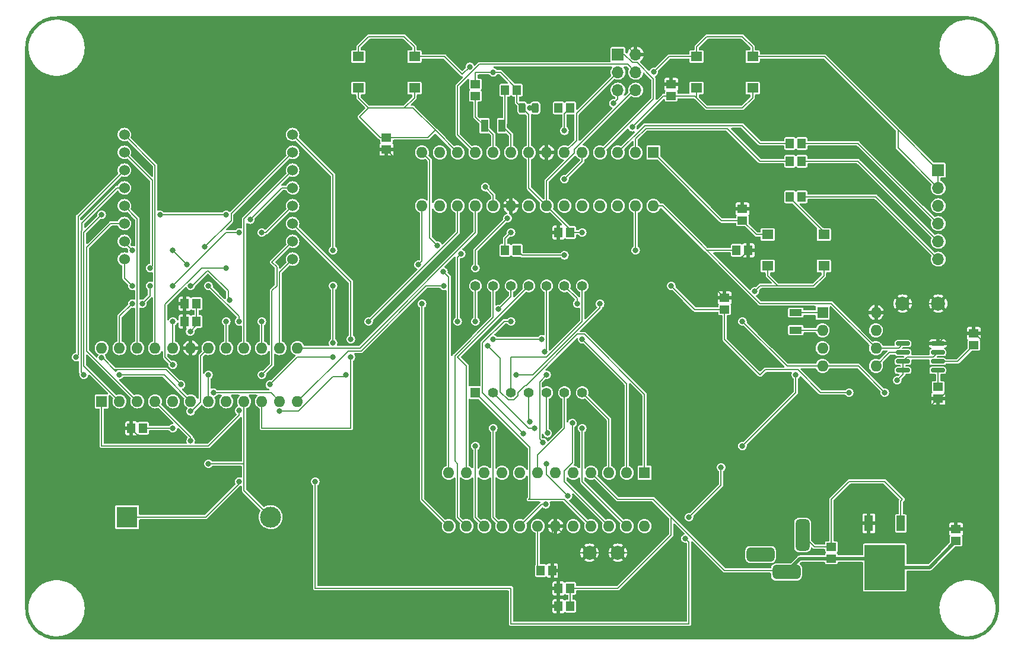
<source format=gbr>
%TF.GenerationSoftware,KiCad,Pcbnew,(6.0.5-0)*%
%TF.CreationDate,2022-07-21T14:46:48-07:00*%
%TF.ProjectId,MartincitoClock,4d617274-696e-4636-9974-6f436c6f636b,rev?*%
%TF.SameCoordinates,PX4b17a20PY8a12ae0*%
%TF.FileFunction,Copper,L1,Top*%
%TF.FilePolarity,Positive*%
%FSLAX46Y46*%
G04 Gerber Fmt 4.6, Leading zero omitted, Abs format (unit mm)*
G04 Created by KiCad (PCBNEW (6.0.5-0)) date 2022-07-21 14:46:48*
%MOMM*%
%LPD*%
G01*
G04 APERTURE LIST*
G04 Aperture macros list*
%AMRoundRect*
0 Rectangle with rounded corners*
0 $1 Rounding radius*
0 $2 $3 $4 $5 $6 $7 $8 $9 X,Y pos of 4 corners*
0 Add a 4 corners polygon primitive as box body*
4,1,4,$2,$3,$4,$5,$6,$7,$8,$9,$2,$3,0*
0 Add four circle primitives for the rounded corners*
1,1,$1+$1,$2,$3*
1,1,$1+$1,$4,$5*
1,1,$1+$1,$6,$7*
1,1,$1+$1,$8,$9*
0 Add four rect primitives between the rounded corners*
20,1,$1+$1,$2,$3,$4,$5,0*
20,1,$1+$1,$4,$5,$6,$7,0*
20,1,$1+$1,$6,$7,$8,$9,0*
20,1,$1+$1,$8,$9,$2,$3,0*%
G04 Aperture macros list end*
%TA.AperFunction,SMDPad,CuDef*%
%ADD10R,1.150000X1.400000*%
%TD*%
%TA.AperFunction,SMDPad,CuDef*%
%ADD11RoundRect,0.150000X-0.825000X-0.150000X0.825000X-0.150000X0.825000X0.150000X-0.825000X0.150000X0*%
%TD*%
%TA.AperFunction,ComponentPad*%
%ADD12C,2.000000*%
%TD*%
%TA.AperFunction,ComponentPad*%
%ADD13R,1.700000X1.700000*%
%TD*%
%TA.AperFunction,ComponentPad*%
%ADD14O,1.700000X1.700000*%
%TD*%
%TA.AperFunction,SMDPad,CuDef*%
%ADD15R,1.400000X1.150000*%
%TD*%
%TA.AperFunction,SMDPad,CuDef*%
%ADD16RoundRect,0.243750X-0.243750X-0.456250X0.243750X-0.456250X0.243750X0.456250X-0.243750X0.456250X0*%
%TD*%
%TA.AperFunction,SMDPad,CuDef*%
%ADD17R,1.800000X1.000000*%
%TD*%
%TA.AperFunction,SMDPad,CuDef*%
%ADD18R,1.000000X1.800000*%
%TD*%
%TA.AperFunction,ComponentPad*%
%ADD19R,1.600000X1.600000*%
%TD*%
%TA.AperFunction,ComponentPad*%
%ADD20O,1.600000X1.600000*%
%TD*%
%TA.AperFunction,ComponentPad*%
%ADD21C,1.524000*%
%TD*%
%TA.AperFunction,ComponentPad*%
%ADD22R,3.000000X3.000000*%
%TD*%
%TA.AperFunction,ComponentPad*%
%ADD23C,3.000000*%
%TD*%
%TA.AperFunction,SMDPad,CuDef*%
%ADD24R,1.200000X2.200000*%
%TD*%
%TA.AperFunction,SMDPad,CuDef*%
%ADD25R,5.800000X6.400000*%
%TD*%
%TA.AperFunction,ComponentPad*%
%ADD26R,1.400000X1.400000*%
%TD*%
%TA.AperFunction,ComponentPad*%
%ADD27C,1.400000*%
%TD*%
%TA.AperFunction,SMDPad,CuDef*%
%ADD28R,1.600000X1.400000*%
%TD*%
%TA.AperFunction,ComponentPad*%
%ADD29RoundRect,0.500000X0.500000X-1.750000X0.500000X1.750000X-0.500000X1.750000X-0.500000X-1.750000X0*%
%TD*%
%TA.AperFunction,ComponentPad*%
%ADD30RoundRect,0.500000X1.500000X0.500000X-1.500000X0.500000X-1.500000X-0.500000X1.500000X-0.500000X0*%
%TD*%
%TA.AperFunction,ViaPad*%
%ADD31C,0.812800*%
%TD*%
%TA.AperFunction,Conductor*%
%ADD32C,0.203200*%
%TD*%
%TA.AperFunction,Conductor*%
%ADD33C,0.508000*%
%TD*%
G04 APERTURE END LIST*
D10*
%TO.P,C6,1*%
%TO.N,Net-(C6-Pad1)*%
X112610000Y63500000D03*
%TO.P,C6,2*%
%TO.N,Net-(C6-Pad2)*%
X110910000Y63500000D03*
%TD*%
D11*
%TO.P,U10,1,SCL*%
%TO.N,SCL*%
X127065000Y42545000D03*
%TO.P,U10,2,SDA*%
%TO.N,SCA*%
X127065000Y41275000D03*
%TO.P,U10,3,A0*%
%TO.N,GND*%
X127065000Y40005000D03*
%TO.P,U10,4,A1*%
X127065000Y38735000D03*
%TO.P,U10,5,INT*%
%TO.N,Net-(R17-Pad2)*%
X132015000Y38735000D03*
%TO.P,U10,6,CT*%
%TO.N,Net-(R16-Pad2)*%
X132015000Y40005000D03*
%TO.P,U10,7,GND*%
%TO.N,GND*%
X132015000Y41275000D03*
%TO.P,U10,8,VDD*%
%TO.N,VCC*%
X132015000Y42545000D03*
%TD*%
D10*
%TO.P,R20,1*%
%TO.N,LED_SCK*%
X79590000Y76200000D03*
%TO.P,R20,2*%
%TO.N,Net-(D1-Pad2)*%
X77890000Y76200000D03*
%TD*%
%TO.P,C16,1*%
%TO.N,VCC*%
X77890000Y5080000D03*
%TO.P,C16,2*%
%TO.N,GND*%
X79590000Y5080000D03*
%TD*%
%TO.P,C15,1*%
%TO.N,VCC*%
X24550000Y45720000D03*
%TO.P,C15,2*%
%TO.N,GND*%
X26250000Y45720000D03*
%TD*%
D12*
%TO.P,TP3,1,1*%
%TO.N,VCC*%
X132080000Y48260000D03*
%TD*%
D13*
%TO.P,J1,1,Pin_1*%
%TO.N,GND*%
X132080000Y67310000D03*
D14*
%TO.P,J1,2,Pin_2*%
X132080000Y64770000D03*
%TO.P,J1,3,Pin_3*%
%TO.N,unconnected-(J1-Pad3)*%
X132080000Y62230000D03*
%TO.P,J1,4,Pin_4*%
%TO.N,Net-(J1-Pad4)*%
X132080000Y59690000D03*
%TO.P,J1,5,Pin_5*%
%TO.N,Net-(J1-Pad5)*%
X132080000Y57150000D03*
%TO.P,J1,6,Pin_6*%
%TO.N,Net-(C6-Pad1)*%
X132080000Y54610000D03*
%TD*%
D15*
%TO.P,R7,1*%
%TO.N,VCC*%
X104140000Y61810000D03*
%TO.P,R7,2*%
%TO.N,Reset*%
X104140000Y60110000D03*
%TD*%
D10*
%TO.P,C2,1*%
%TO.N,Net-(C2-Pad1)*%
X70270000Y55880000D03*
%TO.P,C2,2*%
%TO.N,GND*%
X71970000Y55880000D03*
%TD*%
D15*
%TO.P,R2,1*%
%TO.N,VCC*%
X53340000Y70270000D03*
%TO.P,R2,2*%
%TO.N,BTN_HR*%
X53340000Y71970000D03*
%TD*%
D10*
%TO.P,C9,1*%
%TO.N,VCC*%
X77890000Y58420000D03*
%TO.P,C9,2*%
%TO.N,GND*%
X79590000Y58420000D03*
%TD*%
D16*
%TO.P,D1,1,K*%
%TO.N,GND*%
X72722500Y76200000D03*
%TO.P,D1,2,A*%
%TO.N,Net-(D1-Pad2)*%
X74597500Y76200000D03*
%TD*%
D17*
%TO.P,Y2,1,1*%
%TO.N,Net-(U3-Pad2)*%
X111760000Y44470000D03*
%TO.P,Y2,2,2*%
%TO.N,Net-(U3-Pad1)*%
X111760000Y46970000D03*
%TD*%
D10*
%TO.P,C7,1*%
%TO.N,GND*%
X71970000Y78740000D03*
%TO.P,C7,2*%
%TO.N,Net-(C7-Pad2)*%
X70270000Y78740000D03*
%TD*%
D18*
%TO.P,Y1,1,1*%
%TO.N,Net-(C7-Pad2)*%
X69830000Y73660000D03*
%TO.P,Y1,2,2*%
%TO.N,Net-(C8-Pad2)*%
X67330000Y73660000D03*
%TD*%
D19*
%TO.P,U3,1,X1*%
%TO.N,Net-(U3-Pad1)*%
X115580000Y46980000D03*
D20*
%TO.P,U3,2,X2*%
%TO.N,Net-(U3-Pad2)*%
X115580000Y44440000D03*
%TO.P,U3,3,VBAT*%
%TO.N,Net-(BT1-Pad1)*%
X115580000Y41900000D03*
%TO.P,U3,4,GND*%
%TO.N,GND*%
X115580000Y39360000D03*
%TO.P,U3,5,SDA*%
%TO.N,SCA*%
X123200000Y39360000D03*
%TO.P,U3,6,SCL*%
%TO.N,SCL*%
X123200000Y41900000D03*
%TO.P,U3,7,SQW/OUT*%
%TO.N,unconnected-(U3-Pad7)*%
X123200000Y44440000D03*
%TO.P,U3,8,VCC*%
%TO.N,VCC*%
X123200000Y46980000D03*
%TD*%
D21*
%TO.P,D2,1,R5*%
%TO.N,Net-(D2-Pad1)*%
X15940000Y72390000D03*
%TO.P,D2,2,R7*%
%TO.N,Net-(D2-Pad2)*%
X15940000Y69850000D03*
%TO.P,D2,3,C2*%
%TO.N,D1*%
X15940000Y67310000D03*
%TO.P,D2,4,C3*%
%TO.N,D2*%
X15940000Y64770000D03*
%TO.P,D2,5,R8*%
%TO.N,Net-(D2-Pad5)*%
X15940000Y62230000D03*
%TO.P,D2,6,C5*%
%TO.N,D4*%
X15940000Y59690000D03*
%TO.P,D2,7,R6*%
%TO.N,Net-(D2-Pad7)*%
X15940000Y57150000D03*
%TO.P,D2,8,R3*%
%TO.N,Net-(D2-Pad8)*%
X15940000Y54610000D03*
%TO.P,D2,9,R1*%
%TO.N,Net-(D2-Pad9)*%
X39940000Y54610000D03*
%TO.P,D2,10,C4*%
%TO.N,D3*%
X39940000Y57150000D03*
%TO.P,D2,11,C6*%
%TO.N,D5*%
X39940000Y59690000D03*
%TO.P,D2,12,R4*%
%TO.N,Net-(D2-Pad12)*%
X39940000Y62230000D03*
%TO.P,D2,13,C1*%
%TO.N,D0*%
X39940000Y64770000D03*
%TO.P,D2,14,R2*%
%TO.N,Net-(D2-Pad14)*%
X39940000Y67310000D03*
%TO.P,D2,15,C7*%
%TO.N,D6*%
X39940000Y69850000D03*
%TO.P,D2,16,C8*%
%TO.N,D7*%
X39940000Y72390000D03*
%TD*%
D10*
%TO.P,C14,1*%
%TO.N,VCC*%
X24550000Y48260000D03*
%TO.P,C14,2*%
%TO.N,GND*%
X26250000Y48260000D03*
%TD*%
D15*
%TO.P,R6,1*%
%TO.N,VCC*%
X101600000Y49110000D03*
%TO.P,R6,2*%
%TO.N,SCA*%
X101600000Y47410000D03*
%TD*%
D19*
%TO.P,U1,1,~{RESET}/PC6*%
%TO.N,Reset*%
X91440000Y69840000D03*
D20*
%TO.P,U1,2,RXD/PD0*%
%TO.N,RXD*%
X88900000Y69840000D03*
%TO.P,U1,3,TXD/PD1*%
%TO.N,TXD*%
X86360000Y69840000D03*
%TO.P,U1,4,INT0/PD2*%
%TO.N,MISO*%
X83820000Y69840000D03*
%TO.P,U1,5,INT1/PD3*%
%TO.N,CS1*%
X81280000Y69840000D03*
%TO.P,U1,6,PD4*%
%TO.N,ISP*%
X78740000Y69840000D03*
%TO.P,U1,7,VCC*%
%TO.N,VCC*%
X76200000Y69840000D03*
%TO.P,U1,8,GND*%
%TO.N,GND*%
X73660000Y69840000D03*
%TO.P,U1,9,XTAL1/PB6*%
%TO.N,Net-(C7-Pad2)*%
X71120000Y69840000D03*
%TO.P,U1,10,XTAL2/PB7*%
%TO.N,Net-(C8-Pad2)*%
X68580000Y69840000D03*
%TO.P,U1,11,OC0B/PD5*%
%TO.N,MOSI*%
X66040000Y69840000D03*
%TO.P,U1,12,OC0A/PD6*%
%TO.N,BTN_HR*%
X63500000Y69840000D03*
%TO.P,U1,13,PD7*%
%TO.N,BTN_MIN*%
X60960000Y69840000D03*
%TO.P,U1,14,PB0*%
%TO.N,DISP_LOAD*%
X58420000Y69840000D03*
%TO.P,U1,15,OC1A/PB1*%
%TO.N,DISP_CLK*%
X58420000Y62220000D03*
%TO.P,U1,16,OC1B/PB2*%
%TO.N,DISP_DATA*%
X60960000Y62220000D03*
%TO.P,U1,17,MOSI/PB3*%
%TO.N,DIN*%
X63500000Y62220000D03*
%TO.P,U1,18,MISO/PB4*%
%TO.N,CLK*%
X66040000Y62220000D03*
%TO.P,U1,19,SCK/PB5*%
%TO.N,LED_SCK*%
X68580000Y62220000D03*
%TO.P,U1,20,AVCC*%
%TO.N,VCC*%
X71120000Y62220000D03*
%TO.P,U1,21,AREF*%
%TO.N,Net-(C2-Pad1)*%
X73660000Y62220000D03*
%TO.P,U1,22,GND*%
%TO.N,GND*%
X76200000Y62220000D03*
%TO.P,U1,23,ADC0/PC0*%
%TO.N,unconnected-(U1-Pad23)*%
X78740000Y62220000D03*
%TO.P,U1,24,ADC1/PC1*%
%TO.N,unconnected-(U1-Pad24)*%
X81280000Y62220000D03*
%TO.P,U1,25,ADC2/PC2*%
%TO.N,unconnected-(U1-Pad25)*%
X83820000Y62220000D03*
%TO.P,U1,26,ADC3/PC3*%
%TO.N,unconnected-(U1-Pad26)*%
X86360000Y62220000D03*
%TO.P,U1,27,SDA/PC4*%
%TO.N,SCA*%
X88900000Y62220000D03*
%TO.P,U1,28,SCL/PC5*%
%TO.N,SCL*%
X91440000Y62220000D03*
%TD*%
D15*
%TO.P,C8,1*%
%TO.N,GND*%
X66040000Y79590000D03*
%TO.P,C8,2*%
%TO.N,Net-(C8-Pad2)*%
X66040000Y77890000D03*
%TD*%
D10*
%TO.P,R21,1*%
%TO.N,VCC*%
X77050000Y10160000D03*
%TO.P,R21,2*%
%TO.N,Net-(R21-Pad2)*%
X75350000Y10160000D03*
%TD*%
D22*
%TO.P,BT1,1,+*%
%TO.N,Net-(BT1-Pad1)*%
X16326314Y17779983D03*
D23*
%TO.P,BT1,2,-*%
%TO.N,GND*%
X36816314Y17779983D03*
%TD*%
D24*
%TO.P,U2,1,IN*%
%TO.N,Net-(C1-Pad2)*%
X126740000Y16900000D03*
D25*
%TO.P,U2,2,GND*%
%TO.N,GND*%
X124460000Y10600000D03*
D24*
%TO.P,U2,3,OUT*%
%TO.N,VCC*%
X122180000Y16900000D03*
%TD*%
D15*
%TO.P,R1,1*%
%TO.N,VCC*%
X93980000Y79590000D03*
%TO.P,R1,2*%
%TO.N,BTN_MIN*%
X93980000Y77890000D03*
%TD*%
D26*
%TO.P,DS5,1,E*%
%TO.N,Net-(DS5-Pad1)*%
X66040000Y35560000D03*
D27*
%TO.P,DS5,2,D*%
%TO.N,Net-(DS5-Pad2)*%
X68580000Y35560000D03*
%TO.P,DS5,3,DP*%
%TO.N,Net-(DS5-Pad3)*%
X71120000Y35560000D03*
%TO.P,DS5,4,C*%
%TO.N,Net-(DS5-Pad4)*%
X73660000Y35560000D03*
%TO.P,DS5,5,G*%
%TO.N,Net-(DS5-Pad5)*%
X76200000Y35560000D03*
%TO.P,DS5,6,COM_DIG.4*%
%TO.N,Net-(DS5-Pad6)*%
X78740000Y35560000D03*
%TO.P,DS5,7,COM_COLON*%
%TO.N,Net-(DS5-Pad7)*%
X81280000Y35560000D03*
%TO.P,DS5,8,COLON*%
%TO.N,Net-(DS5-Pad3)*%
X81280000Y50800000D03*
%TO.P,DS5,9,B*%
%TO.N,Net-(DS5-Pad9)*%
X78740000Y50800000D03*
%TO.P,DS5,10,COM_DIG.3*%
%TO.N,Net-(DS5-Pad10)*%
X76200000Y50800000D03*
%TO.P,DS5,11,COM_DIG.2*%
%TO.N,Net-(DS5-Pad11)*%
X73660000Y50800000D03*
%TO.P,DS5,12,F*%
%TO.N,Net-(DS5-Pad12)*%
X71120000Y50800000D03*
%TO.P,DS5,13,A*%
%TO.N,Net-(DS5-Pad13)*%
X68580000Y50800000D03*
%TO.P,DS5,14,COM_DIG.1*%
%TO.N,Net-(DS5-Pad14)*%
X66040000Y50800000D03*
%TD*%
D28*
%TO.P,SW1,1,A*%
%TO.N,Reset*%
X107760000Y58130000D03*
%TO.P,SW1,2,A*%
%TO.N,Net-(C6-Pad2)*%
X115760000Y58130000D03*
%TO.P,SW1,3,B*%
%TO.N,GND*%
X107760000Y53630000D03*
%TO.P,SW1,4,B*%
X115760000Y53630000D03*
%TD*%
D13*
%TO.P,J5,1,Pin_1*%
%TO.N,MISO*%
X86360000Y83820000D03*
D14*
%TO.P,J5,2,Pin_2*%
%TO.N,VCC*%
X88900000Y83820000D03*
%TO.P,J5,3,Pin_3*%
%TO.N,ISP*%
X86360000Y81280000D03*
%TO.P,J5,4,Pin_4*%
%TO.N,MOSI*%
X88900000Y81280000D03*
%TO.P,J5,5,Pin_5*%
%TO.N,Reset*%
X86360000Y78740000D03*
%TO.P,J5,6,Pin_6*%
%TO.N,GND*%
X88900000Y78740000D03*
%TD*%
D15*
%TO.P,R17,1*%
%TO.N,VCC*%
X132080000Y34710000D03*
%TO.P,R17,2*%
%TO.N,Net-(R17-Pad2)*%
X132080000Y36410000D03*
%TD*%
D19*
%TO.P,U6,1,DIN*%
%TO.N,DISP_DATA*%
X90175000Y24120000D03*
D20*
%TO.P,U6,2,DIG_0*%
%TO.N,Net-(DS5-Pad14)*%
X87635000Y24120000D03*
%TO.P,U6,3,DIG_4*%
%TO.N,Net-(DS5-Pad7)*%
X85095000Y24120000D03*
%TO.P,U6,4,GND*%
%TO.N,GND*%
X82555000Y24120000D03*
%TO.P,U6,5,DIG_6*%
%TO.N,unconnected-(U6-Pad5)*%
X80015000Y24120000D03*
%TO.P,U6,6,DIG_2*%
%TO.N,Net-(DS5-Pad10)*%
X77475000Y24120000D03*
%TO.P,U6,7,DIG_3*%
%TO.N,Net-(DS5-Pad6)*%
X74935000Y24120000D03*
%TO.P,U6,8,DIG_7*%
%TO.N,unconnected-(U6-Pad8)*%
X72395000Y24120000D03*
%TO.P,U6,9,GND*%
%TO.N,GND*%
X69855000Y24120000D03*
%TO.P,U6,10,DIG_5*%
%TO.N,unconnected-(U6-Pad10)*%
X67315000Y24120000D03*
%TO.P,U6,11,DIG_1*%
%TO.N,Net-(DS5-Pad11)*%
X64775000Y24120000D03*
%TO.P,U6,12,LOAD*%
%TO.N,DISP_LOAD*%
X62235000Y24120000D03*
%TO.P,U6,13,CLK*%
%TO.N,DISP_CLK*%
X62235000Y16500000D03*
%TO.P,U6,14,SEG_A*%
%TO.N,Net-(DS5-Pad13)*%
X64775000Y16500000D03*
%TO.P,U6,15,SEG_F*%
%TO.N,Net-(DS5-Pad12)*%
X67315000Y16500000D03*
%TO.P,U6,16,SEG_B*%
%TO.N,Net-(DS5-Pad9)*%
X69855000Y16500000D03*
%TO.P,U6,17,SEG_G*%
%TO.N,Net-(DS5-Pad5)*%
X72395000Y16500000D03*
%TO.P,U6,18,ISET*%
%TO.N,Net-(R21-Pad2)*%
X74935000Y16500000D03*
%TO.P,U6,19,V+*%
%TO.N,VCC*%
X77475000Y16500000D03*
%TO.P,U6,20,SEG_C*%
%TO.N,Net-(DS5-Pad4)*%
X80015000Y16500000D03*
%TO.P,U6,21,SEG_E*%
%TO.N,Net-(DS5-Pad1)*%
X82555000Y16500000D03*
%TO.P,U6,22,SEG_DP*%
%TO.N,Net-(DS5-Pad3)*%
X85095000Y16500000D03*
%TO.P,U6,23,SEG_D*%
%TO.N,Net-(DS5-Pad2)*%
X87635000Y16500000D03*
%TO.P,U6,24,DOUT*%
%TO.N,unconnected-(U6-Pad24)*%
X90175000Y16500000D03*
%TD*%
D10*
%TO.P,C17,1*%
%TO.N,VCC*%
X77890000Y7620000D03*
%TO.P,C17,2*%
%TO.N,GND*%
X79590000Y7620000D03*
%TD*%
D12*
%TO.P,TP1,1,1*%
%TO.N,VCC*%
X82310000Y12700000D03*
%TD*%
D28*
%TO.P,SW2,1,A*%
%TO.N,GND*%
X97600000Y83530000D03*
%TO.P,SW2,2,A*%
X105600000Y83530000D03*
%TO.P,SW2,3,B*%
%TO.N,BTN_MIN*%
X97600000Y79030000D03*
%TO.P,SW2,4,B*%
X105600000Y79030000D03*
%TD*%
D10*
%TO.P,R5,1*%
%TO.N,VCC*%
X104990000Y55880000D03*
%TO.P,R5,2*%
%TO.N,SCL*%
X103290000Y55880000D03*
%TD*%
%TO.P,R13,1*%
%TO.N,Net-(J1-Pad4)*%
X112610000Y71120000D03*
%TO.P,R13,2*%
%TO.N,TXD*%
X110910000Y71120000D03*
%TD*%
D28*
%TO.P,SW3,1,A*%
%TO.N,GND*%
X49340000Y83530000D03*
%TO.P,SW3,2,A*%
X57340000Y83530000D03*
%TO.P,SW3,3,B*%
%TO.N,BTN_HR*%
X49340000Y79030000D03*
%TO.P,SW3,4,B*%
X57340000Y79030000D03*
%TD*%
D12*
%TO.P,TP4,1,1*%
%TO.N,VCC*%
X127000000Y48260000D03*
%TD*%
D15*
%TO.P,C12,1*%
%TO.N,GND*%
X134620000Y14390000D03*
%TO.P,C12,2*%
%TO.N,VCC*%
X134620000Y16090000D03*
%TD*%
D12*
%TO.P,TP2,1,1*%
%TO.N,VCC*%
X86360000Y12700000D03*
%TD*%
D19*
%TO.P,U4,1,DIN*%
%TO.N,DIN*%
X12700000Y34300000D03*
D20*
%TO.P,U4,2,DIG_0*%
%TO.N,D0*%
X15240000Y34300000D03*
%TO.P,U4,3,DIG_4*%
%TO.N,D4*%
X17780000Y34300000D03*
%TO.P,U4,4,GND*%
%TO.N,GND*%
X20320000Y34300000D03*
%TO.P,U4,5,DIG_6*%
%TO.N,D6*%
X22860000Y34300000D03*
%TO.P,U4,6,DIG_2*%
%TO.N,D2*%
X25400000Y34300000D03*
%TO.P,U4,7,DIG_3*%
%TO.N,D3*%
X27940000Y34300000D03*
%TO.P,U4,8,DIG_7*%
%TO.N,D7*%
X30480000Y34300000D03*
%TO.P,U4,9,GND*%
%TO.N,GND*%
X33020000Y34300000D03*
%TO.P,U4,10,DIG_5*%
%TO.N,D5*%
X35560000Y34300000D03*
%TO.P,U4,11,DIG_1*%
%TO.N,D1*%
X38100000Y34300000D03*
%TO.P,U4,12,LOAD*%
%TO.N,CS1*%
X40640000Y34300000D03*
%TO.P,U4,13,CLK*%
%TO.N,CLK*%
X40640000Y41920000D03*
%TO.P,U4,14,SEG_A*%
%TO.N,Net-(D2-Pad9)*%
X38100000Y41920000D03*
%TO.P,U4,15,SEG_F*%
%TO.N,Net-(D2-Pad7)*%
X35560000Y41920000D03*
%TO.P,U4,16,SEG_B*%
%TO.N,Net-(D2-Pad14)*%
X33020000Y41920000D03*
%TO.P,U4,17,SEG_G*%
%TO.N,Net-(D2-Pad2)*%
X30480000Y41920000D03*
%TO.P,U4,18,ISET*%
%TO.N,Net-(R10-Pad2)*%
X27940000Y41920000D03*
%TO.P,U4,19,V+*%
%TO.N,VCC*%
X25400000Y41920000D03*
%TO.P,U4,20,SEG_C*%
%TO.N,Net-(D2-Pad8)*%
X22860000Y41920000D03*
%TO.P,U4,21,SEG_E*%
%TO.N,Net-(D2-Pad1)*%
X20320000Y41920000D03*
%TO.P,U4,22,SEG_DP*%
%TO.N,Net-(D2-Pad5)*%
X17780000Y41920000D03*
%TO.P,U4,23,SEG_D*%
%TO.N,Net-(D2-Pad12)*%
X15240000Y41920000D03*
%TO.P,U4,24,DOUT*%
%TO.N,unconnected-(U4-Pad24)*%
X12700000Y41920000D03*
%TD*%
D15*
%TO.P,C1,1*%
%TO.N,GND*%
X116840000Y11850000D03*
%TO.P,C1,2*%
%TO.N,Net-(C1-Pad2)*%
X116840000Y13550000D03*
%TD*%
D10*
%TO.P,R12,1*%
%TO.N,Net-(J1-Pad5)*%
X112610000Y68580000D03*
%TO.P,R12,2*%
%TO.N,RXD*%
X110910000Y68580000D03*
%TD*%
%TO.P,R10,1*%
%TO.N,VCC*%
X16930000Y30480000D03*
%TO.P,R10,2*%
%TO.N,Net-(R10-Pad2)*%
X18630000Y30480000D03*
%TD*%
D15*
%TO.P,R16,1*%
%TO.N,VCC*%
X137160000Y44030000D03*
%TO.P,R16,2*%
%TO.N,Net-(R16-Pad2)*%
X137160000Y42330000D03*
%TD*%
D29*
%TO.P,J2,1,POLE*%
%TO.N,Net-(C1-Pad2)*%
X112720000Y15240000D03*
D30*
%TO.P,J2,2,OUT*%
%TO.N,GND*%
X110420000Y9940000D03*
%TO.P,J2,3,OUT*%
%TO.N,unconnected-(J2-Pad3)*%
X106720000Y12440000D03*
%TD*%
D31*
%TO.N,Net-(BT1-Pad1)*%
X111760000Y38100000D03*
X43180000Y22860000D03*
X101097458Y24897460D03*
X104140000Y27940000D03*
X96520000Y17780000D03*
X32309300Y22860000D03*
X96017459Y14737459D03*
%TO.N,GND*%
X25400000Y28650700D03*
X105912541Y50032541D03*
X91488763Y81328763D03*
X104140000Y45720000D03*
X27940000Y25400000D03*
X68580000Y81280000D03*
X78740000Y55169300D03*
X81280000Y58420000D03*
X25323822Y44261260D03*
X124460000Y35560000D03*
X65250431Y82069570D03*
X126232541Y37332541D03*
%TO.N,Net-(C2-Pad1)*%
X71120000Y58420000D03*
%TO.N,VCC*%
X38100000Y27940000D03*
X92207459Y14472541D03*
X78740000Y81280000D03*
X71120000Y66040000D03*
X93212541Y82047459D03*
X99060000Y63500000D03*
X53340000Y66040000D03*
X20320000Y40510897D03*
X60960000Y66040000D03*
X24267459Y29347459D03*
X81280000Y83145011D03*
X93980000Y58420000D03*
X99060000Y27940000D03*
X121920000Y20320000D03*
X56669570Y47470430D03*
X129540000Y22860000D03*
X96945000Y53765000D03*
X17780000Y37389300D03*
X74370700Y66040000D03*
X58420000Y66040000D03*
X102102541Y53842541D03*
%TO.N,Net-(D1-Pad2)*%
X73819100Y76200000D03*
X77890000Y76200000D03*
%TO.N,Net-(D2-Pad2)*%
X30480000Y45720000D03*
X25400000Y50800000D03*
X19609300Y53340000D03*
X30982541Y48762541D03*
%TO.N,Net-(D2-Pad7)*%
X24897459Y53842541D03*
X17069300Y55880000D03*
X27940000Y50800000D03*
X32309300Y45720000D03*
X35560000Y45720000D03*
X22860000Y55880000D03*
%TO.N,Net-(D2-Pad8)*%
X17069300Y50800000D03*
X22860000Y45720000D03*
%TO.N,Net-(D2-Pad12)*%
X18490700Y48260000D03*
X17069300Y48260000D03*
X22860000Y50800000D03*
X35560000Y58420000D03*
X32309300Y58420000D03*
X19609300Y50800000D03*
%TO.N,Net-(DS5-Pad2)*%
X81280000Y30480000D03*
X74484989Y30480000D03*
%TO.N,Net-(DS5-Pad3)*%
X79857100Y31190700D03*
%TO.N,Net-(DS5-Pad4)*%
X73758865Y31386217D03*
X79241918Y20818164D03*
X76200000Y25400000D03*
%TO.N,Net-(DS5-Pad5)*%
X76072550Y19609300D03*
X76334185Y29769300D03*
%TO.N,Net-(DS5-Pad9)*%
X68580000Y30480000D03*
X80569300Y48260000D03*
X83820000Y48260000D03*
X71830700Y38100000D03*
%TO.N,Net-(DS5-Pad10)*%
X76200000Y38100000D03*
X75697459Y28442541D03*
X75909294Y41354377D03*
%TO.N,Net-(DS5-Pad12)*%
X72892541Y29712541D03*
X69347459Y47492541D03*
X66040000Y27940000D03*
X71120000Y45720000D03*
%TO.N,Net-(DS5-Pad14)*%
X81280000Y43180000D03*
X68580000Y43180000D03*
X75489300Y43180000D03*
X66040000Y45720000D03*
%TO.N,LED_SCK*%
X78740000Y72949300D03*
X67437459Y64897459D03*
%TO.N,Reset*%
X85716592Y76843407D03*
%TO.N,SCA*%
X93980000Y50800000D03*
X88900000Y55880000D03*
X119380000Y35560000D03*
%TO.N,Net-(R10-Pad2)*%
X22860000Y30480000D03*
X25400000Y32890897D03*
%TO.N,D1*%
X12700000Y40510897D03*
X9043380Y40640000D03*
X28650700Y35560000D03*
X24002541Y36702541D03*
%TO.N,D2*%
X10160000Y38100000D03*
X15240000Y38100000D03*
%TO.N,D3*%
X27940000Y38100000D03*
X35560000Y38100000D03*
%TO.N,DISP_CLK*%
X57917459Y53842541D03*
X58420000Y48260000D03*
%TO.N,D5*%
X48260000Y43180000D03*
X48260000Y40640000D03*
%TO.N,DISP_DATA*%
X64002541Y55377459D03*
X63500000Y45720000D03*
X67755011Y42265759D03*
%TO.N,D0*%
X30480000Y60960000D03*
X12700000Y60960000D03*
X33876876Y60241794D03*
X21030700Y60960000D03*
%TO.N,D6*%
X30480000Y53340000D03*
X22860000Y39521411D03*
X27437459Y56382541D03*
%TO.N,D7*%
X36702541Y36702541D03*
X45720000Y40640000D03*
X45720000Y55880000D03*
X45720000Y42630700D03*
X45720000Y50800000D03*
%TO.N,CS1*%
X78740000Y66040000D03*
X66040000Y53340000D03*
X70617459Y60457459D03*
X61524300Y50800000D03*
%TO.N,BTN_MIN*%
X88429570Y73444488D03*
%TO.N,DIN*%
X38100000Y32890897D03*
X47549300Y38100000D03*
X50800000Y45720000D03*
X32309300Y33020000D03*
%TO.N,DISP_LOAD*%
X60624828Y56549910D03*
X61462541Y52837459D03*
%TD*%
D32*
%TO.N,Net-(BT1-Pad1)*%
X111760000Y35560000D02*
X111760000Y38100000D01*
X96520000Y2540000D02*
X96520000Y14234918D01*
X71120000Y7620000D02*
X71120000Y2540000D01*
X43180000Y7620000D02*
X71120000Y7620000D01*
X96520000Y14234918D02*
X96017459Y14737459D01*
X16326314Y17779983D02*
X27534063Y17779983D01*
X96520000Y17780000D02*
X101097458Y22357458D01*
X101097458Y22357458D02*
X101097458Y24897460D01*
X43180000Y22860000D02*
X43180000Y7620000D01*
X27534063Y17779983D02*
X32614080Y22860000D01*
X32614080Y22860000D02*
X32309300Y22860000D01*
X71120000Y2540000D02*
X96520000Y2540000D01*
X104140000Y27940000D02*
X111760000Y35560000D01*
%TO.N,GND*%
X126365000Y73025000D02*
X132080000Y67310000D01*
X111760000Y50800000D02*
X106680000Y50800000D01*
X132080000Y64770000D02*
X126365000Y70485000D01*
X86355000Y20320000D02*
X82555000Y24120000D01*
X127669320Y40609320D02*
X131349320Y40609320D01*
X61630861Y83530000D02*
X64170861Y80990000D01*
X126365000Y70485000D02*
X126365000Y73025000D01*
X115860000Y83530000D02*
X126365000Y73025000D01*
X20320000Y34300000D02*
X25400000Y29220000D01*
D33*
X124460000Y10600004D02*
X130829990Y10600004D01*
D32*
X127065000Y38735000D02*
X127065000Y38165000D01*
X81280000Y58420000D02*
X79590000Y58420000D01*
X73660000Y69840000D02*
X73660000Y64760000D01*
X26250000Y45187438D02*
X25323822Y44261260D01*
X127000000Y38100000D02*
X126232541Y37332541D01*
X127065000Y38165000D02*
X127000000Y38100000D01*
X110500000Y39360000D02*
X115580000Y39360000D01*
X105600000Y83530000D02*
X115860000Y83530000D01*
X124460000Y35560000D02*
X120660000Y39360000D01*
X105600000Y84900000D02*
X104140000Y86360000D01*
X73660000Y64760000D02*
X76200000Y62220000D01*
X86360000Y7620000D02*
X93980000Y15240000D01*
D33*
X116840000Y11849989D02*
X123209990Y11849989D01*
D32*
X93980000Y15240000D02*
X93980000Y17780000D01*
X115760000Y52260000D02*
X114300000Y50800000D01*
X106680000Y50800000D02*
X105912541Y50032541D01*
X71970000Y55880000D02*
X72680700Y55169300D01*
X50800000Y86360000D02*
X55880000Y86360000D01*
X71970000Y78740000D02*
X71970000Y76952500D01*
X33020000Y34300000D02*
X33020000Y25400000D01*
X111760000Y50800000D02*
X109220000Y50800000D01*
X127065000Y40005000D02*
X127065000Y38735000D01*
X109220000Y50800000D02*
X107760000Y52260000D01*
X79590000Y7620000D02*
X86360000Y7620000D01*
X104140000Y45720000D02*
X110500000Y39360000D01*
D33*
X130829990Y10600004D02*
X134620000Y14389989D01*
D32*
X131349320Y40609320D02*
X132015000Y41275000D01*
X73660000Y75262500D02*
X73660000Y69840000D01*
X110200000Y10160000D02*
X101600000Y10160000D01*
X105600000Y83530000D02*
X105600000Y84900000D01*
X88618267Y78740000D02*
X80175689Y70297422D01*
X97600000Y84900000D02*
X97600000Y83530000D01*
X72722500Y76200000D02*
X73660000Y75262500D01*
X66040000Y81280000D02*
X68580000Y81280000D01*
X57340000Y84900000D02*
X57340000Y83530000D01*
X55880000Y86360000D02*
X57340000Y84900000D01*
X33020000Y21576297D02*
X36816314Y17779983D01*
X80175689Y70297422D02*
X80175689Y69713956D01*
X93980000Y17780000D02*
X91440000Y20320000D01*
D33*
X110419998Y9940011D02*
X112330001Y11849989D01*
D32*
X69613622Y81280000D02*
X71970000Y78923622D01*
X101600000Y10160000D02*
X93980000Y17780000D01*
X99060000Y86360000D02*
X97600000Y84900000D01*
X64170861Y80990000D02*
X65250431Y82069570D01*
X80175689Y69713956D02*
X76200000Y65738267D01*
X97600000Y83530000D02*
X93690000Y83530000D01*
X26250000Y48260000D02*
X26250000Y45720000D01*
X127065000Y40005000D02*
X127669320Y40609320D01*
X49340000Y83530000D02*
X49340000Y84900000D01*
X49340000Y84900000D02*
X50800000Y86360000D01*
X72680700Y55169300D02*
X78740000Y55169300D01*
X25400000Y29220000D02*
X25400000Y28650700D01*
X33020000Y25400000D02*
X33020000Y21576297D01*
X68580000Y81280000D02*
X69613622Y81280000D01*
X57340000Y83530000D02*
X61630861Y83530000D01*
X79590000Y58830000D02*
X76200000Y62220000D01*
X115760000Y53630000D02*
X115760000Y52260000D01*
X71970000Y76952500D02*
X72722500Y76200000D01*
X104140000Y86360000D02*
X99060000Y86360000D01*
X27940000Y25400000D02*
X33020000Y25400000D01*
X107760000Y52260000D02*
X107760000Y53630000D01*
X66040000Y79590000D02*
X66040000Y81280000D01*
D33*
X112330001Y11849989D02*
X116840000Y11849989D01*
D32*
X132080000Y67310000D02*
X132080000Y64770000D01*
X93690000Y83530000D02*
X91488763Y81328763D01*
X120660000Y39360000D02*
X115580000Y39360000D01*
X114300000Y50800000D02*
X111760000Y50800000D01*
X76200000Y65738267D02*
X76200000Y62220000D01*
X91440000Y20320000D02*
X86355000Y20320000D01*
X79590000Y5080000D02*
X79590000Y7620000D01*
%TO.N,Net-(C1-Pad2)*%
X124460000Y22860000D02*
X127000000Y20320000D01*
X116840000Y20320000D02*
X119380000Y22860000D01*
X126740000Y20060000D02*
X126740000Y16900000D01*
X114410000Y13550000D02*
X116840000Y13550000D01*
X112720000Y15240000D02*
X114410000Y13550000D01*
X127000000Y20320000D02*
X126740000Y20060000D01*
X119380000Y22860000D02*
X124460000Y22860000D01*
X116840000Y13550000D02*
X116840000Y20320000D01*
%TO.N,Net-(C2-Pad1)*%
X70270000Y55880000D02*
X70270000Y57570000D01*
X70270000Y57570000D02*
X71120000Y58420000D01*
%TO.N,Net-(C6-Pad1)*%
X123190000Y63500000D02*
X132080000Y54610000D01*
X112610000Y63500000D02*
X123190000Y63500000D01*
%TO.N,Net-(C6-Pad2)*%
X110910000Y63375000D02*
X115760000Y58525000D01*
%TO.N,Net-(C7-Pad2)*%
X71120000Y69840000D02*
X71120000Y72370000D01*
X70270000Y78740000D02*
X70270000Y74100000D01*
X70270000Y74100000D02*
X69830000Y73660000D01*
X71120000Y72370000D02*
X69830000Y73660000D01*
%TO.N,Net-(C8-Pad2)*%
X66040000Y77890000D02*
X66040000Y74950000D01*
X66040000Y74950000D02*
X67330000Y73660000D01*
X68580000Y69840000D02*
X68580000Y72410000D01*
X68580000Y72410000D02*
X67330000Y73660000D01*
%TO.N,VCC*%
X104140000Y61810000D02*
X100750000Y61810000D01*
X78740000Y15240000D02*
X78735000Y15240000D01*
X94830000Y55880000D02*
X91440000Y55880000D01*
X53340000Y66040000D02*
X55455000Y68155000D01*
X77050000Y10160000D02*
X77050000Y16075000D01*
X88900000Y83820000D02*
X87745689Y84974311D01*
X71120000Y60960000D02*
X71120000Y62220000D01*
X127000000Y25400000D02*
X101600000Y25400000D01*
X55455000Y68155000D02*
X57570000Y66040000D01*
X125720000Y46980000D02*
X127000000Y48260000D01*
X127000000Y48260000D02*
X132080000Y48260000D01*
X129540000Y32170000D02*
X132080000Y34710000D01*
X101600000Y49110000D02*
X96945000Y53765000D01*
X71120000Y66040000D02*
X71120000Y62220000D01*
X77890000Y58420000D02*
X73660000Y58420000D01*
X20865416Y40510897D02*
X22565613Y38810700D01*
X53340000Y70270000D02*
X55455000Y68155000D01*
X132080000Y48260000D02*
X136310000Y44030000D01*
X17780000Y36193111D02*
X17780000Y37389300D01*
X121920000Y20320000D02*
X122180000Y20060000D01*
X77890000Y7620000D02*
X77890000Y14390000D01*
X57570000Y66040000D02*
X58420000Y66040000D01*
X73660000Y58420000D02*
X71120000Y60960000D01*
X93980000Y81280000D02*
X93212541Y82047459D01*
X129540000Y22860000D02*
X127000000Y25400000D01*
X90434918Y12700000D02*
X92207459Y14472541D01*
X137285000Y44030000D02*
X138164311Y43150689D01*
X118530000Y32170000D02*
X111760000Y25400000D01*
X123200000Y46980000D02*
X125720000Y46980000D01*
X96945000Y53765000D02*
X94830000Y55880000D01*
X56669570Y38315513D02*
X56669570Y47470430D01*
X24550000Y48260000D02*
X24550000Y45720000D01*
X86360000Y12700000D02*
X90434918Y12700000D01*
X133500000Y44030000D02*
X132015000Y42545000D01*
X25400000Y43180000D02*
X24550000Y44030000D01*
X16930000Y30355000D02*
X18939080Y28345920D01*
X76200000Y68174080D02*
X74065920Y66040000D01*
X100750000Y61810000D02*
X99060000Y63500000D01*
X20320000Y40510897D02*
X20865416Y40510897D01*
X38100000Y27940000D02*
X46294057Y27940000D01*
X76200000Y55880000D02*
X71120000Y60960000D01*
X83820000Y53340000D02*
X81280000Y55880000D01*
X136310000Y44030000D02*
X137160000Y44030000D01*
X79580000Y12700000D02*
X82310000Y12700000D01*
X101600000Y25400000D02*
X99060000Y27940000D01*
X138164311Y40610689D02*
X132263622Y34710000D01*
X127000000Y32170000D02*
X118530000Y32170000D01*
X60960000Y66040000D02*
X67300000Y66040000D01*
X23570700Y38810700D02*
X25400000Y40640000D01*
X81280000Y55880000D02*
X76200000Y55880000D01*
X76200000Y78740000D02*
X76200000Y69840000D01*
X87745689Y84974311D02*
X83109300Y84974311D01*
X127000000Y32170000D02*
X129540000Y32170000D01*
X19215689Y33842578D02*
X19215689Y34757422D01*
X67300000Y66040000D02*
X71120000Y62220000D01*
X23265920Y28345920D02*
X24267459Y29347459D01*
X86360000Y50800000D02*
X81280000Y55880000D01*
X19215689Y34757422D02*
X17780000Y36193111D01*
X138164311Y43150689D02*
X138164311Y40610689D01*
X16930000Y30480000D02*
X16930000Y31556889D01*
X83820000Y53340000D02*
X88900000Y53340000D01*
X77890000Y7620000D02*
X77890000Y5080000D01*
X46294057Y27940000D02*
X56669570Y38315513D01*
X83109300Y84974311D02*
X81280000Y83145011D01*
X78740000Y81280000D02*
X76200000Y78740000D01*
X76200000Y69840000D02*
X76200000Y68174080D01*
X134620000Y16090000D02*
X134620000Y17780000D01*
X103077541Y53842541D02*
X102102541Y53842541D01*
X104990000Y55755000D02*
X103077541Y53842541D01*
X122180000Y20060000D02*
X122180000Y16900000D01*
X16930000Y30480000D02*
X16930000Y30355000D01*
X134620000Y17780000D02*
X129540000Y22860000D01*
X99060000Y27940000D02*
X86360000Y40640000D01*
X93980000Y79590000D02*
X93980000Y81280000D01*
X91440000Y55880000D02*
X88900000Y53340000D01*
X77890000Y14390000D02*
X78740000Y15240000D01*
X16930000Y31556889D02*
X19215689Y33842578D01*
X77890000Y14390000D02*
X79580000Y12700000D01*
X24550000Y44030000D02*
X24550000Y45720000D01*
X25400000Y40640000D02*
X25400000Y41920000D01*
X93980000Y58420000D02*
X91440000Y55880000D01*
X137160000Y44030000D02*
X133500000Y44030000D01*
X82310000Y12700000D02*
X86360000Y12700000D01*
X25400000Y41920000D02*
X25400000Y43180000D01*
X22565613Y38810700D02*
X23570700Y38810700D01*
X86360000Y40640000D02*
X86360000Y50800000D01*
X78735000Y15240000D02*
X77475000Y16500000D01*
X74065920Y66040000D02*
X74370700Y66040000D01*
X18939080Y28345920D02*
X23265920Y28345920D01*
%TO.N,Net-(D1-Pad2)*%
X74597500Y76200000D02*
X73819100Y76200000D01*
%TO.N,Net-(D2-Pad1)*%
X15940000Y72390000D02*
X20320000Y68010000D01*
X20320000Y68010000D02*
X20320000Y41920000D01*
%TO.N,Net-(D2-Pad2)*%
X25400000Y50800000D02*
X25593622Y50800000D01*
X19914080Y65875920D02*
X19914080Y53745920D01*
X27727702Y52934080D02*
X27940000Y52934080D01*
X30767029Y50107051D02*
X30767029Y48547029D01*
X27940000Y52934080D02*
X30767029Y50107051D01*
X30480000Y45720000D02*
X30480000Y41920000D01*
X25593622Y50800000D02*
X27727702Y52934080D01*
X19914080Y53745920D02*
X19914080Y53644780D01*
X15940000Y69850000D02*
X19914080Y65875920D01*
X30767029Y48547029D02*
X30982541Y48762541D01*
X19914080Y53644780D02*
X19609300Y53340000D01*
%TO.N,Net-(D2-Pad5)*%
X15940000Y62230000D02*
X17780000Y60390000D01*
X17780000Y60390000D02*
X17780000Y41920000D01*
%TO.N,Net-(D2-Pad7)*%
X27940000Y50800000D02*
X32309300Y46430700D01*
X22860000Y55880000D02*
X24897459Y53842541D01*
X15940000Y57009300D02*
X17069300Y55880000D01*
X35560000Y45720000D02*
X35560000Y41920000D01*
X32309300Y46430700D02*
X32309300Y45720000D01*
%TO.N,Net-(D2-Pad8)*%
X15940000Y54610000D02*
X15940000Y51929300D01*
X15940000Y51929300D02*
X17069300Y50800000D01*
X22860000Y45720000D02*
X22860000Y41920000D01*
%TO.N,Net-(D2-Pad9)*%
X38100000Y41920000D02*
X38100000Y52770000D01*
X38100000Y52770000D02*
X39940000Y54610000D01*
%TO.N,Net-(D2-Pad12)*%
X18490700Y48260000D02*
X19609300Y49378600D01*
X36130000Y58420000D02*
X39940000Y62230000D01*
X30480000Y58420000D02*
X32309300Y58420000D01*
X35560000Y58420000D02*
X36130000Y58420000D01*
X15240000Y41920000D02*
X15240000Y46430700D01*
X22860000Y50800000D02*
X30480000Y58420000D01*
X19609300Y49378600D02*
X19609300Y50800000D01*
X15240000Y46430700D02*
X17069300Y48260000D01*
%TO.N,Net-(D2-Pad14)*%
X33020000Y60390000D02*
X39940000Y67310000D01*
X33020000Y41920000D02*
X33020000Y60390000D01*
%TO.N,Net-(DS5-Pad1)*%
X73660000Y20320000D02*
X78735000Y20320000D01*
X73830689Y27769311D02*
X73830689Y20490689D01*
X78735000Y20320000D02*
X82555000Y16500000D01*
X73830689Y20490689D02*
X73660000Y20320000D01*
X66040000Y35560000D02*
X73830689Y27769311D01*
%TO.N,Net-(DS5-Pad2)*%
X68580000Y35560000D02*
X73660000Y30480000D01*
X81280000Y22855000D02*
X87635000Y16500000D01*
X81280000Y30480000D02*
X81280000Y22855000D01*
X73660000Y30480000D02*
X74484989Y30480000D01*
%TO.N,Net-(DS5-Pad3)*%
X79857100Y25523833D02*
X78740000Y24406733D01*
X78740000Y22855000D02*
X85095000Y16500000D01*
X76200000Y40640000D02*
X71120000Y40640000D01*
X81280000Y45720000D02*
X76200000Y40640000D01*
X71120000Y40640000D02*
X71120000Y35560000D01*
X81280000Y50800000D02*
X81280000Y45720000D01*
X78740000Y24406733D02*
X78740000Y22855000D01*
X79857100Y31190700D02*
X79857100Y25523833D01*
%TO.N,Net-(DS5-Pad4)*%
X76200000Y25400000D02*
X76200000Y23833267D01*
X79215104Y20818163D02*
X79241918Y20818164D01*
X76200000Y23833267D02*
X79215104Y20818163D01*
X73660000Y31485082D02*
X73758865Y31386217D01*
X73660000Y35560000D02*
X73660000Y31485082D01*
%TO.N,Net-(DS5-Pad5)*%
X76200000Y35560000D02*
X76200000Y29903485D01*
X75504300Y19609300D02*
X72395000Y16500000D01*
X76200000Y29903485D02*
X76334185Y29769300D01*
X76072550Y19609300D02*
X75504300Y19609300D01*
%TO.N,Net-(DS5-Pad6)*%
X78740000Y30480000D02*
X74935000Y26675000D01*
X74935000Y26675000D02*
X74935000Y24120000D01*
X78740000Y35560000D02*
X78740000Y30480000D01*
%TO.N,Net-(DS5-Pad7)*%
X81280000Y35560000D02*
X85095000Y31745000D01*
X85095000Y31745000D02*
X85095000Y24120000D01*
%TO.N,Net-(DS5-Pad9)*%
X68580000Y30480000D02*
X68580000Y17775000D01*
X83820000Y48260000D02*
X83820000Y47685943D01*
X78740000Y50800000D02*
X80569300Y48970700D01*
X68580000Y17775000D02*
X69855000Y16500000D01*
X80569300Y48970700D02*
X80569300Y48260000D01*
X74234058Y38100000D02*
X83820000Y47685943D01*
X74234058Y38100000D02*
X71830700Y38100000D01*
%TO.N,Net-(DS5-Pad10)*%
X76200000Y41645083D02*
X75909294Y41354377D01*
X76200000Y38100000D02*
X75195689Y37095689D01*
X75195689Y28944311D02*
X75697459Y28442541D01*
X76200000Y50800000D02*
X76200000Y41645083D01*
X75195689Y37095689D02*
X75195689Y28944311D01*
%TO.N,Net-(DS5-Pad11)*%
X73660000Y50800000D02*
X63500000Y40640000D01*
X64775000Y39365000D02*
X64775000Y24120000D01*
X63500000Y40640000D02*
X64775000Y39365000D01*
%TO.N,Net-(DS5-Pad12)*%
X67044311Y42649409D02*
X67044311Y35560771D01*
X67044311Y35560771D02*
X72892541Y29712541D01*
X71120000Y49265082D02*
X69347459Y47492541D01*
X71120000Y45720000D02*
X70114902Y45720000D01*
X66040000Y17775000D02*
X67315000Y16500000D01*
X70114902Y45720000D02*
X67044311Y42649409D01*
X66040000Y27940000D02*
X66040000Y17775000D01*
X71120000Y50800000D02*
X71120000Y49265082D01*
%TO.N,Net-(DS5-Pad13)*%
X63500000Y25400000D02*
X63500000Y17775000D01*
X63094080Y40808138D02*
X63094080Y25805920D01*
X68580000Y46294058D02*
X63094080Y40808138D01*
X63500000Y17775000D02*
X64775000Y16500000D01*
X63094080Y25805920D02*
X63500000Y25400000D01*
X68580000Y50800000D02*
X68580000Y46294058D01*
%TO.N,Net-(DS5-Pad14)*%
X66040000Y50800000D02*
X66040000Y45720000D01*
X81280000Y43180000D02*
X87635000Y36825000D01*
X68580000Y43180000D02*
X75489300Y43180000D01*
X87635000Y36825000D02*
X87635000Y24120000D01*
%TO.N,Net-(J1-Pad5)*%
X112610000Y68580000D02*
X120650000Y68580000D01*
X120650000Y68580000D02*
X132080000Y57150000D01*
%TO.N,Net-(J1-Pad4)*%
X120650000Y71120000D02*
X132080000Y59690000D01*
X112610000Y71120000D02*
X120650000Y71120000D01*
%TO.N,MISO*%
X86360000Y83820000D02*
X87267557Y83820000D01*
X91440000Y80372443D02*
X91440000Y77460000D01*
X87267557Y83820000D02*
X88421868Y82665689D01*
X91440000Y77460000D02*
X83820000Y69840000D01*
X89146754Y82665689D02*
X91440000Y80372443D01*
X88421868Y82665689D02*
X89146754Y82665689D01*
%TO.N,LED_SCK*%
X68580000Y62220000D02*
X68580000Y63754918D01*
X78740000Y75350000D02*
X79302972Y75912972D01*
X68580000Y63754918D02*
X67437459Y64897459D01*
X78740000Y72949300D02*
X78740000Y75350000D01*
%TO.N,Reset*%
X104140000Y60110000D02*
X101170000Y60110000D01*
X86360000Y78740000D02*
X86360000Y77486815D01*
X107760000Y58130000D02*
X106120000Y58130000D01*
X86360000Y77486815D02*
X85716592Y76843407D01*
X106120000Y58130000D02*
X104140000Y60110000D01*
X101170000Y60110000D02*
X91440000Y69840000D01*
%TO.N,RXD*%
X90348138Y73254080D02*
X88900000Y71805942D01*
X102005920Y73254080D02*
X90348138Y73254080D01*
X110910000Y68580000D02*
X106680000Y68580000D01*
X88900000Y71805942D02*
X88900000Y69840000D01*
X106680000Y68580000D02*
X102005920Y73254080D01*
%TO.N,SCA*%
X127065000Y41275000D02*
X125115000Y41275000D01*
X125115000Y41275000D02*
X123200000Y39360000D01*
X112054387Y38810711D02*
X107390711Y38810711D01*
X106680000Y38100000D02*
X101600000Y43180000D01*
X97370000Y47410000D02*
X93980000Y50800000D01*
X115305098Y35560000D02*
X112054387Y38810711D01*
X101600000Y47410000D02*
X97370000Y47410000D01*
X88900000Y55880000D02*
X88900000Y62220000D01*
X107390711Y38810711D02*
X106680000Y38100000D01*
X119380000Y35560000D02*
X115305098Y35560000D01*
X101600000Y43180000D02*
X101600000Y47410000D01*
%TO.N,SCL*%
X92720000Y62220000D02*
X91440000Y62220000D01*
X123200000Y41900000D02*
X116840000Y48260000D01*
X103290000Y55880000D02*
X99060000Y55880000D01*
X126420000Y41900000D02*
X123200000Y41900000D01*
X116840000Y48260000D02*
X106680000Y48260000D01*
X106680000Y48260000D02*
X92720000Y62220000D01*
X127065000Y42545000D02*
X126420000Y41900000D01*
%TO.N,TXD*%
X104140000Y73660000D02*
X90180000Y73660000D01*
X110910000Y71120000D02*
X106680000Y71120000D01*
X106680000Y71120000D02*
X104140000Y73660000D01*
X90180000Y73660000D02*
X86360000Y69840000D01*
%TO.N,Net-(R10-Pad2)*%
X26835689Y34173956D02*
X26835689Y40815689D01*
X26835689Y40815689D02*
X27940000Y41920000D01*
X18630000Y30480000D02*
X22860000Y30480000D01*
X25552630Y32890897D02*
X26835689Y34173956D01*
X25400000Y32890897D02*
X25552630Y32890897D01*
%TO.N,D1*%
X21887013Y38818069D02*
X14521931Y38818069D01*
X38100000Y34300000D02*
X36840000Y35560000D01*
X36840000Y35560000D02*
X28650700Y35560000D01*
X12700000Y40510897D02*
X12829103Y40510897D01*
X12829103Y40510897D02*
X14737451Y38602549D01*
X9348161Y60718161D02*
X9348160Y40944780D01*
X24002541Y36702541D02*
X21887013Y38818069D01*
X14737451Y38602549D02*
X14945613Y38810711D01*
X9348160Y40944780D02*
X9043380Y40640000D01*
X15940000Y67310000D02*
X9348161Y60718161D01*
%TO.N,D2*%
X9872971Y59780601D02*
X9872971Y58707029D01*
X9872971Y58707029D02*
X9754080Y58588137D01*
X9754080Y38505920D02*
X10160000Y38100000D01*
X15240000Y38100000D02*
X21600000Y38100000D01*
X9754080Y58588137D02*
X9754080Y38505920D01*
X14862370Y64770000D02*
X9872971Y59780601D01*
X15940000Y64770000D02*
X14862370Y64770000D01*
X21600000Y38100000D02*
X25400000Y34300000D01*
%TO.N,Net-(R16-Pad2)*%
X137160000Y42330000D02*
X134835000Y40005000D01*
X134835000Y40005000D02*
X132015000Y40005000D01*
%TO.N,Net-(R17-Pad2)*%
X132080000Y36410000D02*
X132080000Y38670000D01*
%TO.N,D4*%
X13970000Y59690000D02*
X10565920Y56285920D01*
X10565920Y41514080D02*
X17780000Y34300000D01*
X10565920Y56285920D02*
X10565920Y41514080D01*
X15940000Y59690000D02*
X13970000Y59690000D01*
%TO.N,Net-(R21-Pad2)*%
X74935000Y16500000D02*
X74935000Y10575000D01*
%TO.N,D3*%
X37694080Y50800000D02*
X36995689Y50101609D01*
X27940000Y38100000D02*
X27940000Y34300000D01*
X36995689Y54205689D02*
X37694080Y53507298D01*
X37694080Y53507298D02*
X37694080Y50800000D01*
X36995689Y50101609D02*
X36995689Y39535689D01*
X36995689Y39535689D02*
X35560000Y38100000D01*
X39940000Y57150000D02*
X36995689Y54205689D01*
%TO.N,DISP_CLK*%
X58420000Y62220000D02*
X58420000Y54345082D01*
X58420000Y20315000D02*
X62235000Y16500000D01*
X58420000Y48260000D02*
X58420000Y20315000D01*
X58420000Y54345082D02*
X57917459Y53842541D01*
%TO.N,D5*%
X48260000Y30480000D02*
X35560000Y30480000D01*
X48260000Y51370000D02*
X48260000Y43180000D01*
X35560000Y30480000D02*
X35560000Y34300000D01*
X48260000Y40640000D02*
X48260000Y30480000D01*
X39940000Y59690000D02*
X48260000Y51370000D01*
%TO.N,DISP_DATA*%
X69584311Y35675378D02*
X69584311Y40436459D01*
X80598827Y43890711D02*
X73272427Y36564311D01*
X90175000Y35290098D02*
X81574387Y43890711D01*
X70704000Y34555689D02*
X69584311Y35675378D01*
X63500000Y54874918D02*
X64002541Y55377459D01*
X90175000Y24120000D02*
X90175000Y35290098D01*
X72124311Y35144000D02*
X71536000Y34555689D01*
X63500000Y45720000D02*
X63500000Y54874918D01*
X73272427Y36564311D02*
X73128622Y36564311D01*
X81574387Y43890711D02*
X80598827Y43890711D01*
X73128622Y36564311D02*
X72124311Y35560000D01*
X69584311Y40436459D02*
X67755011Y42265759D01*
X71536000Y34555689D02*
X70704000Y34555689D01*
X72124311Y35560000D02*
X72124311Y35144000D01*
%TO.N,D0*%
X39940000Y64770000D02*
X38405082Y64770000D01*
X10160000Y58420000D02*
X10160000Y39380000D01*
X12700000Y60960000D02*
X10160000Y58420000D01*
X30480000Y60960000D02*
X21030700Y60960000D01*
X10160000Y39380000D02*
X15240000Y34300000D01*
X38405082Y64770000D02*
X33876876Y60241794D01*
%TO.N,D6*%
X31190711Y60135793D02*
X27437459Y56382541D01*
X31190711Y61100711D02*
X31190711Y60135793D01*
X26934902Y53340000D02*
X21743369Y48148467D01*
X30480000Y53340000D02*
X26934902Y53340000D01*
X21743369Y40638042D02*
X22860000Y39521411D01*
X39940000Y69850000D02*
X31190711Y61100711D01*
X21743369Y48148467D02*
X21743369Y40638042D01*
%TO.N,D7*%
X39940000Y72390000D02*
X45720000Y66610000D01*
X45720000Y40640000D02*
X40640000Y40640000D01*
X45720000Y66610000D02*
X45720000Y55880000D01*
X45720000Y50800000D02*
X45720000Y42630700D01*
X40640000Y40640000D02*
X36702541Y36702541D01*
%TO.N,CS1*%
X66040000Y53340000D02*
X66040000Y55880000D01*
X78740000Y66040000D02*
X81280000Y68580000D01*
X40640000Y34300000D02*
X47854080Y41514080D01*
X81280000Y68580000D02*
X81280000Y69840000D01*
X66040000Y55880000D02*
X70617459Y60457459D01*
X58994058Y50800000D02*
X61524300Y50800000D01*
X49708137Y41514080D02*
X58994058Y50800000D01*
X47854080Y41514080D02*
X49708137Y41514080D01*
%TO.N,MOSI*%
X88900000Y81280000D02*
X87745689Y82434311D01*
X87745689Y82434311D02*
X66620254Y82434311D01*
X66620254Y82434311D02*
X63500000Y79314057D01*
X63500000Y72380000D02*
X66040000Y69840000D01*
X63500000Y79314057D02*
X63500000Y72380000D01*
%TO.N,BTN_HR*%
X49340000Y79030000D02*
X49340000Y77660000D01*
X53340000Y71970000D02*
X59270000Y71970000D01*
X55880000Y76200000D02*
X57140000Y76200000D01*
X55880000Y76200000D02*
X57340000Y77660000D01*
X49530000Y74930000D02*
X50800000Y76200000D01*
X52490000Y71970000D02*
X53340000Y71970000D01*
X59270000Y71970000D02*
X60320000Y73020000D01*
X49530000Y74930000D02*
X52490000Y71970000D01*
X50800000Y76200000D02*
X55880000Y76200000D01*
X57340000Y77660000D02*
X57340000Y79030000D01*
X57140000Y76200000D02*
X60320000Y73020000D01*
X49340000Y77660000D02*
X50800000Y76200000D01*
X60320000Y73020000D02*
X63500000Y69840000D01*
%TO.N,BTN_MIN*%
X97370000Y77890000D02*
X97600000Y77660000D01*
X93980000Y77890000D02*
X97370000Y77890000D01*
X105600000Y77660000D02*
X105600000Y79030000D01*
X104140000Y76200000D02*
X105600000Y77660000D01*
X92875082Y77890000D02*
X88429570Y73444488D01*
X97600000Y79030000D02*
X97600000Y77660000D01*
X99060000Y76200000D02*
X104140000Y76200000D01*
X97600000Y77660000D02*
X99060000Y76200000D01*
X93980000Y77890000D02*
X92875082Y77890000D01*
%TO.N,DIN*%
X45720000Y37818267D02*
X47267567Y37818267D01*
X32309300Y32309300D02*
X32309300Y33020000D01*
X47267567Y37818267D02*
X47549300Y38100000D01*
X63500000Y58420000D02*
X63500000Y62220000D01*
X38100000Y32890897D02*
X40792630Y32890897D01*
X40792630Y32890897D02*
X45720000Y37818267D01*
X50800000Y45720000D02*
X63500000Y58420000D01*
X12700000Y27940000D02*
X27940000Y27940000D01*
X12700000Y34300000D02*
X12700000Y27940000D01*
X27940000Y27940000D02*
X32309300Y32309300D01*
%TO.N,DISP_LOAD*%
X62235000Y52065000D02*
X61462541Y52837459D01*
X59524311Y57650427D02*
X59524311Y68735689D01*
X62235000Y24120000D02*
X62235000Y52065000D01*
X59524311Y68735689D02*
X58420000Y69840000D01*
X60624828Y56549910D02*
X59524311Y57650427D01*
%TO.N,Net-(U3-Pad1)*%
X111760000Y46970000D02*
X115570000Y46970000D01*
%TO.N,Net-(U3-Pad2)*%
X111760000Y44470000D02*
X115550000Y44470000D01*
%TO.N,CLK*%
X49540000Y41920000D02*
X66040000Y58420000D01*
X40640000Y41920000D02*
X49540000Y41920000D01*
X66040000Y58420000D02*
X66040000Y62220000D01*
%TO.N,ISP*%
X80469311Y71569311D02*
X78740000Y69840000D01*
X80469311Y75389311D02*
X80469311Y71569311D01*
X86360000Y81280000D02*
X80469311Y75389311D01*
%TD*%
%TA.AperFunction,Conductor*%
%TO.N,VCC*%
G36*
X136230018Y89270000D02*
G01*
X136244851Y89267690D01*
X136244855Y89267690D01*
X136253724Y89266309D01*
X136274183Y89268984D01*
X136296007Y89269928D01*
X136645965Y89254648D01*
X136656913Y89253690D01*
X137034498Y89203981D01*
X137045307Y89202074D01*
X137417114Y89119647D01*
X137427731Y89116802D01*
X137790939Y89002282D01*
X137801254Y88998529D01*
X138153123Y88852780D01*
X138163067Y88848142D01*
X138371825Y88739470D01*
X138500867Y88672295D01*
X138510387Y88666799D01*
X138831574Y88462180D01*
X138840578Y88455876D01*
X139142716Y88224038D01*
X139151137Y88216972D01*
X139431914Y87959686D01*
X139439686Y87951914D01*
X139696972Y87671137D01*
X139704038Y87662716D01*
X139935876Y87360578D01*
X139942180Y87351574D01*
X140146799Y87030387D01*
X140152294Y87020868D01*
X140309515Y86718851D01*
X140328138Y86683076D01*
X140332780Y86673123D01*
X140462203Y86360668D01*
X140478526Y86321261D01*
X140482282Y86310939D01*
X140574711Y86017795D01*
X140596802Y85947732D01*
X140599647Y85937115D01*
X140676948Y85588434D01*
X140682073Y85565315D01*
X140683982Y85554490D01*
X140733690Y85176914D01*
X140734648Y85165965D01*
X140748242Y84854628D01*
X140749603Y84823448D01*
X140748223Y84798571D01*
X140746309Y84786276D01*
X140747473Y84777374D01*
X140747473Y84777372D01*
X140750436Y84754717D01*
X140751500Y84738379D01*
X140751500Y4829367D01*
X140750000Y4809982D01*
X140747690Y4795149D01*
X140747690Y4795145D01*
X140746309Y4786276D01*
X140748984Y4765817D01*
X140749928Y4743989D01*
X140734648Y4394036D01*
X140733690Y4383087D01*
X140693157Y4075200D01*
X140683982Y4005510D01*
X140682074Y3994693D01*
X140654997Y3872555D01*
X140599647Y3622886D01*
X140596802Y3612269D01*
X140579920Y3558724D01*
X140482285Y3249068D01*
X140478529Y3238746D01*
X140339533Y2903179D01*
X140332784Y2886886D01*
X140328142Y2876933D01*
X140168524Y2570308D01*
X140152295Y2539133D01*
X140146800Y2529615D01*
X140131017Y2504841D01*
X139942180Y2208426D01*
X139935876Y2199422D01*
X139704038Y1897284D01*
X139696972Y1888863D01*
X139439686Y1608086D01*
X139431914Y1600314D01*
X139151137Y1343028D01*
X139142716Y1335962D01*
X138840578Y1104124D01*
X138831574Y1097820D01*
X138726609Y1030950D01*
X138534727Y908707D01*
X138510387Y893201D01*
X138500868Y887706D01*
X138163067Y711858D01*
X138153123Y707220D01*
X137801254Y561471D01*
X137790939Y557718D01*
X137427732Y443198D01*
X137417115Y440353D01*
X137045307Y357926D01*
X137034498Y356019D01*
X136656914Y306310D01*
X136645965Y305352D01*
X136303446Y290397D01*
X136278571Y291777D01*
X136266276Y293691D01*
X136257374Y292527D01*
X136257372Y292527D01*
X136242323Y290559D01*
X136234714Y289564D01*
X136218379Y288500D01*
X6309367Y288500D01*
X6289982Y290000D01*
X6275149Y292310D01*
X6275145Y292310D01*
X6266276Y293691D01*
X6245817Y291016D01*
X6223993Y290072D01*
X5874035Y305352D01*
X5863086Y306310D01*
X5485502Y356019D01*
X5474693Y357926D01*
X5102885Y440353D01*
X5092268Y443198D01*
X4729061Y557718D01*
X4718746Y561471D01*
X4366877Y707220D01*
X4356933Y711858D01*
X4019132Y887706D01*
X4009613Y893201D01*
X3985274Y908707D01*
X3793391Y1030950D01*
X3688426Y1097820D01*
X3679422Y1104124D01*
X3377284Y1335962D01*
X3368863Y1343028D01*
X3088086Y1600314D01*
X3080314Y1608086D01*
X2823028Y1888863D01*
X2815962Y1897284D01*
X2584124Y2199422D01*
X2577820Y2208426D01*
X2388983Y2504841D01*
X2373200Y2529615D01*
X2367705Y2539133D01*
X2351476Y2570308D01*
X2191858Y2876933D01*
X2187216Y2886886D01*
X2180468Y2903179D01*
X2041471Y3238746D01*
X2037715Y3249068D01*
X1940081Y3558724D01*
X1923198Y3612269D01*
X1920353Y3622886D01*
X1865003Y3872555D01*
X1837926Y3994693D01*
X1836018Y4005510D01*
X1826844Y4075200D01*
X1786310Y4383087D01*
X1785352Y4394036D01*
X1770561Y4732792D01*
X1772188Y4759195D01*
X1772769Y4762648D01*
X1772770Y4762655D01*
X1773576Y4767448D01*
X1773729Y4780000D01*
X1771727Y4793981D01*
X2254883Y4793981D01*
X2255033Y4790800D01*
X2256524Y4759195D01*
X2273974Y4389167D01*
X2274445Y4386014D01*
X2274446Y4386006D01*
X2283605Y4324723D01*
X2333876Y3988354D01*
X2334662Y3985272D01*
X2334662Y3985270D01*
X2344345Y3947284D01*
X2433975Y3595648D01*
X2573248Y3215067D01*
X2574640Y3212201D01*
X2747269Y2856686D01*
X2750268Y2850509D01*
X2751940Y2847802D01*
X2751941Y2847800D01*
X2950464Y2526365D01*
X2963223Y2505706D01*
X2965155Y2503188D01*
X2965162Y2503178D01*
X3207991Y2186717D01*
X3209932Y2184188D01*
X3212114Y2181872D01*
X3212123Y2181862D01*
X3368597Y2015817D01*
X3487869Y1889249D01*
X3794189Y1623906D01*
X3796799Y1622071D01*
X3796805Y1622067D01*
X3996373Y1481808D01*
X4125755Y1390877D01*
X4479173Y1192548D01*
X4482087Y1191281D01*
X4482091Y1191279D01*
X4635386Y1124625D01*
X4850825Y1030950D01*
X5034813Y972232D01*
X5233860Y908707D01*
X5233869Y908705D01*
X5236904Y907736D01*
X5452469Y862309D01*
X5630339Y824826D01*
X5630344Y824825D01*
X5633458Y824169D01*
X6036427Y781104D01*
X6039614Y781087D01*
X6039620Y781087D01*
X6223626Y780124D01*
X6441685Y778982D01*
X6594498Y793696D01*
X6841918Y817520D01*
X6841923Y817521D01*
X6845083Y817825D01*
X6848202Y818448D01*
X6848207Y818449D01*
X7044157Y857604D01*
X7242491Y897235D01*
X7511745Y980068D01*
X7626794Y1015462D01*
X7626798Y1015464D01*
X7629839Y1016399D01*
X7632775Y1017639D01*
X7632780Y1017641D01*
X7837514Y1104124D01*
X8003162Y1174096D01*
X8358637Y1368714D01*
X8692626Y1598257D01*
X8722870Y1623906D01*
X8999278Y1858317D01*
X8999280Y1858319D01*
X9001708Y1860378D01*
X9282718Y2152391D01*
X9326655Y2208426D01*
X9530818Y2468803D01*
X9530822Y2468808D01*
X9532781Y2471307D01*
X9542113Y2486068D01*
X9747625Y2811158D01*
X9749334Y2813861D01*
X9750754Y2816710D01*
X9750759Y2816718D01*
X9928742Y3173698D01*
X9930162Y3176546D01*
X10073412Y3555647D01*
X10084056Y3595648D01*
X10176798Y3944199D01*
X10177619Y3947284D01*
X10183704Y3985270D01*
X10239081Y4331003D01*
X10241715Y4347447D01*
X10242086Y4353869D01*
X10264945Y4750344D01*
X10265043Y4752039D01*
X10265141Y4780000D01*
X10263742Y4807624D01*
X10244799Y5181572D01*
X10244798Y5181577D01*
X10244638Y5184745D01*
X10183337Y5585345D01*
X10109773Y5869798D01*
X10082664Y5974621D01*
X10082661Y5974629D01*
X10081867Y5977701D01*
X10080762Y5980689D01*
X9942376Y6354796D01*
X9942373Y6354802D01*
X9941267Y6357793D01*
X9787158Y6672367D01*
X9764386Y6718851D01*
X9764385Y6718853D01*
X9762975Y6721731D01*
X9548818Y7065788D01*
X9371897Y7294698D01*
X9302941Y7383917D01*
X9302936Y7383922D01*
X9300989Y7386442D01*
X9147119Y7548587D01*
X9024223Y7678093D01*
X9024220Y7678095D01*
X9022024Y7680410D01*
X8864346Y7816034D01*
X8717194Y7942605D01*
X8717191Y7942607D01*
X8714779Y7944682D01*
X8382401Y8176552D01*
X8028293Y8373646D01*
X8025373Y8374904D01*
X8025368Y8374906D01*
X7659014Y8532684D01*
X7659004Y8532688D01*
X7656080Y8533947D01*
X7269573Y8655812D01*
X6985282Y8714686D01*
X6875855Y8737347D01*
X6875852Y8737347D01*
X6872730Y8737994D01*
X6561937Y8770111D01*
X6472769Y8779326D01*
X6472766Y8779326D01*
X6469613Y8779652D01*
X6466447Y8779658D01*
X6466438Y8779658D01*
X6266225Y8780007D01*
X6064350Y8780359D01*
X5864617Y8760423D01*
X5664274Y8740427D01*
X5664270Y8740426D01*
X5661090Y8740109D01*
X5657950Y8739470D01*
X5657949Y8739470D01*
X5267096Y8659950D01*
X5267089Y8659948D01*
X5263962Y8659312D01*
X4877032Y8538797D01*
X4874092Y8537543D01*
X4507199Y8381050D01*
X4507195Y8381048D01*
X4504262Y8379797D01*
X4149468Y8183940D01*
X4146847Y8182125D01*
X4146842Y8182122D01*
X3957911Y8051300D01*
X3816283Y7953232D01*
X3813855Y7951158D01*
X3813852Y7951156D01*
X3523300Y7703001D01*
X3508118Y7690034D01*
X3505918Y7687732D01*
X3505915Y7687729D01*
X3422958Y7600919D01*
X3228128Y7397042D01*
X3226171Y7394529D01*
X3226170Y7394527D01*
X3081056Y7208119D01*
X2979181Y7077255D01*
X2977485Y7074551D01*
X2977482Y7074547D01*
X2970288Y7063079D01*
X2763824Y6733947D01*
X2584263Y6370633D01*
X2442337Y5991034D01*
X2441529Y5987955D01*
X2441527Y5987948D01*
X2340306Y5602116D01*
X2339498Y5599036D01*
X2276800Y5198651D01*
X2254883Y4793981D01*
X1771727Y4793981D01*
X1769773Y4807624D01*
X1768500Y4825486D01*
X1768500Y40640000D01*
X8428015Y40640000D01*
X8448983Y40480732D01*
X8452142Y40473105D01*
X8452143Y40473102D01*
X8473156Y40422373D01*
X8510458Y40332318D01*
X8608251Y40204871D01*
X8735697Y40107078D01*
X8793875Y40082980D01*
X8876482Y40048763D01*
X8876485Y40048762D01*
X8884112Y40045603D01*
X9043380Y40024635D01*
X9051568Y40025713D01*
X9194460Y40044525D01*
X9202648Y40045603D01*
X9274564Y40075391D01*
X9345151Y40082980D01*
X9408638Y40051201D01*
X9444866Y39990143D01*
X9448780Y39958982D01*
X9448780Y38559210D01*
X9448573Y38556385D01*
X9446824Y38551292D01*
X9447668Y38528818D01*
X9448691Y38501564D01*
X9448780Y38496837D01*
X9448780Y38477527D01*
X9449672Y38472740D01*
X9449913Y38469022D01*
X9451091Y38437638D01*
X9455685Y38426946D01*
X9456605Y38422861D01*
X9460681Y38409445D01*
X9462186Y38405546D01*
X9464316Y38394109D01*
X9472686Y38380531D01*
X9477533Y38372667D01*
X9486041Y38356288D01*
X9492473Y38341316D01*
X9492476Y38341312D01*
X9495986Y38333141D01*
X9500065Y38328176D01*
X9502391Y38325850D01*
X9502482Y38325735D01*
X9504303Y38323727D01*
X9504167Y38323604D01*
X9512013Y38313678D01*
X9517889Y38307198D01*
X9523995Y38297292D01*
X9527806Y38294394D01*
X9556807Y38234499D01*
X9557447Y38197317D01*
X9544635Y38100000D01*
X9545713Y38091813D01*
X9545713Y38091812D01*
X9561856Y37969197D01*
X9565603Y37940732D01*
X9568762Y37933105D01*
X9568763Y37933102D01*
X9591595Y37877982D01*
X9627078Y37792318D01*
X9724871Y37664871D01*
X9852317Y37567078D01*
X9908757Y37543700D01*
X9993102Y37508763D01*
X9993105Y37508762D01*
X10000732Y37505603D01*
X10160000Y37484635D01*
X10168188Y37485713D01*
X10311080Y37504525D01*
X10319268Y37505603D01*
X10326895Y37508762D01*
X10326898Y37508763D01*
X10411243Y37543700D01*
X10467683Y37567078D01*
X10595129Y37664871D01*
X10692922Y37792318D01*
X10728405Y37877982D01*
X10751237Y37933102D01*
X10751238Y37933105D01*
X10754397Y37940732D01*
X10769107Y38052469D01*
X10797829Y38117395D01*
X10857094Y38156487D01*
X10928086Y38157332D01*
X10983124Y38125117D01*
X13589445Y35518795D01*
X13623471Y35456483D01*
X13618406Y35385667D01*
X13575859Y35328832D01*
X13509339Y35304021D01*
X13500350Y35303700D01*
X11879936Y35303700D01*
X11820520Y35291881D01*
X11753140Y35246860D01*
X11746248Y35236545D01*
X11725441Y35205404D01*
X11708119Y35179480D01*
X11696300Y35120064D01*
X11696300Y33479936D01*
X11708119Y33420520D01*
X11753140Y33353140D01*
X11820520Y33308119D01*
X11879936Y33296300D01*
X12268700Y33296300D01*
X12336821Y33276298D01*
X12383314Y33222642D01*
X12394700Y33170300D01*
X12394700Y27993463D01*
X12394111Y27981418D01*
X12390894Y27970308D01*
X12391898Y27958718D01*
X12394230Y27931791D01*
X12394700Y27920919D01*
X12394700Y27911607D01*
X12395763Y27905900D01*
X12395960Y27904841D01*
X12397620Y27892645D01*
X12400708Y27856999D01*
X12405817Y27846548D01*
X12406792Y27843031D01*
X12408106Y27839627D01*
X12410236Y27828189D01*
X12416340Y27818286D01*
X12416341Y27818284D01*
X12429008Y27797735D01*
X12434945Y27786958D01*
X12450655Y27754820D01*
X12459189Y27746904D01*
X12461371Y27743966D01*
X12463811Y27741275D01*
X12469915Y27731372D01*
X12479174Y27724331D01*
X12479176Y27724329D01*
X12498389Y27709719D01*
X12507811Y27701800D01*
X12534037Y27677472D01*
X12544845Y27673160D01*
X12547930Y27671210D01*
X12551186Y27669572D01*
X12560447Y27662530D01*
X12571618Y27659295D01*
X12571620Y27659294D01*
X12594805Y27652580D01*
X12606446Y27648583D01*
X12639673Y27635327D01*
X12646068Y27634700D01*
X12649152Y27634700D01*
X12652220Y27634550D01*
X12652214Y27634422D01*
X12658583Y27634111D01*
X12669692Y27630894D01*
X12708208Y27634230D01*
X12719081Y27634700D01*
X27886710Y27634700D01*
X27889535Y27634493D01*
X27894628Y27632744D01*
X27944357Y27634611D01*
X27949083Y27634700D01*
X27968393Y27634700D01*
X27973180Y27635592D01*
X27976898Y27635833D01*
X28008282Y27637011D01*
X28018974Y27641605D01*
X28023059Y27642525D01*
X28036475Y27646601D01*
X28040374Y27648106D01*
X28051811Y27650236D01*
X28073253Y27663453D01*
X28089632Y27671961D01*
X28104604Y27678393D01*
X28104608Y27678396D01*
X28112779Y27681906D01*
X28117744Y27685985D01*
X28120070Y27688311D01*
X28120185Y27688402D01*
X28122193Y27690223D01*
X28122316Y27690087D01*
X28132250Y27697940D01*
X28138723Y27703810D01*
X28148628Y27709915D01*
X28165542Y27732158D01*
X28176736Y27744977D01*
X32487496Y32055737D01*
X32489643Y32057591D01*
X32494480Y32059955D01*
X32502393Y32068485D01*
X32511729Y32075419D01*
X32513941Y32072440D01*
X32557315Y32098283D01*
X32628271Y32095879D01*
X32686663Y32055496D01*
X32713953Y31989953D01*
X32714700Y31976254D01*
X32714700Y25831300D01*
X32694698Y25763179D01*
X32641042Y25716686D01*
X32588700Y25705300D01*
X28536887Y25705300D01*
X28468766Y25725302D01*
X28436924Y25754596D01*
X28380156Y25828578D01*
X28380155Y25828579D01*
X28375129Y25835129D01*
X28247683Y25932922D01*
X28122993Y25984570D01*
X28106898Y25991237D01*
X28106895Y25991238D01*
X28099268Y25994397D01*
X27940000Y26015365D01*
X27780732Y25994397D01*
X27773105Y25991238D01*
X27773102Y25991237D01*
X27757007Y25984570D01*
X27632318Y25932922D01*
X27504871Y25835129D01*
X27499848Y25828583D01*
X27477296Y25799193D01*
X27407078Y25707682D01*
X27389311Y25664789D01*
X27349712Y25569187D01*
X27345603Y25559268D01*
X27324635Y25400000D01*
X27345603Y25240732D01*
X27348762Y25233105D01*
X27348763Y25233102D01*
X27363505Y25197512D01*
X27407078Y25092318D01*
X27504871Y24964871D01*
X27632317Y24867078D01*
X27696275Y24840586D01*
X27773102Y24808763D01*
X27773105Y24808762D01*
X27780732Y24805603D01*
X27940000Y24784635D01*
X27948188Y24785713D01*
X28091080Y24804525D01*
X28099268Y24805603D01*
X28106895Y24808762D01*
X28106898Y24808763D01*
X28183725Y24840586D01*
X28247683Y24867078D01*
X28375129Y24964871D01*
X28401686Y24999480D01*
X28436924Y25045404D01*
X28494262Y25087271D01*
X28536887Y25094700D01*
X32588700Y25094700D01*
X32656821Y25074698D01*
X32703314Y25021042D01*
X32714700Y24968700D01*
X32714700Y23541018D01*
X32694698Y23472897D01*
X32641042Y23426404D01*
X32570768Y23416300D01*
X32540486Y23424608D01*
X32468568Y23454397D01*
X32309300Y23475365D01*
X32150032Y23454397D01*
X32142405Y23451238D01*
X32142402Y23451237D01*
X32082451Y23426404D01*
X32001618Y23392922D01*
X31874171Y23295129D01*
X31776378Y23167682D01*
X31753808Y23113194D01*
X31723396Y23039771D01*
X31714903Y23019268D01*
X31693935Y22860000D01*
X31714903Y22700732D01*
X31718062Y22693105D01*
X31718063Y22693102D01*
X31772940Y22560618D01*
X31780529Y22490028D01*
X31745626Y22423305D01*
X29593456Y20271136D01*
X27444508Y18122188D01*
X27382196Y18088162D01*
X27355413Y18085283D01*
X18156014Y18085283D01*
X18087893Y18105285D01*
X18041400Y18158941D01*
X18030014Y18211283D01*
X18030014Y19300047D01*
X18018195Y19359463D01*
X17973174Y19426843D01*
X17905794Y19471864D01*
X17846378Y19483683D01*
X14806250Y19483683D01*
X14746834Y19471864D01*
X14679454Y19426843D01*
X14634433Y19359463D01*
X14622614Y19300047D01*
X14622614Y16259919D01*
X14634433Y16200503D01*
X14679454Y16133123D01*
X14746834Y16088102D01*
X14806250Y16076283D01*
X17846378Y16076283D01*
X17905794Y16088102D01*
X17973174Y16133123D01*
X18018195Y16200503D01*
X18030014Y16259919D01*
X18030014Y17348683D01*
X18050016Y17416804D01*
X18103672Y17463297D01*
X18156014Y17474683D01*
X27480773Y17474683D01*
X27483598Y17474476D01*
X27488691Y17472727D01*
X27538420Y17474594D01*
X27543146Y17474683D01*
X27562456Y17474683D01*
X27567243Y17475575D01*
X27570961Y17475816D01*
X27602345Y17476994D01*
X27613037Y17481588D01*
X27617122Y17482508D01*
X27630538Y17486584D01*
X27634437Y17488089D01*
X27645874Y17490219D01*
X27667316Y17503436D01*
X27683695Y17511944D01*
X27698667Y17518376D01*
X27698671Y17518379D01*
X27706842Y17521889D01*
X27711807Y17525968D01*
X27714133Y17528294D01*
X27714248Y17528385D01*
X27716256Y17530206D01*
X27716379Y17530070D01*
X27726313Y17537923D01*
X27732786Y17543793D01*
X27742691Y17549898D01*
X27759605Y17572141D01*
X27770799Y17584960D01*
X32422825Y22236985D01*
X32469306Y22263822D01*
X32468568Y22265603D01*
X32488186Y22273729D01*
X32540484Y22295391D01*
X32611071Y22302980D01*
X32674558Y22271201D01*
X32710786Y22210143D01*
X32714700Y22178982D01*
X32714700Y21629587D01*
X32714493Y21626762D01*
X32712744Y21621669D01*
X32713181Y21610042D01*
X32714611Y21571941D01*
X32714700Y21567214D01*
X32714700Y21547904D01*
X32715592Y21543117D01*
X32715833Y21539399D01*
X32717011Y21508015D01*
X32721605Y21497323D01*
X32722525Y21493238D01*
X32726601Y21479822D01*
X32728106Y21475923D01*
X32730236Y21464486D01*
X32743453Y21443044D01*
X32751961Y21426665D01*
X32758393Y21411693D01*
X32758396Y21411689D01*
X32761906Y21403518D01*
X32765985Y21398553D01*
X32768311Y21396227D01*
X32768402Y21396112D01*
X32770223Y21394104D01*
X32770087Y21393981D01*
X32777940Y21384047D01*
X32783810Y21377574D01*
X32789915Y21367669D01*
X32812158Y21350755D01*
X32824977Y21339561D01*
X35343039Y18821498D01*
X35377065Y18759186D01*
X35372000Y18688370D01*
X35361665Y18667042D01*
X35294050Y18555615D01*
X35292241Y18551301D01*
X35292240Y18551299D01*
X35199316Y18329700D01*
X35196125Y18322091D01*
X35194974Y18317559D01*
X35194973Y18317556D01*
X35184764Y18277358D01*
X35133793Y18076657D01*
X35108422Y17824706D01*
X35108646Y17820040D01*
X35108646Y17820034D01*
X35112436Y17741137D01*
X35120572Y17571772D01*
X35169974Y17323412D01*
X35255543Y17085083D01*
X35272952Y17052684D01*
X35366581Y16878431D01*
X35375399Y16862019D01*
X35526910Y16659121D01*
X35530219Y16655841D01*
X35530224Y16655835D01*
X35687426Y16500000D01*
X35706747Y16480847D01*
X35710509Y16478089D01*
X35710512Y16478086D01*
X35891103Y16345671D01*
X35910959Y16331112D01*
X35915102Y16328932D01*
X35915104Y16328931D01*
X36130910Y16215390D01*
X36130915Y16215388D01*
X36135060Y16213207D01*
X36139483Y16211662D01*
X36139484Y16211662D01*
X36358353Y16135230D01*
X36374128Y16129721D01*
X36622909Y16082488D01*
X36743057Y16077768D01*
X36871271Y16072730D01*
X36871276Y16072730D01*
X36875939Y16072547D01*
X36984350Y16084420D01*
X37123016Y16099606D01*
X37123023Y16099607D01*
X37127659Y16100115D01*
X37372540Y16164586D01*
X37376830Y16166429D01*
X37600907Y16262700D01*
X37600909Y16262701D01*
X37605201Y16264545D01*
X37736299Y16345671D01*
X37816559Y16395337D01*
X37816563Y16395340D01*
X37820532Y16397796D01*
X38013801Y16561411D01*
X38084059Y16641525D01*
X38177682Y16748281D01*
X38177685Y16748286D01*
X38180764Y16751796D01*
X38193312Y16771303D01*
X38270986Y16892061D01*
X38317753Y16964768D01*
X38421757Y17195649D01*
X38487838Y17429954D01*
X38489223Y17434863D01*
X38489224Y17434866D01*
X38490493Y17439367D01*
X38504292Y17547833D01*
X38522052Y17687437D01*
X38522052Y17687443D01*
X38522450Y17690568D01*
X38524791Y17779983D01*
X38512098Y17950790D01*
X38506371Y18027860D01*
X38506370Y18027864D01*
X38506025Y18032512D01*
X38450139Y18279493D01*
X38442969Y18297932D01*
X38360053Y18511147D01*
X38358360Y18515501D01*
X38335433Y18555615D01*
X38235025Y18731294D01*
X38235023Y18731296D01*
X38232706Y18735351D01*
X38075935Y18934213D01*
X37891493Y19107719D01*
X37807244Y19166165D01*
X37687274Y19249392D01*
X37687271Y19249394D01*
X37683432Y19252057D01*
X37679242Y19254123D01*
X37679239Y19254125D01*
X37460509Y19361990D01*
X37460506Y19361991D01*
X37456321Y19364055D01*
X37215150Y19441255D01*
X37210543Y19442005D01*
X37210540Y19442006D01*
X36969829Y19481208D01*
X36969830Y19481208D01*
X36965218Y19481959D01*
X36842466Y19483566D01*
X36716691Y19485212D01*
X36716688Y19485212D01*
X36712014Y19485273D01*
X36461102Y19451126D01*
X36456612Y19449817D01*
X36456606Y19449816D01*
X36401436Y19433735D01*
X36217993Y19380266D01*
X36213746Y19378308D01*
X36213743Y19378307D01*
X36146467Y19347292D01*
X35988028Y19274251D01*
X35984122Y19271690D01*
X35932266Y19237692D01*
X35864331Y19217070D01*
X35796030Y19236450D01*
X35774087Y19253970D01*
X33362205Y21665852D01*
X33328179Y21728164D01*
X33325300Y21754947D01*
X33325300Y25346537D01*
X33325889Y25358582D01*
X33329106Y25369692D01*
X33325770Y25408209D01*
X33325300Y25419081D01*
X33325300Y33252168D01*
X33345302Y33320289D01*
X33394489Y33364634D01*
X33528216Y33432185D01*
X33560411Y33448448D01*
X33568963Y33455129D01*
X33710659Y33565834D01*
X33710660Y33565835D01*
X33715520Y33569632D01*
X33844136Y33718636D01*
X33847180Y33723994D01*
X33938316Y33884420D01*
X33938318Y33884425D01*
X33941362Y33889783D01*
X34003493Y34076556D01*
X34022720Y34228750D01*
X34027721Y34268336D01*
X34027722Y34268345D01*
X34028163Y34271839D01*
X34028556Y34300000D01*
X34009348Y34495896D01*
X34007031Y34503572D01*
X33960919Y34656300D01*
X33952456Y34684331D01*
X33860048Y34858126D01*
X33781032Y34955009D01*
X33739537Y35005888D01*
X33739534Y35005891D01*
X33735642Y35010663D01*
X33729352Y35015867D01*
X33717233Y35025892D01*
X33710315Y35031616D01*
X33670577Y35090448D01*
X33668954Y35161426D01*
X33705963Y35222014D01*
X33769853Y35252975D01*
X33790630Y35254700D01*
X34787732Y35254700D01*
X34855853Y35234698D01*
X34902346Y35181042D01*
X34912450Y35110768D01*
X34882956Y35046188D01*
X34866685Y35030504D01*
X34862424Y35027078D01*
X34854350Y35020586D01*
X34727827Y34869801D01*
X34633001Y34697312D01*
X34631140Y34691445D01*
X34631139Y34691443D01*
X34610042Y34624937D01*
X34573483Y34509691D01*
X34551542Y34314082D01*
X34553299Y34293161D01*
X34556891Y34250389D01*
X34568013Y34117936D01*
X34569712Y34112011D01*
X34615838Y33951151D01*
X34622268Y33928726D01*
X34625087Y33923241D01*
X34709424Y33759139D01*
X34709427Y33759134D01*
X34712242Y33753657D01*
X34834506Y33599398D01*
X34839200Y33595403D01*
X34974873Y33479936D01*
X34984403Y33471825D01*
X34989781Y33468819D01*
X34989783Y33468818D01*
X35055331Y33432185D01*
X35156226Y33375797D01*
X35162083Y33373894D01*
X35162092Y33373890D01*
X35167639Y33372088D01*
X35226244Y33332013D01*
X35253879Y33266616D01*
X35254700Y33252256D01*
X35254700Y30533463D01*
X35254111Y30521418D01*
X35250894Y30510308D01*
X35252808Y30488209D01*
X35254230Y30471791D01*
X35254700Y30460919D01*
X35254700Y30451607D01*
X35255763Y30445900D01*
X35255960Y30444841D01*
X35257620Y30432645D01*
X35260708Y30396999D01*
X35265817Y30386548D01*
X35266792Y30383031D01*
X35268106Y30379627D01*
X35270236Y30368189D01*
X35276340Y30358286D01*
X35276341Y30358284D01*
X35289008Y30337735D01*
X35294945Y30326958D01*
X35310655Y30294820D01*
X35319187Y30286906D01*
X35321367Y30283971D01*
X35323810Y30281276D01*
X35329915Y30271372D01*
X35339174Y30264331D01*
X35339176Y30264329D01*
X35358389Y30249719D01*
X35367811Y30241800D01*
X35394037Y30217472D01*
X35404845Y30213160D01*
X35407930Y30211210D01*
X35411186Y30209572D01*
X35420447Y30202530D01*
X35431618Y30199295D01*
X35431620Y30199294D01*
X35454805Y30192580D01*
X35466446Y30188583D01*
X35477380Y30184221D01*
X35499673Y30175327D01*
X35506068Y30174700D01*
X35509152Y30174700D01*
X35512220Y30174550D01*
X35512214Y30174422D01*
X35518583Y30174111D01*
X35529692Y30170894D01*
X35568208Y30174230D01*
X35579081Y30174700D01*
X48206537Y30174700D01*
X48218582Y30174111D01*
X48229692Y30170894D01*
X48268208Y30174230D01*
X48279081Y30174700D01*
X48288393Y30174700D01*
X48295162Y30175960D01*
X48307355Y30177620D01*
X48321915Y30178881D01*
X48331413Y30179704D01*
X48331414Y30179704D01*
X48343001Y30180708D01*
X48353452Y30185817D01*
X48356969Y30186792D01*
X48360373Y30188106D01*
X48371811Y30190236D01*
X48381714Y30196340D01*
X48381716Y30196341D01*
X48402265Y30209008D01*
X48413042Y30214945D01*
X48445180Y30230655D01*
X48453096Y30239189D01*
X48456034Y30241371D01*
X48458725Y30243811D01*
X48468628Y30249915D01*
X48475669Y30259174D01*
X48475671Y30259176D01*
X48490281Y30278389D01*
X48498201Y30287812D01*
X48511568Y30302222D01*
X48522528Y30314037D01*
X48526840Y30324845D01*
X48528790Y30327930D01*
X48530428Y30331186D01*
X48537470Y30340447D01*
X48542636Y30358284D01*
X48547420Y30374805D01*
X48551417Y30386446D01*
X48561377Y30411412D01*
X48564673Y30419673D01*
X48565300Y30426068D01*
X48565300Y30429152D01*
X48565450Y30432220D01*
X48565578Y30432214D01*
X48565889Y30438583D01*
X48569106Y30449692D01*
X48565770Y30488209D01*
X48565300Y30499081D01*
X48565300Y40043114D01*
X48585302Y40111235D01*
X48614592Y40143073D01*
X48695129Y40204871D01*
X48792922Y40332318D01*
X48830224Y40422373D01*
X48851237Y40473102D01*
X48851238Y40473105D01*
X48854397Y40480732D01*
X48875365Y40640000D01*
X48854397Y40799268D01*
X48848092Y40814491D01*
X48815823Y40892394D01*
X48792922Y40947682D01*
X48748115Y41006076D01*
X48722515Y41072297D01*
X48736780Y41141845D01*
X48786381Y41192641D01*
X48848078Y41208780D01*
X49654847Y41208780D01*
X49657672Y41208573D01*
X49662765Y41206824D01*
X49712494Y41208691D01*
X49717220Y41208780D01*
X49736530Y41208780D01*
X49741317Y41209672D01*
X49745035Y41209913D01*
X49776419Y41211091D01*
X49787111Y41215685D01*
X49791196Y41216605D01*
X49804612Y41220681D01*
X49808511Y41222186D01*
X49819948Y41224316D01*
X49841390Y41237533D01*
X49857769Y41246041D01*
X49872741Y41252473D01*
X49872745Y41252476D01*
X49880916Y41255986D01*
X49885881Y41260065D01*
X49888207Y41262391D01*
X49888322Y41262482D01*
X49890330Y41264303D01*
X49890453Y41264167D01*
X49900387Y41272020D01*
X49906860Y41277890D01*
X49916765Y41283995D01*
X49933679Y41306238D01*
X49944873Y41319057D01*
X56885818Y48260000D01*
X57804635Y48260000D01*
X57825603Y48100732D01*
X57828762Y48093105D01*
X57828763Y48093102D01*
X57853393Y48033640D01*
X57887078Y47952318D01*
X57892105Y47945767D01*
X57972265Y47841300D01*
X57984871Y47824871D01*
X58065406Y47763074D01*
X58107271Y47705739D01*
X58114700Y47663114D01*
X58114700Y20368290D01*
X58114493Y20365465D01*
X58112744Y20360372D01*
X58114611Y20310644D01*
X58114700Y20305917D01*
X58114700Y20286607D01*
X58115592Y20281820D01*
X58115833Y20278102D01*
X58117011Y20246718D01*
X58121605Y20236026D01*
X58122525Y20231941D01*
X58126601Y20218525D01*
X58128106Y20214626D01*
X58130236Y20203189D01*
X58140935Y20185832D01*
X58143453Y20181747D01*
X58151961Y20165368D01*
X58158393Y20150396D01*
X58158396Y20150392D01*
X58161906Y20142221D01*
X58165985Y20137256D01*
X58168311Y20134930D01*
X58168402Y20134815D01*
X58170223Y20132807D01*
X58170087Y20132684D01*
X58177940Y20122750D01*
X58183810Y20116277D01*
X58189915Y20106372D01*
X58212158Y20089458D01*
X58224977Y20078264D01*
X61277516Y17025724D01*
X61311542Y16963412D01*
X61305302Y16898168D01*
X61308001Y16897312D01*
X61248483Y16709691D01*
X61226542Y16514082D01*
X61227058Y16507938D01*
X61242090Y16328931D01*
X61243013Y16317936D01*
X61244712Y16312011D01*
X61286457Y16166429D01*
X61297268Y16128726D01*
X61300087Y16123241D01*
X61384424Y15959139D01*
X61384427Y15959134D01*
X61387242Y15953657D01*
X61509506Y15799398D01*
X61514200Y15795403D01*
X61602797Y15720001D01*
X61659403Y15671825D01*
X61664781Y15668819D01*
X61664783Y15668818D01*
X61761057Y15615013D01*
X61831226Y15575797D01*
X61837085Y15573893D01*
X61837088Y15573892D01*
X61897201Y15554360D01*
X62018427Y15514971D01*
X62024537Y15514242D01*
X62024539Y15514242D01*
X62116153Y15503318D01*
X62213878Y15491665D01*
X62220013Y15492137D01*
X62220015Y15492137D01*
X62403992Y15506293D01*
X62403996Y15506294D01*
X62410134Y15506766D01*
X62599719Y15559699D01*
X62775411Y15648448D01*
X62805333Y15671825D01*
X62925659Y15765834D01*
X62925660Y15765835D01*
X62930520Y15769632D01*
X63059136Y15918636D01*
X63071567Y15940518D01*
X63153316Y16084420D01*
X63153318Y16084425D01*
X63156362Y16089783D01*
X63218493Y16276556D01*
X63227224Y16345671D01*
X63242721Y16468336D01*
X63242722Y16468345D01*
X63243163Y16471839D01*
X63243556Y16500000D01*
X63224348Y16695896D01*
X63222031Y16703572D01*
X63178299Y16848417D01*
X63167456Y16884331D01*
X63075048Y17058126D01*
X62994510Y17156876D01*
X62954537Y17205888D01*
X62954534Y17205891D01*
X62950642Y17210663D01*
X62945893Y17214592D01*
X62803727Y17332202D01*
X62803723Y17332204D01*
X62798977Y17336131D01*
X62625831Y17429751D01*
X62509480Y17465767D01*
X62443685Y17486134D01*
X62443682Y17486135D01*
X62437798Y17487956D01*
X62431673Y17488600D01*
X62431672Y17488600D01*
X62248169Y17507887D01*
X62248168Y17507887D01*
X62242041Y17508531D01*
X62169275Y17501909D01*
X62052153Y17491251D01*
X62052149Y17491250D01*
X62046015Y17490692D01*
X61857188Y17435117D01*
X61851723Y17432260D01*
X61846016Y17429954D01*
X61844959Y17432569D01*
X61787232Y17421053D01*
X61721151Y17447010D01*
X61709297Y17457463D01*
X58762205Y20404555D01*
X58728179Y20466867D01*
X58725300Y20493650D01*
X58725300Y47663114D01*
X58745302Y47731235D01*
X58774592Y47763073D01*
X58855129Y47824871D01*
X58867736Y47841300D01*
X58947895Y47945767D01*
X58952922Y47952318D01*
X58986607Y48033640D01*
X59011237Y48093102D01*
X59011238Y48093105D01*
X59014397Y48100732D01*
X59035365Y48260000D01*
X59014397Y48419268D01*
X59009625Y48430790D01*
X58975158Y48514000D01*
X58952922Y48567682D01*
X58855129Y48695129D01*
X58727683Y48792922D01*
X58619132Y48837885D01*
X58586898Y48851237D01*
X58586895Y48851238D01*
X58579268Y48854397D01*
X58420000Y48875365D01*
X58260732Y48854397D01*
X58253105Y48851238D01*
X58253102Y48851237D01*
X58220868Y48837885D01*
X58112318Y48792922D01*
X58062054Y48754353D01*
X57994690Y48702663D01*
X57984871Y48695129D01*
X57887078Y48567682D01*
X57864842Y48514000D01*
X57830376Y48430790D01*
X57825603Y48419268D01*
X57804635Y48260000D01*
X56885818Y48260000D01*
X59083613Y50457795D01*
X59145925Y50491821D01*
X59172708Y50494700D01*
X60927413Y50494700D01*
X60995534Y50474698D01*
X61027376Y50445404D01*
X61053652Y50411161D01*
X61089171Y50364871D01*
X61216617Y50267078D01*
X61274795Y50242980D01*
X61357402Y50208763D01*
X61357405Y50208762D01*
X61365032Y50205603D01*
X61524300Y50184635D01*
X61532488Y50185713D01*
X61535565Y50186118D01*
X61683568Y50205603D01*
X61755484Y50235391D01*
X61826071Y50242980D01*
X61889558Y50211201D01*
X61925786Y50150143D01*
X61929700Y50118982D01*
X61929700Y25168753D01*
X61909698Y25100632D01*
X61856450Y25056528D01*
X61857188Y25055117D01*
X61682752Y24963924D01*
X61677952Y24960064D01*
X61677951Y24960064D01*
X61660622Y24946131D01*
X61529350Y24840586D01*
X61402827Y24689801D01*
X61308001Y24517312D01*
X61248483Y24329691D01*
X61226542Y24134082D01*
X61243013Y23937936D01*
X61244712Y23932011D01*
X61292606Y23764985D01*
X61297268Y23748726D01*
X61300087Y23743241D01*
X61384424Y23579139D01*
X61384427Y23579134D01*
X61387242Y23573657D01*
X61509506Y23419398D01*
X61514200Y23415403D01*
X61649873Y23299936D01*
X61659403Y23291825D01*
X61664781Y23288819D01*
X61664783Y23288818D01*
X61751203Y23240520D01*
X61831226Y23195797D01*
X61837085Y23193893D01*
X61837088Y23193892D01*
X61885876Y23178040D01*
X62018427Y23134971D01*
X62024537Y23134242D01*
X62024539Y23134242D01*
X62099757Y23125273D01*
X62213878Y23111665D01*
X62220013Y23112137D01*
X62220015Y23112137D01*
X62403992Y23126293D01*
X62403996Y23126294D01*
X62410134Y23126766D01*
X62599719Y23179699D01*
X62775411Y23268448D01*
X62786866Y23277397D01*
X62925659Y23385834D01*
X62925660Y23385835D01*
X62930520Y23389632D01*
X62934548Y23394298D01*
X62934553Y23394303D01*
X62973319Y23439214D01*
X63032972Y23477711D01*
X63103968Y23477846D01*
X63163767Y23439577D01*
X63193383Y23375052D01*
X63194700Y23356883D01*
X63194700Y17828290D01*
X63194493Y17825465D01*
X63192744Y17820372D01*
X63194142Y17783132D01*
X63194611Y17770644D01*
X63194700Y17765917D01*
X63194700Y17746607D01*
X63195592Y17741820D01*
X63195833Y17738102D01*
X63197011Y17706718D01*
X63201605Y17696026D01*
X63202525Y17691941D01*
X63206601Y17678525D01*
X63208106Y17674626D01*
X63210236Y17663189D01*
X63223453Y17641747D01*
X63231961Y17625368D01*
X63238393Y17610396D01*
X63238396Y17610392D01*
X63241906Y17602221D01*
X63245985Y17597256D01*
X63248311Y17594930D01*
X63248402Y17594815D01*
X63250223Y17592807D01*
X63250087Y17592684D01*
X63257940Y17582750D01*
X63263810Y17576277D01*
X63269915Y17566372D01*
X63292158Y17549458D01*
X63304977Y17538264D01*
X63817516Y17025725D01*
X63851542Y16963413D01*
X63845311Y16898165D01*
X63848001Y16897312D01*
X63788483Y16709691D01*
X63766542Y16514082D01*
X63767058Y16507938D01*
X63782090Y16328931D01*
X63783013Y16317936D01*
X63784712Y16312011D01*
X63826457Y16166429D01*
X63837268Y16128726D01*
X63840087Y16123241D01*
X63924424Y15959139D01*
X63924427Y15959134D01*
X63927242Y15953657D01*
X64049506Y15799398D01*
X64054200Y15795403D01*
X64142797Y15720001D01*
X64199403Y15671825D01*
X64204781Y15668819D01*
X64204783Y15668818D01*
X64301057Y15615013D01*
X64371226Y15575797D01*
X64377085Y15573893D01*
X64377088Y15573892D01*
X64437201Y15554360D01*
X64558427Y15514971D01*
X64564537Y15514242D01*
X64564539Y15514242D01*
X64656153Y15503318D01*
X64753878Y15491665D01*
X64760013Y15492137D01*
X64760015Y15492137D01*
X64943992Y15506293D01*
X64943996Y15506294D01*
X64950134Y15506766D01*
X65139719Y15559699D01*
X65315411Y15648448D01*
X65345333Y15671825D01*
X65465659Y15765834D01*
X65465660Y15765835D01*
X65470520Y15769632D01*
X65599136Y15918636D01*
X65611567Y15940518D01*
X65693316Y16084420D01*
X65693318Y16084425D01*
X65696362Y16089783D01*
X65758493Y16276556D01*
X65767224Y16345671D01*
X65782721Y16468336D01*
X65782722Y16468345D01*
X65783163Y16471839D01*
X65783556Y16500000D01*
X65764348Y16695896D01*
X65762031Y16703572D01*
X65718299Y16848417D01*
X65707456Y16884331D01*
X65615048Y17058126D01*
X65534510Y17156876D01*
X65494537Y17205888D01*
X65494534Y17205891D01*
X65490642Y17210663D01*
X65485893Y17214592D01*
X65343727Y17332202D01*
X65343723Y17332204D01*
X65338977Y17336131D01*
X65165831Y17429751D01*
X65049480Y17465767D01*
X64983685Y17486134D01*
X64983682Y17486135D01*
X64977798Y17487956D01*
X64971673Y17488600D01*
X64971672Y17488600D01*
X64788169Y17507887D01*
X64788168Y17507887D01*
X64782041Y17508531D01*
X64709275Y17501909D01*
X64592153Y17491251D01*
X64592149Y17491250D01*
X64586015Y17490692D01*
X64397188Y17435117D01*
X64391723Y17432260D01*
X64386016Y17429954D01*
X64384959Y17432569D01*
X64327232Y17421053D01*
X64261151Y17447010D01*
X64249297Y17457463D01*
X63842205Y17864555D01*
X63808179Y17926867D01*
X63805300Y17953650D01*
X63805300Y23365687D01*
X63825302Y23433808D01*
X63878958Y23480301D01*
X63949232Y23490405D01*
X64013812Y23460911D01*
X64030043Y23443954D01*
X64049506Y23419398D01*
X64054200Y23415403D01*
X64189873Y23299936D01*
X64199403Y23291825D01*
X64204781Y23288819D01*
X64204783Y23288818D01*
X64291203Y23240520D01*
X64371226Y23195797D01*
X64377085Y23193893D01*
X64377088Y23193892D01*
X64425876Y23178040D01*
X64558427Y23134971D01*
X64564537Y23134242D01*
X64564539Y23134242D01*
X64639757Y23125273D01*
X64753878Y23111665D01*
X64760013Y23112137D01*
X64760015Y23112137D01*
X64943992Y23126293D01*
X64943996Y23126294D01*
X64950134Y23126766D01*
X65139719Y23179699D01*
X65315411Y23268448D01*
X65326866Y23277397D01*
X65465659Y23385834D01*
X65465660Y23385835D01*
X65470520Y23389632D01*
X65474548Y23394298D01*
X65474553Y23394303D01*
X65513319Y23439214D01*
X65572972Y23477711D01*
X65643968Y23477846D01*
X65703767Y23439577D01*
X65733383Y23375052D01*
X65734700Y23356883D01*
X65734700Y17828290D01*
X65734493Y17825465D01*
X65732744Y17820372D01*
X65734142Y17783132D01*
X65734611Y17770644D01*
X65734700Y17765917D01*
X65734700Y17746607D01*
X65735592Y17741820D01*
X65735833Y17738102D01*
X65737011Y17706718D01*
X65741605Y17696026D01*
X65742525Y17691941D01*
X65746601Y17678525D01*
X65748106Y17674626D01*
X65750236Y17663189D01*
X65763453Y17641747D01*
X65771961Y17625368D01*
X65778393Y17610396D01*
X65778396Y17610392D01*
X65781906Y17602221D01*
X65785985Y17597256D01*
X65788311Y17594930D01*
X65788402Y17594815D01*
X65790223Y17592807D01*
X65790087Y17592684D01*
X65797940Y17582750D01*
X65803810Y17576277D01*
X65809915Y17566372D01*
X65832158Y17549458D01*
X65844977Y17538264D01*
X66357516Y17025725D01*
X66391542Y16963413D01*
X66385311Y16898165D01*
X66388001Y16897312D01*
X66328483Y16709691D01*
X66306542Y16514082D01*
X66307058Y16507938D01*
X66322090Y16328931D01*
X66323013Y16317936D01*
X66324712Y16312011D01*
X66366457Y16166429D01*
X66377268Y16128726D01*
X66380087Y16123241D01*
X66464424Y15959139D01*
X66464427Y15959134D01*
X66467242Y15953657D01*
X66589506Y15799398D01*
X66594200Y15795403D01*
X66682797Y15720001D01*
X66739403Y15671825D01*
X66744781Y15668819D01*
X66744783Y15668818D01*
X66841057Y15615013D01*
X66911226Y15575797D01*
X66917085Y15573893D01*
X66917088Y15573892D01*
X66977201Y15554360D01*
X67098427Y15514971D01*
X67104537Y15514242D01*
X67104539Y15514242D01*
X67196153Y15503318D01*
X67293878Y15491665D01*
X67300013Y15492137D01*
X67300015Y15492137D01*
X67483992Y15506293D01*
X67483996Y15506294D01*
X67490134Y15506766D01*
X67679719Y15559699D01*
X67855411Y15648448D01*
X67885333Y15671825D01*
X68005659Y15765834D01*
X68005660Y15765835D01*
X68010520Y15769632D01*
X68139136Y15918636D01*
X68151567Y15940518D01*
X68233316Y16084420D01*
X68233318Y16084425D01*
X68236362Y16089783D01*
X68298493Y16276556D01*
X68307224Y16345671D01*
X68322721Y16468336D01*
X68322722Y16468345D01*
X68323163Y16471839D01*
X68323556Y16500000D01*
X68304348Y16695896D01*
X68302031Y16703572D01*
X68258299Y16848417D01*
X68247456Y16884331D01*
X68155048Y17058126D01*
X68074510Y17156876D01*
X68034537Y17205888D01*
X68034534Y17205891D01*
X68030642Y17210663D01*
X68025893Y17214592D01*
X67883727Y17332202D01*
X67883723Y17332204D01*
X67878977Y17336131D01*
X67705831Y17429751D01*
X67589480Y17465767D01*
X67523685Y17486134D01*
X67523682Y17486135D01*
X67517798Y17487956D01*
X67511673Y17488600D01*
X67511672Y17488600D01*
X67328169Y17507887D01*
X67328168Y17507887D01*
X67322041Y17508531D01*
X67249275Y17501909D01*
X67132153Y17491251D01*
X67132149Y17491250D01*
X67126015Y17490692D01*
X66937188Y17435117D01*
X66931723Y17432260D01*
X66926016Y17429954D01*
X66924959Y17432569D01*
X66867232Y17421053D01*
X66801151Y17447010D01*
X66789297Y17457463D01*
X66382205Y17864555D01*
X66348179Y17926867D01*
X66345300Y17953650D01*
X66345300Y23365687D01*
X66365302Y23433808D01*
X66418958Y23480301D01*
X66489232Y23490405D01*
X66553812Y23460911D01*
X66570043Y23443954D01*
X66589506Y23419398D01*
X66594200Y23415403D01*
X66729873Y23299936D01*
X66739403Y23291825D01*
X66744781Y23288819D01*
X66744783Y23288818D01*
X66831203Y23240520D01*
X66911226Y23195797D01*
X66917085Y23193893D01*
X66917088Y23193892D01*
X66965876Y23178040D01*
X67098427Y23134971D01*
X67104537Y23134242D01*
X67104539Y23134242D01*
X67179757Y23125273D01*
X67293878Y23111665D01*
X67300013Y23112137D01*
X67300015Y23112137D01*
X67483992Y23126293D01*
X67483996Y23126294D01*
X67490134Y23126766D01*
X67679719Y23179699D01*
X67855411Y23268448D01*
X67866866Y23277397D01*
X68005659Y23385834D01*
X68005660Y23385835D01*
X68010520Y23389632D01*
X68014548Y23394298D01*
X68014553Y23394303D01*
X68053319Y23439214D01*
X68112972Y23477711D01*
X68183968Y23477846D01*
X68243767Y23439577D01*
X68273383Y23375052D01*
X68274700Y23356883D01*
X68274700Y17828290D01*
X68274493Y17825465D01*
X68272744Y17820372D01*
X68274142Y17783132D01*
X68274611Y17770644D01*
X68274700Y17765917D01*
X68274700Y17746607D01*
X68275592Y17741820D01*
X68275833Y17738102D01*
X68277011Y17706718D01*
X68281605Y17696026D01*
X68282525Y17691941D01*
X68286601Y17678525D01*
X68288106Y17674626D01*
X68290236Y17663189D01*
X68303453Y17641747D01*
X68311961Y17625368D01*
X68318393Y17610396D01*
X68318396Y17610392D01*
X68321906Y17602221D01*
X68325985Y17597256D01*
X68328311Y17594930D01*
X68328402Y17594815D01*
X68330223Y17592807D01*
X68330087Y17592684D01*
X68337940Y17582750D01*
X68343810Y17576277D01*
X68349915Y17566372D01*
X68372158Y17549458D01*
X68384977Y17538264D01*
X68897516Y17025725D01*
X68931542Y16963413D01*
X68925311Y16898165D01*
X68928001Y16897312D01*
X68868483Y16709691D01*
X68846542Y16514082D01*
X68847058Y16507938D01*
X68862090Y16328931D01*
X68863013Y16317936D01*
X68864712Y16312011D01*
X68906457Y16166429D01*
X68917268Y16128726D01*
X68920087Y16123241D01*
X69004424Y15959139D01*
X69004427Y15959134D01*
X69007242Y15953657D01*
X69129506Y15799398D01*
X69134200Y15795403D01*
X69222797Y15720001D01*
X69279403Y15671825D01*
X69284781Y15668819D01*
X69284783Y15668818D01*
X69381057Y15615013D01*
X69451226Y15575797D01*
X69457085Y15573893D01*
X69457088Y15573892D01*
X69517201Y15554360D01*
X69638427Y15514971D01*
X69644537Y15514242D01*
X69644539Y15514242D01*
X69736153Y15503318D01*
X69833878Y15491665D01*
X69840013Y15492137D01*
X69840015Y15492137D01*
X70023992Y15506293D01*
X70023996Y15506294D01*
X70030134Y15506766D01*
X70219719Y15559699D01*
X70395411Y15648448D01*
X70425333Y15671825D01*
X70545659Y15765834D01*
X70545660Y15765835D01*
X70550520Y15769632D01*
X70679136Y15918636D01*
X70691567Y15940518D01*
X70773316Y16084420D01*
X70773318Y16084425D01*
X70776362Y16089783D01*
X70838493Y16276556D01*
X70847224Y16345671D01*
X70862721Y16468336D01*
X70862722Y16468345D01*
X70863163Y16471839D01*
X70863556Y16500000D01*
X70844348Y16695896D01*
X70842031Y16703572D01*
X70798299Y16848417D01*
X70787456Y16884331D01*
X70695048Y17058126D01*
X70614510Y17156876D01*
X70574537Y17205888D01*
X70574534Y17205891D01*
X70570642Y17210663D01*
X70565893Y17214592D01*
X70423727Y17332202D01*
X70423723Y17332204D01*
X70418977Y17336131D01*
X70245831Y17429751D01*
X70129480Y17465767D01*
X70063685Y17486134D01*
X70063682Y17486135D01*
X70057798Y17487956D01*
X70051673Y17488600D01*
X70051672Y17488600D01*
X69868169Y17507887D01*
X69868168Y17507887D01*
X69862041Y17508531D01*
X69789275Y17501909D01*
X69672153Y17491251D01*
X69672149Y17491250D01*
X69666015Y17490692D01*
X69477188Y17435117D01*
X69471723Y17432260D01*
X69466016Y17429954D01*
X69464959Y17432569D01*
X69407232Y17421053D01*
X69341151Y17447010D01*
X69329297Y17457463D01*
X68922205Y17864555D01*
X68888179Y17926867D01*
X68885300Y17953650D01*
X68885300Y23365687D01*
X68905302Y23433808D01*
X68958958Y23480301D01*
X69029232Y23490405D01*
X69093812Y23460911D01*
X69110043Y23443954D01*
X69129506Y23419398D01*
X69134200Y23415403D01*
X69269873Y23299936D01*
X69279403Y23291825D01*
X69284781Y23288819D01*
X69284783Y23288818D01*
X69371203Y23240520D01*
X69451226Y23195797D01*
X69457085Y23193893D01*
X69457088Y23193892D01*
X69505876Y23178040D01*
X69638427Y23134971D01*
X69644537Y23134242D01*
X69644539Y23134242D01*
X69719757Y23125273D01*
X69833878Y23111665D01*
X69840013Y23112137D01*
X69840015Y23112137D01*
X70023992Y23126293D01*
X70023996Y23126294D01*
X70030134Y23126766D01*
X70219719Y23179699D01*
X70395411Y23268448D01*
X70406866Y23277397D01*
X70545659Y23385834D01*
X70545660Y23385835D01*
X70550520Y23389632D01*
X70679136Y23538636D01*
X70682180Y23543994D01*
X70773316Y23704420D01*
X70773318Y23704425D01*
X70776362Y23709783D01*
X70838493Y23896556D01*
X70844496Y23944078D01*
X70862721Y24088336D01*
X70862722Y24088345D01*
X70863163Y24091839D01*
X70863556Y24120000D01*
X70844348Y24315896D01*
X70842031Y24323572D01*
X70801653Y24457307D01*
X70787456Y24504331D01*
X70695048Y24678126D01*
X70619584Y24770654D01*
X70574537Y24825888D01*
X70574534Y24825891D01*
X70570642Y24830663D01*
X70565893Y24834592D01*
X70423727Y24952202D01*
X70423723Y24952204D01*
X70418977Y24956131D01*
X70245831Y25049751D01*
X70124622Y25087271D01*
X70063685Y25106134D01*
X70063682Y25106135D01*
X70057798Y25107956D01*
X70051673Y25108600D01*
X70051672Y25108600D01*
X69868169Y25127887D01*
X69868168Y25127887D01*
X69862041Y25128531D01*
X69795692Y25122493D01*
X69672153Y25111251D01*
X69672149Y25111250D01*
X69666015Y25110692D01*
X69477188Y25055117D01*
X69302752Y24963924D01*
X69297952Y24960064D01*
X69297951Y24960064D01*
X69280622Y24946131D01*
X69149350Y24840586D01*
X69145391Y24835868D01*
X69145385Y24835862D01*
X69107821Y24791095D01*
X69048712Y24751768D01*
X68977724Y24750642D01*
X68917397Y24788073D01*
X68886883Y24852178D01*
X68885300Y24872086D01*
X68885300Y29883114D01*
X68905302Y29951235D01*
X68934592Y29983073D01*
X69015129Y30044871D01*
X69112922Y30172318D01*
X69143660Y30246525D01*
X69171237Y30313102D01*
X69171238Y30313105D01*
X69174397Y30320732D01*
X69176636Y30337735D01*
X69191627Y30451607D01*
X69195365Y30480000D01*
X69174397Y30639268D01*
X69112922Y30787682D01*
X69015129Y30915129D01*
X68887683Y31012922D01*
X68793668Y31051864D01*
X68746898Y31071237D01*
X68746895Y31071238D01*
X68739268Y31074397D01*
X68580000Y31095365D01*
X68420732Y31074397D01*
X68413105Y31071238D01*
X68413102Y31071237D01*
X68366332Y31051864D01*
X68272318Y31012922D01*
X68144871Y30915129D01*
X68047078Y30787682D01*
X67985603Y30639268D01*
X67964635Y30480000D01*
X67968373Y30451607D01*
X67983365Y30337735D01*
X67985603Y30320732D01*
X67988762Y30313105D01*
X67988763Y30313102D01*
X68016340Y30246525D01*
X68047078Y30172318D01*
X68144871Y30044871D01*
X68225406Y29983074D01*
X68267271Y29925739D01*
X68274700Y29883114D01*
X68274700Y24885268D01*
X68254698Y24817147D01*
X68201042Y24770654D01*
X68130768Y24760550D01*
X68066188Y24790044D01*
X68051057Y24805632D01*
X68034537Y24825887D01*
X68034536Y24825888D01*
X68030642Y24830663D01*
X68025893Y24834592D01*
X67883727Y24952202D01*
X67883723Y24952204D01*
X67878977Y24956131D01*
X67705831Y25049751D01*
X67584622Y25087271D01*
X67523685Y25106134D01*
X67523682Y25106135D01*
X67517798Y25107956D01*
X67511673Y25108600D01*
X67511672Y25108600D01*
X67328169Y25127887D01*
X67328168Y25127887D01*
X67322041Y25128531D01*
X67255692Y25122493D01*
X67132153Y25111251D01*
X67132149Y25111250D01*
X67126015Y25110692D01*
X66937188Y25055117D01*
X66762752Y24963924D01*
X66757952Y24960064D01*
X66757951Y24960064D01*
X66740622Y24946131D01*
X66609350Y24840586D01*
X66605391Y24835868D01*
X66605385Y24835862D01*
X66567821Y24791095D01*
X66508712Y24751768D01*
X66437724Y24750642D01*
X66377397Y24788073D01*
X66346883Y24852178D01*
X66345300Y24872086D01*
X66345300Y27343114D01*
X66365302Y27411235D01*
X66394592Y27443073D01*
X66475129Y27504871D01*
X66572922Y27632318D01*
X66603659Y27706525D01*
X66631237Y27773102D01*
X66631238Y27773105D01*
X66634397Y27780732D01*
X66636636Y27797735D01*
X66652027Y27914648D01*
X66655365Y27940000D01*
X66634397Y28099268D01*
X66629625Y28110790D01*
X66576082Y28240052D01*
X66572922Y28247682D01*
X66475129Y28375129D01*
X66347683Y28472922D01*
X66273476Y28503659D01*
X66206898Y28531237D01*
X66206895Y28531238D01*
X66199268Y28534397D01*
X66040000Y28555365D01*
X65880732Y28534397D01*
X65873105Y28531238D01*
X65873102Y28531237D01*
X65806525Y28503660D01*
X65732318Y28472922D01*
X65604871Y28375129D01*
X65507078Y28247682D01*
X65503918Y28240052D01*
X65450376Y28110790D01*
X65445603Y28099268D01*
X65424635Y27940000D01*
X65427973Y27914648D01*
X65443365Y27797735D01*
X65445603Y27780732D01*
X65448762Y27773105D01*
X65448763Y27773102D01*
X65476340Y27706525D01*
X65507078Y27632318D01*
X65604871Y27504871D01*
X65685406Y27443074D01*
X65727271Y27385739D01*
X65734700Y27343114D01*
X65734700Y24885268D01*
X65714698Y24817147D01*
X65661042Y24770654D01*
X65590768Y24760550D01*
X65526188Y24790044D01*
X65511057Y24805632D01*
X65494537Y24825887D01*
X65494536Y24825888D01*
X65490642Y24830663D01*
X65485893Y24834592D01*
X65343727Y24952202D01*
X65343723Y24952204D01*
X65338977Y24956131D01*
X65165831Y25049751D01*
X65159947Y25051572D01*
X65157474Y25052612D01*
X65102427Y25097448D01*
X65080300Y25168767D01*
X65080300Y34556816D01*
X65100302Y34624937D01*
X65153958Y34671430D01*
X65224232Y34681534D01*
X65251736Y34673988D01*
X65260520Y34668119D01*
X65272685Y34665699D01*
X65272688Y34665698D01*
X65304763Y34659318D01*
X65319936Y34656300D01*
X66459751Y34656300D01*
X66527872Y34636298D01*
X66548846Y34619395D01*
X73488484Y27679756D01*
X73522510Y27617444D01*
X73525389Y27590661D01*
X73525389Y24637433D01*
X73505387Y24569312D01*
X73451731Y24522819D01*
X73381457Y24512715D01*
X73316877Y24542209D01*
X73288138Y24578280D01*
X73237946Y24672677D01*
X73237942Y24672682D01*
X73235048Y24678126D01*
X73159584Y24770654D01*
X73114537Y24825888D01*
X73114534Y24825891D01*
X73110642Y24830663D01*
X73105893Y24834592D01*
X72963727Y24952202D01*
X72963723Y24952204D01*
X72958977Y24956131D01*
X72785831Y25049751D01*
X72664622Y25087271D01*
X72603685Y25106134D01*
X72603682Y25106135D01*
X72597798Y25107956D01*
X72591673Y25108600D01*
X72591672Y25108600D01*
X72408169Y25127887D01*
X72408168Y25127887D01*
X72402041Y25128531D01*
X72335692Y25122493D01*
X72212153Y25111251D01*
X72212149Y25111250D01*
X72206015Y25110692D01*
X72017188Y25055117D01*
X71842752Y24963924D01*
X71837952Y24960064D01*
X71837951Y24960064D01*
X71820622Y24946131D01*
X71689350Y24840586D01*
X71562827Y24689801D01*
X71468001Y24517312D01*
X71408483Y24329691D01*
X71386542Y24134082D01*
X71403013Y23937936D01*
X71404712Y23932011D01*
X71452606Y23764985D01*
X71457268Y23748726D01*
X71460087Y23743241D01*
X71544424Y23579139D01*
X71544427Y23579134D01*
X71547242Y23573657D01*
X71669506Y23419398D01*
X71674200Y23415403D01*
X71809873Y23299936D01*
X71819403Y23291825D01*
X71824781Y23288819D01*
X71824783Y23288818D01*
X71911203Y23240520D01*
X71991226Y23195797D01*
X71997085Y23193893D01*
X71997088Y23193892D01*
X72045876Y23178040D01*
X72178427Y23134971D01*
X72184537Y23134242D01*
X72184539Y23134242D01*
X72259757Y23125273D01*
X72373878Y23111665D01*
X72380013Y23112137D01*
X72380015Y23112137D01*
X72563992Y23126293D01*
X72563996Y23126294D01*
X72570134Y23126766D01*
X72759719Y23179699D01*
X72935411Y23268448D01*
X72946866Y23277397D01*
X73085659Y23385834D01*
X73085660Y23385835D01*
X73090520Y23389632D01*
X73219136Y23538636D01*
X73236287Y23568826D01*
X73289833Y23663084D01*
X73340872Y23712435D01*
X73410491Y23726357D01*
X73476584Y23700431D01*
X73518169Y23642887D01*
X73525389Y23600847D01*
X73525389Y20669339D01*
X73505387Y20601218D01*
X73488484Y20580244D01*
X73479927Y20571687D01*
X73467751Y20562062D01*
X73461274Y20556188D01*
X73451372Y20550085D01*
X73433032Y20525966D01*
X73429665Y20521732D01*
X73428155Y20519915D01*
X73424043Y20515803D01*
X73416756Y20505180D01*
X73414172Y20501413D01*
X73410565Y20496422D01*
X73389570Y20468812D01*
X73389568Y20468809D01*
X73382530Y20459553D01*
X73380392Y20452171D01*
X73376044Y20445832D01*
X73369326Y20417522D01*
X73365348Y20400761D01*
X73363783Y20394815D01*
X73350894Y20350308D01*
X73351557Y20342649D01*
X73349783Y20335172D01*
X73354700Y20299043D01*
X73356028Y20289282D01*
X73356709Y20283165D01*
X73360708Y20236999D01*
X73364084Y20230093D01*
X73365120Y20222478D01*
X73370733Y20212289D01*
X73387479Y20181891D01*
X73390317Y20176427D01*
X73410655Y20134820D01*
X73416288Y20129595D01*
X73419998Y20122860D01*
X73428906Y20115372D01*
X73432606Y20112262D01*
X73447952Y20099363D01*
X73455461Y20093051D01*
X73460074Y20088978D01*
X73494037Y20057472D01*
X73501175Y20054624D01*
X73507059Y20049678D01*
X73546771Y20036043D01*
X73550863Y20034638D01*
X73556637Y20032497D01*
X73591416Y20018621D01*
X73591418Y20018621D01*
X73599673Y20015327D01*
X73606068Y20014700D01*
X73608931Y20014700D01*
X73614628Y20012744D01*
X73664357Y20014611D01*
X73669083Y20014700D01*
X75173751Y20014700D01*
X75241872Y19994698D01*
X75288365Y19941042D01*
X75298469Y19870768D01*
X75268975Y19806188D01*
X75262846Y19799605D01*
X72920687Y17457447D01*
X72858375Y17423421D01*
X72785938Y17430096D01*
X72785831Y17429751D01*
X72784201Y17430256D01*
X72784199Y17430256D01*
X72739783Y17444005D01*
X72603685Y17486134D01*
X72603682Y17486135D01*
X72597798Y17487956D01*
X72591673Y17488600D01*
X72591672Y17488600D01*
X72408169Y17507887D01*
X72408168Y17507887D01*
X72402041Y17508531D01*
X72329275Y17501909D01*
X72212153Y17491251D01*
X72212149Y17491250D01*
X72206015Y17490692D01*
X72017188Y17435117D01*
X71842752Y17343924D01*
X71837952Y17340064D01*
X71837951Y17340064D01*
X71817240Y17323412D01*
X71689350Y17220586D01*
X71562827Y17069801D01*
X71468001Y16897312D01*
X71408483Y16709691D01*
X71386542Y16514082D01*
X71387058Y16507938D01*
X71402090Y16328931D01*
X71403013Y16317936D01*
X71404712Y16312011D01*
X71446457Y16166429D01*
X71457268Y16128726D01*
X71460087Y16123241D01*
X71544424Y15959139D01*
X71544427Y15959134D01*
X71547242Y15953657D01*
X71669506Y15799398D01*
X71674200Y15795403D01*
X71762797Y15720001D01*
X71819403Y15671825D01*
X71824781Y15668819D01*
X71824783Y15668818D01*
X71921057Y15615013D01*
X71991226Y15575797D01*
X71997085Y15573893D01*
X71997088Y15573892D01*
X72057201Y15554360D01*
X72178427Y15514971D01*
X72184537Y15514242D01*
X72184539Y15514242D01*
X72276153Y15503318D01*
X72373878Y15491665D01*
X72380013Y15492137D01*
X72380015Y15492137D01*
X72563992Y15506293D01*
X72563996Y15506294D01*
X72570134Y15506766D01*
X72759719Y15559699D01*
X72935411Y15648448D01*
X72965333Y15671825D01*
X73085659Y15765834D01*
X73085660Y15765835D01*
X73090520Y15769632D01*
X73219136Y15918636D01*
X73231567Y15940518D01*
X73313316Y16084420D01*
X73313318Y16084425D01*
X73316362Y16089783D01*
X73378493Y16276556D01*
X73387224Y16345671D01*
X73402721Y16468336D01*
X73402722Y16468345D01*
X73403163Y16471839D01*
X73403556Y16500000D01*
X73402175Y16514082D01*
X73926542Y16514082D01*
X73927058Y16507938D01*
X73942090Y16328931D01*
X73943013Y16317936D01*
X73944712Y16312011D01*
X73986457Y16166429D01*
X73997268Y16128726D01*
X74000087Y16123241D01*
X74084424Y15959139D01*
X74084427Y15959134D01*
X74087242Y15953657D01*
X74209506Y15799398D01*
X74214200Y15795403D01*
X74302797Y15720001D01*
X74359403Y15671825D01*
X74364781Y15668819D01*
X74364783Y15668818D01*
X74461057Y15615013D01*
X74531226Y15575797D01*
X74537083Y15573894D01*
X74537092Y15573890D01*
X74542639Y15572088D01*
X74601244Y15532013D01*
X74628879Y15466616D01*
X74629700Y15452256D01*
X74629700Y11047416D01*
X74608466Y10977415D01*
X74583119Y10939480D01*
X74571300Y10880064D01*
X74571300Y9439936D01*
X74583119Y9380520D01*
X74628140Y9313140D01*
X74638455Y9306248D01*
X74673023Y9283151D01*
X74695520Y9268119D01*
X74754936Y9256300D01*
X75945064Y9256300D01*
X76004480Y9268119D01*
X76017148Y9276583D01*
X76057824Y9303761D01*
X76125577Y9324976D01*
X76194043Y9306193D01*
X76218239Y9283151D01*
X76219455Y9284369D01*
X76291583Y9212367D01*
X76310453Y9199446D01*
X76395001Y9162068D01*
X76413078Y9157140D01*
X76426075Y9155624D01*
X76433376Y9155200D01*
X76777885Y9155200D01*
X76793124Y9159675D01*
X76794329Y9161065D01*
X76796000Y9168748D01*
X76796000Y9173315D01*
X77304000Y9173315D01*
X77308475Y9158076D01*
X77309865Y9156871D01*
X77317548Y9155200D01*
X77666552Y9155200D01*
X77673997Y9155642D01*
X77687475Y9157245D01*
X77705495Y9162198D01*
X77790001Y9199733D01*
X77808849Y9212687D01*
X77872633Y9276583D01*
X77885554Y9295453D01*
X77922932Y9380001D01*
X77927860Y9398078D01*
X77929376Y9411075D01*
X77929800Y9418376D01*
X77929800Y9887885D01*
X77925325Y9903124D01*
X77923935Y9904329D01*
X77916252Y9906000D01*
X77322115Y9906000D01*
X77306876Y9901525D01*
X77305671Y9900135D01*
X77304000Y9892452D01*
X77304000Y9173315D01*
X76796000Y9173315D01*
X76796000Y10432115D01*
X77304000Y10432115D01*
X77308475Y10416876D01*
X77309865Y10415671D01*
X77317548Y10414000D01*
X77911685Y10414000D01*
X77926924Y10418475D01*
X77928129Y10419865D01*
X77929800Y10427548D01*
X77929800Y10901552D01*
X77929358Y10908997D01*
X77927755Y10922475D01*
X77922802Y10940495D01*
X77885267Y11025001D01*
X77872313Y11043849D01*
X77808417Y11107633D01*
X77789547Y11120554D01*
X77704999Y11157932D01*
X77686922Y11162860D01*
X77673925Y11164376D01*
X77666624Y11164800D01*
X77322115Y11164800D01*
X77306876Y11160325D01*
X77305671Y11158935D01*
X77304000Y11151252D01*
X77304000Y10432115D01*
X76796000Y10432115D01*
X76796000Y11146685D01*
X76791525Y11161924D01*
X76790135Y11163129D01*
X76782452Y11164800D01*
X76433448Y11164800D01*
X76426003Y11164358D01*
X76412525Y11162755D01*
X76394505Y11157802D01*
X76309999Y11120267D01*
X76291151Y11107313D01*
X76219149Y11035185D01*
X76216751Y11037578D01*
X76176774Y11004930D01*
X76106235Y10996881D01*
X76057797Y11016257D01*
X76014801Y11044985D01*
X76014800Y11044985D01*
X76004480Y11051881D01*
X75945064Y11063700D01*
X75366300Y11063700D01*
X75298179Y11083702D01*
X75251686Y11137358D01*
X75240300Y11189700D01*
X75240300Y11616236D01*
X81590790Y11616236D01*
X81600086Y11604221D01*
X81650603Y11568848D01*
X81660093Y11563369D01*
X81857045Y11471529D01*
X81867337Y11467783D01*
X82077243Y11411539D01*
X82088038Y11409636D01*
X82304525Y11390695D01*
X82315475Y11390695D01*
X82531962Y11409636D01*
X82542757Y11411539D01*
X82752663Y11467783D01*
X82762955Y11471529D01*
X82959907Y11563369D01*
X82969397Y11568848D01*
X83020753Y11604808D01*
X83029127Y11615284D01*
X83028627Y11616236D01*
X85640790Y11616236D01*
X85650086Y11604221D01*
X85700603Y11568848D01*
X85710093Y11563369D01*
X85907045Y11471529D01*
X85917337Y11467783D01*
X86127243Y11411539D01*
X86138038Y11409636D01*
X86354525Y11390695D01*
X86365475Y11390695D01*
X86581962Y11409636D01*
X86592757Y11411539D01*
X86802663Y11467783D01*
X86812955Y11471529D01*
X87009907Y11563369D01*
X87019397Y11568848D01*
X87070753Y11604808D01*
X87079127Y11615284D01*
X87072058Y11628732D01*
X86372812Y12327978D01*
X86358868Y12335592D01*
X86357035Y12335461D01*
X86350420Y12331210D01*
X85647220Y11628010D01*
X85640790Y11616236D01*
X83028627Y11616236D01*
X83022058Y11628732D01*
X82322812Y12327978D01*
X82308868Y12335592D01*
X82307035Y12335461D01*
X82300420Y12331210D01*
X81597220Y11628010D01*
X81590790Y11616236D01*
X75240300Y11616236D01*
X75240300Y12694525D01*
X81000695Y12694525D01*
X81019636Y12478038D01*
X81021539Y12467243D01*
X81077783Y12257337D01*
X81081529Y12247045D01*
X81173369Y12050093D01*
X81178848Y12040603D01*
X81214808Y11989247D01*
X81225284Y11980873D01*
X81238732Y11987942D01*
X81937978Y12687188D01*
X81944356Y12698868D01*
X82674408Y12698868D01*
X82674539Y12697035D01*
X82678790Y12690420D01*
X83381990Y11987220D01*
X83393764Y11980790D01*
X83405779Y11990086D01*
X83441152Y12040603D01*
X83446631Y12050093D01*
X83538471Y12247045D01*
X83542217Y12257337D01*
X83598461Y12467243D01*
X83600364Y12478038D01*
X83619305Y12694525D01*
X85050695Y12694525D01*
X85069636Y12478038D01*
X85071539Y12467243D01*
X85127783Y12257337D01*
X85131529Y12247045D01*
X85223369Y12050093D01*
X85228848Y12040603D01*
X85264808Y11989247D01*
X85275284Y11980873D01*
X85288732Y11987942D01*
X85987978Y12687188D01*
X85994356Y12698868D01*
X86724408Y12698868D01*
X86724539Y12697035D01*
X86728790Y12690420D01*
X87431990Y11987220D01*
X87443764Y11980790D01*
X87455779Y11990086D01*
X87491152Y12040603D01*
X87496631Y12050093D01*
X87588471Y12247045D01*
X87592217Y12257337D01*
X87648461Y12467243D01*
X87650364Y12478038D01*
X87669305Y12694525D01*
X87669305Y12705475D01*
X87650364Y12921962D01*
X87648461Y12932757D01*
X87592217Y13142663D01*
X87588471Y13152955D01*
X87496631Y13349907D01*
X87491152Y13359397D01*
X87455192Y13410753D01*
X87444716Y13419127D01*
X87431268Y13412058D01*
X86732022Y12712812D01*
X86724408Y12698868D01*
X85994356Y12698868D01*
X85995592Y12701132D01*
X85995461Y12702965D01*
X85991210Y12709580D01*
X85288010Y13412780D01*
X85276236Y13419210D01*
X85264221Y13409914D01*
X85228848Y13359397D01*
X85223369Y13349907D01*
X85131529Y13152955D01*
X85127783Y13142663D01*
X85071539Y12932757D01*
X85069636Y12921962D01*
X85050695Y12705475D01*
X85050695Y12694525D01*
X83619305Y12694525D01*
X83619305Y12705475D01*
X83600364Y12921962D01*
X83598461Y12932757D01*
X83542217Y13142663D01*
X83538471Y13152955D01*
X83446631Y13349907D01*
X83441152Y13359397D01*
X83405192Y13410753D01*
X83394716Y13419127D01*
X83381268Y13412058D01*
X82682022Y12712812D01*
X82674408Y12698868D01*
X81944356Y12698868D01*
X81945592Y12701132D01*
X81945461Y12702965D01*
X81941210Y12709580D01*
X81238010Y13412780D01*
X81226236Y13419210D01*
X81214221Y13409914D01*
X81178848Y13359397D01*
X81173369Y13349907D01*
X81081529Y13152955D01*
X81077783Y13142663D01*
X81021539Y12932757D01*
X81019636Y12921962D01*
X81000695Y12705475D01*
X81000695Y12694525D01*
X75240300Y12694525D01*
X75240300Y13784716D01*
X81590873Y13784716D01*
X81597942Y13771268D01*
X82297188Y13072022D01*
X82311132Y13064408D01*
X82312965Y13064539D01*
X82319580Y13068790D01*
X83022780Y13771990D01*
X83029210Y13783764D01*
X83028473Y13784716D01*
X85640873Y13784716D01*
X85647942Y13771268D01*
X86347188Y13072022D01*
X86361132Y13064408D01*
X86362965Y13064539D01*
X86369580Y13068790D01*
X87072780Y13771990D01*
X87079210Y13783764D01*
X87069914Y13795779D01*
X87019397Y13831152D01*
X87009907Y13836631D01*
X86812955Y13928471D01*
X86802663Y13932217D01*
X86592757Y13988461D01*
X86581962Y13990364D01*
X86365475Y14009305D01*
X86354525Y14009305D01*
X86138038Y13990364D01*
X86127243Y13988461D01*
X85917337Y13932217D01*
X85907045Y13928471D01*
X85710093Y13836631D01*
X85700603Y13831152D01*
X85649247Y13795192D01*
X85640873Y13784716D01*
X83028473Y13784716D01*
X83019914Y13795779D01*
X82969397Y13831152D01*
X82959907Y13836631D01*
X82762955Y13928471D01*
X82752663Y13932217D01*
X82542757Y13988461D01*
X82531962Y13990364D01*
X82315475Y14009305D01*
X82304525Y14009305D01*
X82088038Y13990364D01*
X82077243Y13988461D01*
X81867337Y13932217D01*
X81857045Y13928471D01*
X81660093Y13836631D01*
X81650603Y13831152D01*
X81599247Y13795192D01*
X81590873Y13784716D01*
X75240300Y13784716D01*
X75240300Y15452168D01*
X75260302Y15520289D01*
X75309489Y15564634D01*
X75447846Y15634524D01*
X75475411Y15648448D01*
X75505333Y15671825D01*
X75625659Y15765834D01*
X75625660Y15765835D01*
X75630520Y15769632D01*
X75759136Y15918636D01*
X75771567Y15940518D01*
X75853316Y16084420D01*
X75853318Y16084425D01*
X75856362Y16089783D01*
X75904017Y16233038D01*
X76402846Y16233038D01*
X76427686Y16135230D01*
X76431527Y16124383D01*
X76511698Y15950479D01*
X76517449Y15940518D01*
X76627972Y15784131D01*
X76635438Y15775389D01*
X76772614Y15641758D01*
X76781547Y15634524D01*
X76940773Y15528133D01*
X76950883Y15522643D01*
X77126828Y15447051D01*
X77137771Y15443496D01*
X77203331Y15428661D01*
X77217405Y15429550D01*
X77220832Y15438511D01*
X77729000Y15438511D01*
X77732966Y15425005D01*
X77741746Y15423747D01*
X77920816Y15484533D01*
X77931329Y15489214D01*
X78098408Y15582783D01*
X78107887Y15589298D01*
X78255120Y15711751D01*
X78263249Y15719880D01*
X78385702Y15867113D01*
X78392217Y15876592D01*
X78485786Y16043671D01*
X78490467Y16054184D01*
X78551262Y16233282D01*
X78550018Y16242007D01*
X78536450Y16246000D01*
X77747115Y16246000D01*
X77731876Y16241525D01*
X77730671Y16240135D01*
X77729000Y16232452D01*
X77729000Y15438511D01*
X77220832Y15438511D01*
X77221000Y15438949D01*
X77221000Y16227885D01*
X77216525Y16243124D01*
X77215135Y16244329D01*
X77207452Y16246000D01*
X76417669Y16246000D01*
X76404138Y16242027D01*
X76402846Y16233038D01*
X75904017Y16233038D01*
X75918493Y16276556D01*
X75927224Y16345671D01*
X75942721Y16468336D01*
X75942722Y16468345D01*
X75943163Y16471839D01*
X75943556Y16500000D01*
X75942175Y16514082D01*
X79006542Y16514082D01*
X79007058Y16507938D01*
X79022090Y16328931D01*
X79023013Y16317936D01*
X79024712Y16312011D01*
X79066457Y16166429D01*
X79077268Y16128726D01*
X79080087Y16123241D01*
X79164424Y15959139D01*
X79164427Y15959134D01*
X79167242Y15953657D01*
X79289506Y15799398D01*
X79294200Y15795403D01*
X79382797Y15720001D01*
X79439403Y15671825D01*
X79444781Y15668819D01*
X79444783Y15668818D01*
X79541057Y15615013D01*
X79611226Y15575797D01*
X79617085Y15573893D01*
X79617088Y15573892D01*
X79677201Y15554360D01*
X79798427Y15514971D01*
X79804537Y15514242D01*
X79804539Y15514242D01*
X79896153Y15503318D01*
X79993878Y15491665D01*
X80000013Y15492137D01*
X80000015Y15492137D01*
X80183992Y15506293D01*
X80183996Y15506294D01*
X80190134Y15506766D01*
X80379719Y15559699D01*
X80555411Y15648448D01*
X80585333Y15671825D01*
X80705659Y15765834D01*
X80705660Y15765835D01*
X80710520Y15769632D01*
X80839136Y15918636D01*
X80851567Y15940518D01*
X80933316Y16084420D01*
X80933318Y16084425D01*
X80936362Y16089783D01*
X80998493Y16276556D01*
X81007224Y16345671D01*
X81022721Y16468336D01*
X81022722Y16468345D01*
X81023163Y16471839D01*
X81023556Y16500000D01*
X81004348Y16695896D01*
X81002031Y16703572D01*
X80958299Y16848417D01*
X80947456Y16884331D01*
X80855048Y17058126D01*
X80774510Y17156876D01*
X80734537Y17205888D01*
X80734534Y17205891D01*
X80730642Y17210663D01*
X80725893Y17214592D01*
X80583727Y17332202D01*
X80583723Y17332204D01*
X80578977Y17336131D01*
X80405831Y17429751D01*
X80289480Y17465767D01*
X80223685Y17486134D01*
X80223682Y17486135D01*
X80217798Y17487956D01*
X80211673Y17488600D01*
X80211672Y17488600D01*
X80028169Y17507887D01*
X80028168Y17507887D01*
X80022041Y17508531D01*
X79949275Y17501909D01*
X79832153Y17491251D01*
X79832149Y17491250D01*
X79826015Y17490692D01*
X79637188Y17435117D01*
X79462752Y17343924D01*
X79457952Y17340064D01*
X79457951Y17340064D01*
X79437240Y17323412D01*
X79309350Y17220586D01*
X79182827Y17069801D01*
X79088001Y16897312D01*
X79028483Y16709691D01*
X79006542Y16514082D01*
X75942175Y16514082D01*
X75924348Y16695896D01*
X75922031Y16703572D01*
X75905839Y16757201D01*
X76402106Y16757201D01*
X76408837Y16754000D01*
X77202885Y16754000D01*
X77218124Y16758475D01*
X77219329Y16759865D01*
X77221000Y16767548D01*
X77221000Y16772115D01*
X77729000Y16772115D01*
X77733475Y16756876D01*
X77734865Y16755671D01*
X77742548Y16754000D01*
X78533229Y16754000D01*
X78546760Y16757973D01*
X78547929Y16766107D01*
X78512406Y16892061D01*
X78508284Y16902800D01*
X78423586Y17074550D01*
X78417576Y17084357D01*
X78303001Y17237792D01*
X78295299Y17246346D01*
X78154686Y17376328D01*
X78145554Y17383335D01*
X77983601Y17485520D01*
X77973353Y17490741D01*
X77795488Y17561702D01*
X77784461Y17564968D01*
X77746770Y17572465D01*
X77733894Y17571313D01*
X77729000Y17556160D01*
X77729000Y16772115D01*
X77221000Y16772115D01*
X77221000Y17559311D01*
X77217194Y17572273D01*
X77202278Y17574209D01*
X77193528Y17572706D01*
X77182411Y17569727D01*
X77002750Y17503446D01*
X76992372Y17498496D01*
X76827798Y17400585D01*
X76818489Y17393821D01*
X76674512Y17267557D01*
X76666601Y17259222D01*
X76548045Y17108833D01*
X76541774Y17099177D01*
X76452618Y16929719D01*
X76448210Y16919076D01*
X76402325Y16771303D01*
X76402106Y16757201D01*
X75905839Y16757201D01*
X75878299Y16848417D01*
X75867456Y16884331D01*
X75775048Y17058126D01*
X75694510Y17156876D01*
X75654537Y17205888D01*
X75654534Y17205891D01*
X75650642Y17210663D01*
X75645893Y17214592D01*
X75503727Y17332202D01*
X75503723Y17332204D01*
X75498977Y17336131D01*
X75325831Y17429751D01*
X75209480Y17465767D01*
X75143685Y17486134D01*
X75143682Y17486135D01*
X75137798Y17487956D01*
X75131673Y17488600D01*
X75131672Y17488600D01*
X74948169Y17507887D01*
X74948168Y17507887D01*
X74942041Y17508531D01*
X74869275Y17501909D01*
X74752153Y17491251D01*
X74752149Y17491250D01*
X74746015Y17490692D01*
X74557188Y17435117D01*
X74382752Y17343924D01*
X74377952Y17340064D01*
X74377951Y17340064D01*
X74357240Y17323412D01*
X74229350Y17220586D01*
X74102827Y17069801D01*
X74008001Y16897312D01*
X73948483Y16709691D01*
X73926542Y16514082D01*
X73402175Y16514082D01*
X73384348Y16695896D01*
X73382031Y16703572D01*
X73338299Y16848417D01*
X73327456Y16884331D01*
X73325018Y16888917D01*
X73317587Y16959186D01*
X73352451Y17025692D01*
X75482056Y19155297D01*
X75544368Y19189323D01*
X75615183Y19184258D01*
X75647854Y19166166D01*
X75764867Y19076378D01*
X75839075Y19045640D01*
X75905652Y19018063D01*
X75905655Y19018062D01*
X75913282Y19014903D01*
X76072550Y18993935D01*
X76080738Y18995013D01*
X76223630Y19013825D01*
X76231818Y19014903D01*
X76239445Y19018062D01*
X76239448Y19018063D01*
X76306025Y19045640D01*
X76380233Y19076378D01*
X76507679Y19174171D01*
X76519306Y19189323D01*
X76568911Y19253970D01*
X76605472Y19301618D01*
X76660197Y19433735D01*
X76663787Y19442402D01*
X76663788Y19442405D01*
X76666947Y19450032D01*
X76671504Y19484642D01*
X76686837Y19601112D01*
X76687915Y19609300D01*
X76666947Y19768568D01*
X76637159Y19840483D01*
X76629570Y19911071D01*
X76661349Y19974558D01*
X76722407Y20010786D01*
X76753568Y20014700D01*
X78556351Y20014700D01*
X78624472Y19994698D01*
X78645446Y19977795D01*
X81597516Y17025724D01*
X81631542Y16963412D01*
X81625302Y16898168D01*
X81628001Y16897312D01*
X81568483Y16709691D01*
X81546542Y16514082D01*
X81547058Y16507938D01*
X81562090Y16328931D01*
X81563013Y16317936D01*
X81564712Y16312011D01*
X81606457Y16166429D01*
X81617268Y16128726D01*
X81620087Y16123241D01*
X81704424Y15959139D01*
X81704427Y15959134D01*
X81707242Y15953657D01*
X81829506Y15799398D01*
X81834200Y15795403D01*
X81922797Y15720001D01*
X81979403Y15671825D01*
X81984781Y15668819D01*
X81984783Y15668818D01*
X82081057Y15615013D01*
X82151226Y15575797D01*
X82157085Y15573893D01*
X82157088Y15573892D01*
X82217201Y15554360D01*
X82338427Y15514971D01*
X82344537Y15514242D01*
X82344539Y15514242D01*
X82436153Y15503318D01*
X82533878Y15491665D01*
X82540013Y15492137D01*
X82540015Y15492137D01*
X82723992Y15506293D01*
X82723996Y15506294D01*
X82730134Y15506766D01*
X82919719Y15559699D01*
X83095411Y15648448D01*
X83125333Y15671825D01*
X83245659Y15765834D01*
X83245660Y15765835D01*
X83250520Y15769632D01*
X83379136Y15918636D01*
X83391567Y15940518D01*
X83473316Y16084420D01*
X83473318Y16084425D01*
X83476362Y16089783D01*
X83538493Y16276556D01*
X83547224Y16345671D01*
X83562721Y16468336D01*
X83562722Y16468345D01*
X83563163Y16471839D01*
X83563556Y16500000D01*
X83544348Y16695896D01*
X83542031Y16703572D01*
X83498299Y16848417D01*
X83487456Y16884331D01*
X83395048Y17058126D01*
X83314510Y17156876D01*
X83274537Y17205888D01*
X83274534Y17205891D01*
X83270642Y17210663D01*
X83265893Y17214592D01*
X83123727Y17332202D01*
X83123723Y17332204D01*
X83118977Y17336131D01*
X82945831Y17429751D01*
X82829480Y17465767D01*
X82763685Y17486134D01*
X82763682Y17486135D01*
X82757798Y17487956D01*
X82751673Y17488600D01*
X82751672Y17488600D01*
X82568169Y17507887D01*
X82568168Y17507887D01*
X82562041Y17508531D01*
X82489275Y17501909D01*
X82372153Y17491251D01*
X82372149Y17491250D01*
X82366015Y17490692D01*
X82177188Y17435117D01*
X82171723Y17432260D01*
X82166016Y17429954D01*
X82164959Y17432569D01*
X82107232Y17421053D01*
X82041151Y17447010D01*
X82029297Y17457463D01*
X79436810Y20049950D01*
X79402784Y20112262D01*
X79407849Y20183077D01*
X79450396Y20239913D01*
X79477687Y20255454D01*
X79523720Y20274522D01*
X79549601Y20285242D01*
X79677047Y20383035D01*
X79774840Y20510482D01*
X79815968Y20609774D01*
X79833155Y20651266D01*
X79833156Y20651269D01*
X79836315Y20658896D01*
X79857283Y20818164D01*
X79836315Y20977432D01*
X79831593Y20988832D01*
X79831224Y20992269D01*
X79831017Y20993040D01*
X79831137Y20993072D01*
X79824005Y21059422D01*
X79855786Y21122908D01*
X79916844Y21159135D01*
X79987796Y21156599D01*
X80037098Y21126143D01*
X84137516Y17025725D01*
X84171542Y16963413D01*
X84165311Y16898165D01*
X84168001Y16897312D01*
X84108483Y16709691D01*
X84086542Y16514082D01*
X84087058Y16507938D01*
X84102090Y16328931D01*
X84103013Y16317936D01*
X84104712Y16312011D01*
X84146457Y16166429D01*
X84157268Y16128726D01*
X84160087Y16123241D01*
X84244424Y15959139D01*
X84244427Y15959134D01*
X84247242Y15953657D01*
X84369506Y15799398D01*
X84374200Y15795403D01*
X84462797Y15720001D01*
X84519403Y15671825D01*
X84524781Y15668819D01*
X84524783Y15668818D01*
X84621057Y15615013D01*
X84691226Y15575797D01*
X84697085Y15573893D01*
X84697088Y15573892D01*
X84757201Y15554360D01*
X84878427Y15514971D01*
X84884537Y15514242D01*
X84884539Y15514242D01*
X84976153Y15503318D01*
X85073878Y15491665D01*
X85080013Y15492137D01*
X85080015Y15492137D01*
X85263992Y15506293D01*
X85263996Y15506294D01*
X85270134Y15506766D01*
X85459719Y15559699D01*
X85635411Y15648448D01*
X85665333Y15671825D01*
X85785659Y15765834D01*
X85785660Y15765835D01*
X85790520Y15769632D01*
X85919136Y15918636D01*
X85931567Y15940518D01*
X86013316Y16084420D01*
X86013318Y16084425D01*
X86016362Y16089783D01*
X86078493Y16276556D01*
X86087224Y16345671D01*
X86102721Y16468336D01*
X86102722Y16468345D01*
X86103163Y16471839D01*
X86103556Y16500000D01*
X86084348Y16695896D01*
X86082031Y16703572D01*
X86038299Y16848417D01*
X86027456Y16884331D01*
X85935048Y17058126D01*
X85854510Y17156876D01*
X85814537Y17205888D01*
X85814534Y17205891D01*
X85810642Y17210663D01*
X85805893Y17214592D01*
X85663727Y17332202D01*
X85663723Y17332204D01*
X85658977Y17336131D01*
X85485831Y17429751D01*
X85369480Y17465767D01*
X85303685Y17486134D01*
X85303682Y17486135D01*
X85297798Y17487956D01*
X85291673Y17488600D01*
X85291672Y17488600D01*
X85108169Y17507887D01*
X85108168Y17507887D01*
X85102041Y17508531D01*
X85029275Y17501909D01*
X84912153Y17491251D01*
X84912149Y17491250D01*
X84906015Y17490692D01*
X84717188Y17435117D01*
X84711728Y17432263D01*
X84706014Y17429954D01*
X84704958Y17432567D01*
X84647220Y17421054D01*
X84581141Y17447017D01*
X84569296Y17457463D01*
X81833474Y20193286D01*
X79082205Y22944555D01*
X79048179Y23006867D01*
X79045300Y23033650D01*
X79045300Y23365687D01*
X79065302Y23433808D01*
X79118958Y23480301D01*
X79189232Y23490405D01*
X79253812Y23460911D01*
X79270043Y23443954D01*
X79289506Y23419398D01*
X79294200Y23415403D01*
X79429873Y23299936D01*
X79439403Y23291825D01*
X79444781Y23288819D01*
X79444783Y23288818D01*
X79531203Y23240520D01*
X79611226Y23195797D01*
X79617085Y23193893D01*
X79617088Y23193892D01*
X79665876Y23178040D01*
X79798427Y23134971D01*
X79804537Y23134242D01*
X79804539Y23134242D01*
X79879757Y23125273D01*
X79993878Y23111665D01*
X80000013Y23112137D01*
X80000015Y23112137D01*
X80183992Y23126293D01*
X80183996Y23126294D01*
X80190134Y23126766D01*
X80379719Y23179699D01*
X80555411Y23268448D01*
X80566866Y23277397D01*
X80705659Y23385834D01*
X80705660Y23385835D01*
X80710520Y23389632D01*
X80714548Y23394298D01*
X80714553Y23394303D01*
X80753319Y23439214D01*
X80812972Y23477711D01*
X80883968Y23477846D01*
X80943767Y23439577D01*
X80973383Y23375052D01*
X80974700Y23356883D01*
X80974700Y22908290D01*
X80974493Y22905465D01*
X80972744Y22900372D01*
X80974260Y22860000D01*
X80974611Y22850644D01*
X80974700Y22845917D01*
X80974700Y22826607D01*
X80975592Y22821820D01*
X80975833Y22818102D01*
X80977011Y22786718D01*
X80981605Y22776026D01*
X80982525Y22771941D01*
X80986601Y22758525D01*
X80988106Y22754626D01*
X80990236Y22743189D01*
X81003453Y22721747D01*
X81011961Y22705368D01*
X81018393Y22690396D01*
X81018396Y22690392D01*
X81021906Y22682221D01*
X81025985Y22677256D01*
X81028311Y22674930D01*
X81028402Y22674815D01*
X81030223Y22672807D01*
X81030087Y22672684D01*
X81037940Y22662750D01*
X81043810Y22656277D01*
X81049915Y22646372D01*
X81072158Y22629458D01*
X81084977Y22618264D01*
X86677516Y17025725D01*
X86711542Y16963413D01*
X86705311Y16898165D01*
X86708001Y16897312D01*
X86648483Y16709691D01*
X86626542Y16514082D01*
X86627058Y16507938D01*
X86642090Y16328931D01*
X86643013Y16317936D01*
X86644712Y16312011D01*
X86686457Y16166429D01*
X86697268Y16128726D01*
X86700087Y16123241D01*
X86784424Y15959139D01*
X86784427Y15959134D01*
X86787242Y15953657D01*
X86909506Y15799398D01*
X86914200Y15795403D01*
X87002797Y15720001D01*
X87059403Y15671825D01*
X87064781Y15668819D01*
X87064783Y15668818D01*
X87161057Y15615013D01*
X87231226Y15575797D01*
X87237085Y15573893D01*
X87237088Y15573892D01*
X87297201Y15554360D01*
X87418427Y15514971D01*
X87424537Y15514242D01*
X87424539Y15514242D01*
X87516153Y15503318D01*
X87613878Y15491665D01*
X87620013Y15492137D01*
X87620015Y15492137D01*
X87803992Y15506293D01*
X87803996Y15506294D01*
X87810134Y15506766D01*
X87999719Y15559699D01*
X88175411Y15648448D01*
X88205333Y15671825D01*
X88325659Y15765834D01*
X88325660Y15765835D01*
X88330520Y15769632D01*
X88459136Y15918636D01*
X88471567Y15940518D01*
X88553316Y16084420D01*
X88553318Y16084425D01*
X88556362Y16089783D01*
X88618493Y16276556D01*
X88627224Y16345671D01*
X88642721Y16468336D01*
X88642722Y16468345D01*
X88643163Y16471839D01*
X88643556Y16500000D01*
X88642175Y16514082D01*
X89166542Y16514082D01*
X89167058Y16507938D01*
X89182090Y16328931D01*
X89183013Y16317936D01*
X89184712Y16312011D01*
X89226457Y16166429D01*
X89237268Y16128726D01*
X89240087Y16123241D01*
X89324424Y15959139D01*
X89324427Y15959134D01*
X89327242Y15953657D01*
X89449506Y15799398D01*
X89454200Y15795403D01*
X89542797Y15720001D01*
X89599403Y15671825D01*
X89604781Y15668819D01*
X89604783Y15668818D01*
X89701057Y15615013D01*
X89771226Y15575797D01*
X89777085Y15573893D01*
X89777088Y15573892D01*
X89837201Y15554360D01*
X89958427Y15514971D01*
X89964537Y15514242D01*
X89964539Y15514242D01*
X90056153Y15503318D01*
X90153878Y15491665D01*
X90160013Y15492137D01*
X90160015Y15492137D01*
X90343992Y15506293D01*
X90343996Y15506294D01*
X90350134Y15506766D01*
X90539719Y15559699D01*
X90715411Y15648448D01*
X90745333Y15671825D01*
X90865659Y15765834D01*
X90865660Y15765835D01*
X90870520Y15769632D01*
X90999136Y15918636D01*
X91011567Y15940518D01*
X91093316Y16084420D01*
X91093318Y16084425D01*
X91096362Y16089783D01*
X91158493Y16276556D01*
X91167224Y16345671D01*
X91182721Y16468336D01*
X91182722Y16468345D01*
X91183163Y16471839D01*
X91183556Y16500000D01*
X91164348Y16695896D01*
X91162031Y16703572D01*
X91118299Y16848417D01*
X91107456Y16884331D01*
X91015048Y17058126D01*
X90934510Y17156876D01*
X90894537Y17205888D01*
X90894534Y17205891D01*
X90890642Y17210663D01*
X90885893Y17214592D01*
X90743727Y17332202D01*
X90743723Y17332204D01*
X90738977Y17336131D01*
X90565831Y17429751D01*
X90449480Y17465767D01*
X90383685Y17486134D01*
X90383682Y17486135D01*
X90377798Y17487956D01*
X90371673Y17488600D01*
X90371672Y17488600D01*
X90188169Y17507887D01*
X90188168Y17507887D01*
X90182041Y17508531D01*
X90109275Y17501909D01*
X89992153Y17491251D01*
X89992149Y17491250D01*
X89986015Y17490692D01*
X89797188Y17435117D01*
X89622752Y17343924D01*
X89617952Y17340064D01*
X89617951Y17340064D01*
X89597240Y17323412D01*
X89469350Y17220586D01*
X89342827Y17069801D01*
X89248001Y16897312D01*
X89188483Y16709691D01*
X89166542Y16514082D01*
X88642175Y16514082D01*
X88624348Y16695896D01*
X88622031Y16703572D01*
X88578299Y16848417D01*
X88567456Y16884331D01*
X88475048Y17058126D01*
X88394510Y17156876D01*
X88354537Y17205888D01*
X88354534Y17205891D01*
X88350642Y17210663D01*
X88345893Y17214592D01*
X88203727Y17332202D01*
X88203723Y17332204D01*
X88198977Y17336131D01*
X88025831Y17429751D01*
X87909480Y17465767D01*
X87843685Y17486134D01*
X87843682Y17486135D01*
X87837798Y17487956D01*
X87831673Y17488600D01*
X87831672Y17488600D01*
X87648169Y17507887D01*
X87648168Y17507887D01*
X87642041Y17508531D01*
X87569275Y17501909D01*
X87452153Y17491251D01*
X87452149Y17491250D01*
X87446015Y17490692D01*
X87257188Y17435117D01*
X87251728Y17432263D01*
X87246014Y17429954D01*
X87244958Y17432567D01*
X87187220Y17421054D01*
X87121141Y17447017D01*
X87109296Y17457463D01*
X84373474Y20193286D01*
X81622205Y22944555D01*
X81588179Y23006867D01*
X81585300Y23033650D01*
X81585300Y23365687D01*
X81605302Y23433808D01*
X81658958Y23480301D01*
X81729232Y23490405D01*
X81793812Y23460911D01*
X81810043Y23443954D01*
X81829506Y23419398D01*
X81834200Y23415403D01*
X81969873Y23299936D01*
X81979403Y23291825D01*
X81984781Y23288819D01*
X81984783Y23288818D01*
X82071203Y23240520D01*
X82151226Y23195797D01*
X82157085Y23193893D01*
X82157088Y23193892D01*
X82205876Y23178040D01*
X82338427Y23134971D01*
X82344537Y23134242D01*
X82344539Y23134242D01*
X82419757Y23125273D01*
X82533878Y23111665D01*
X82540013Y23112137D01*
X82540015Y23112137D01*
X82723992Y23126293D01*
X82723996Y23126294D01*
X82730134Y23126766D01*
X82919719Y23179699D01*
X82933863Y23186844D01*
X83003682Y23199705D01*
X83069374Y23172776D01*
X83079768Y23163473D01*
X86101437Y20141804D01*
X86103291Y20139657D01*
X86105655Y20134820D01*
X86114184Y20126908D01*
X86114185Y20126907D01*
X86142151Y20100965D01*
X86145556Y20097685D01*
X86159198Y20084043D01*
X86163219Y20081284D01*
X86165982Y20078858D01*
X86189037Y20057472D01*
X86199844Y20053160D01*
X86203383Y20050923D01*
X86215767Y20044311D01*
X86219578Y20042622D01*
X86229169Y20036043D01*
X86253688Y20030224D01*
X86271274Y20024662D01*
X86286412Y20018622D01*
X86286418Y20018621D01*
X86294673Y20015327D01*
X86301068Y20014700D01*
X86304364Y20014700D01*
X86304517Y20014682D01*
X86307220Y20014550D01*
X86307211Y20014367D01*
X86319768Y20012897D01*
X86328507Y20012470D01*
X86339828Y20009783D01*
X86351357Y20011352D01*
X86351358Y20011352D01*
X86367500Y20013549D01*
X86384491Y20014700D01*
X91261351Y20014700D01*
X91329472Y19994698D01*
X91350446Y19977795D01*
X93637795Y17690446D01*
X93671821Y17628134D01*
X93674700Y17601351D01*
X93674700Y15418649D01*
X93654698Y15350528D01*
X93637795Y15329554D01*
X86270445Y7962205D01*
X86208133Y7928179D01*
X86181350Y7925300D01*
X80494700Y7925300D01*
X80426579Y7945302D01*
X80380086Y7998958D01*
X80368700Y8051300D01*
X80368700Y8340064D01*
X80356881Y8399480D01*
X80311860Y8466860D01*
X80268800Y8495631D01*
X80254798Y8504987D01*
X80254797Y8504987D01*
X80244480Y8511881D01*
X80185064Y8523700D01*
X78994936Y8523700D01*
X78935520Y8511881D01*
X78925200Y8504985D01*
X78925199Y8504985D01*
X78882176Y8476239D01*
X78814423Y8455024D01*
X78745957Y8473807D01*
X78721761Y8496849D01*
X78720545Y8495631D01*
X78648417Y8567633D01*
X78629547Y8580554D01*
X78544999Y8617932D01*
X78526922Y8622860D01*
X78513925Y8624376D01*
X78506624Y8624800D01*
X78162115Y8624800D01*
X78146876Y8620325D01*
X78145671Y8618935D01*
X78144000Y8611252D01*
X78144000Y6633315D01*
X78148475Y6618076D01*
X78149865Y6616871D01*
X78157548Y6615200D01*
X78506552Y6615200D01*
X78513997Y6615642D01*
X78527475Y6617245D01*
X78545495Y6622198D01*
X78630001Y6659733D01*
X78648849Y6672687D01*
X78720851Y6744815D01*
X78723249Y6742422D01*
X78763226Y6775070D01*
X78833765Y6783119D01*
X78882203Y6763743D01*
X78922749Y6736652D01*
X78935520Y6728119D01*
X78994936Y6716300D01*
X79158700Y6716300D01*
X79226821Y6696298D01*
X79273314Y6642642D01*
X79284700Y6590300D01*
X79284700Y6109700D01*
X79264698Y6041579D01*
X79211042Y5995086D01*
X79158700Y5983700D01*
X78994936Y5983700D01*
X78935520Y5971881D01*
X78925200Y5964985D01*
X78925199Y5964985D01*
X78882176Y5936239D01*
X78814423Y5915024D01*
X78745957Y5933807D01*
X78721761Y5956849D01*
X78720545Y5955631D01*
X78648417Y6027633D01*
X78629547Y6040554D01*
X78544999Y6077932D01*
X78526922Y6082860D01*
X78513925Y6084376D01*
X78506624Y6084800D01*
X78162115Y6084800D01*
X78146876Y6080325D01*
X78145671Y6078935D01*
X78144000Y6071252D01*
X78144000Y4093315D01*
X78148475Y4078076D01*
X78149865Y4076871D01*
X78157548Y4075200D01*
X78506552Y4075200D01*
X78513997Y4075642D01*
X78527475Y4077245D01*
X78545495Y4082198D01*
X78630001Y4119733D01*
X78648849Y4132687D01*
X78720851Y4204815D01*
X78723249Y4202422D01*
X78763226Y4235070D01*
X78833765Y4243119D01*
X78882203Y4223743D01*
X78923499Y4196151D01*
X78935520Y4188119D01*
X78994936Y4176300D01*
X80185064Y4176300D01*
X80244480Y4188119D01*
X80311860Y4233140D01*
X80356881Y4300520D01*
X80368700Y4359936D01*
X80368700Y5800064D01*
X80356881Y5859480D01*
X80311860Y5926860D01*
X80268800Y5955631D01*
X80254798Y5964987D01*
X80254797Y5964987D01*
X80244480Y5971881D01*
X80185064Y5983700D01*
X80021300Y5983700D01*
X79953179Y6003702D01*
X79906686Y6057358D01*
X79895300Y6109700D01*
X79895300Y6590300D01*
X79915302Y6658421D01*
X79968958Y6704914D01*
X80021300Y6716300D01*
X80185064Y6716300D01*
X80244480Y6728119D01*
X80311860Y6773140D01*
X80356881Y6840520D01*
X80368700Y6899936D01*
X80368700Y7188700D01*
X80388702Y7256821D01*
X80442358Y7303314D01*
X80494700Y7314700D01*
X86306710Y7314700D01*
X86309535Y7314493D01*
X86314628Y7312744D01*
X86364357Y7314611D01*
X86369083Y7314700D01*
X86388393Y7314700D01*
X86393180Y7315592D01*
X86396898Y7315833D01*
X86428282Y7317011D01*
X86438974Y7321605D01*
X86443059Y7322525D01*
X86456475Y7326601D01*
X86460374Y7328106D01*
X86471811Y7330236D01*
X86493253Y7343453D01*
X86509632Y7351961D01*
X86524604Y7358393D01*
X86524608Y7358396D01*
X86532779Y7361906D01*
X86537744Y7365985D01*
X86540070Y7368311D01*
X86540185Y7368402D01*
X86542193Y7370223D01*
X86542316Y7370087D01*
X86552250Y7377940D01*
X86558723Y7383810D01*
X86568628Y7389915D01*
X86585542Y7412158D01*
X86596736Y7424977D01*
X94158196Y14986437D01*
X94160343Y14988291D01*
X94165180Y14990655D01*
X94199035Y15027151D01*
X94202315Y15030556D01*
X94215956Y15044197D01*
X94218711Y15048213D01*
X94221166Y15051009D01*
X94234615Y15065507D01*
X94242528Y15074037D01*
X94246839Y15084843D01*
X94249074Y15088378D01*
X94255681Y15100751D01*
X94257376Y15104576D01*
X94263956Y15114168D01*
X94269772Y15138675D01*
X94275337Y15156271D01*
X94281378Y15171413D01*
X94281379Y15171416D01*
X94284673Y15179673D01*
X94285300Y15186068D01*
X94285300Y15189362D01*
X94285318Y15189513D01*
X94285450Y15192220D01*
X94285633Y15192211D01*
X94287103Y15204766D01*
X94287530Y15213507D01*
X94290217Y15224827D01*
X94286451Y15252500D01*
X94285300Y15269490D01*
X94285300Y16738751D01*
X94305302Y16806872D01*
X94358958Y16853365D01*
X94429232Y16863469D01*
X94493812Y16833975D01*
X94500395Y16827846D01*
X95822568Y15505673D01*
X95856594Y15443361D01*
X95851529Y15372546D01*
X95808982Y15315710D01*
X95781691Y15300169D01*
X95756304Y15289653D01*
X95709777Y15270381D01*
X95695538Y15259455D01*
X95599898Y15186068D01*
X95582330Y15172588D01*
X95577307Y15166042D01*
X95562109Y15146235D01*
X95484537Y15045141D01*
X95423062Y14896727D01*
X95402094Y14737459D01*
X95423062Y14578191D01*
X95484537Y14429777D01*
X95505576Y14402358D01*
X95576455Y14309987D01*
X95582330Y14302330D01*
X95709776Y14204537D01*
X95759712Y14183853D01*
X95850561Y14146222D01*
X95850564Y14146221D01*
X95858191Y14143062D01*
X96017459Y14122094D01*
X96072254Y14129308D01*
X96142402Y14118369D01*
X96195501Y14071241D01*
X96214700Y14004386D01*
X96214700Y2971300D01*
X96194698Y2903179D01*
X96141042Y2856686D01*
X96088700Y2845300D01*
X71551300Y2845300D01*
X71483179Y2865302D01*
X71436686Y2918958D01*
X71425300Y2971300D01*
X71425300Y4338448D01*
X77010200Y4338448D01*
X77010642Y4331003D01*
X77012245Y4317525D01*
X77017198Y4299505D01*
X77054733Y4214999D01*
X77067687Y4196151D01*
X77131583Y4132367D01*
X77150453Y4119446D01*
X77235001Y4082068D01*
X77253078Y4077140D01*
X77266075Y4075624D01*
X77273376Y4075200D01*
X77617885Y4075200D01*
X77633124Y4079675D01*
X77634329Y4081065D01*
X77636000Y4088748D01*
X77636000Y4807885D01*
X77631525Y4823124D01*
X77630135Y4824329D01*
X77622452Y4826000D01*
X77028315Y4826000D01*
X77013076Y4821525D01*
X77011871Y4820135D01*
X77010200Y4812452D01*
X77010200Y4338448D01*
X71425300Y4338448D01*
X71425300Y5352115D01*
X77010200Y5352115D01*
X77014675Y5336876D01*
X77016065Y5335671D01*
X77023748Y5334000D01*
X77617885Y5334000D01*
X77633124Y5338475D01*
X77634329Y5339865D01*
X77636000Y5347548D01*
X77636000Y6066685D01*
X77631525Y6081924D01*
X77630135Y6083129D01*
X77622452Y6084800D01*
X77273448Y6084800D01*
X77266003Y6084358D01*
X77252525Y6082755D01*
X77234505Y6077802D01*
X77149999Y6040267D01*
X77131151Y6027313D01*
X77067367Y5963417D01*
X77054446Y5944547D01*
X77017068Y5859999D01*
X77012140Y5841922D01*
X77010624Y5828925D01*
X77010200Y5821624D01*
X77010200Y5352115D01*
X71425300Y5352115D01*
X71425300Y6878448D01*
X77010200Y6878448D01*
X77010642Y6871003D01*
X77012245Y6857525D01*
X77017198Y6839505D01*
X77054733Y6754999D01*
X77067687Y6736151D01*
X77131583Y6672367D01*
X77150453Y6659446D01*
X77235001Y6622068D01*
X77253078Y6617140D01*
X77266075Y6615624D01*
X77273376Y6615200D01*
X77617885Y6615200D01*
X77633124Y6619675D01*
X77634329Y6621065D01*
X77636000Y6628748D01*
X77636000Y7347885D01*
X77631525Y7363124D01*
X77630135Y7364329D01*
X77622452Y7366000D01*
X77028315Y7366000D01*
X77013076Y7361525D01*
X77011871Y7360135D01*
X77010200Y7352452D01*
X77010200Y6878448D01*
X71425300Y6878448D01*
X71425300Y7566537D01*
X71425889Y7578582D01*
X71429106Y7589692D01*
X71425770Y7628209D01*
X71425300Y7639081D01*
X71425300Y7648393D01*
X71424040Y7655162D01*
X71422379Y7667361D01*
X71420296Y7691413D01*
X71420296Y7691414D01*
X71419292Y7703001D01*
X71414183Y7713452D01*
X71413208Y7716969D01*
X71411894Y7720373D01*
X71409764Y7731811D01*
X71390992Y7762266D01*
X71385051Y7773049D01*
X71369345Y7805180D01*
X71360811Y7813096D01*
X71358629Y7816034D01*
X71356189Y7818725D01*
X71350085Y7828628D01*
X71340826Y7835669D01*
X71340824Y7835671D01*
X71321611Y7850281D01*
X71312188Y7858201D01*
X71294491Y7874617D01*
X71294492Y7874617D01*
X71285963Y7882528D01*
X71275155Y7886840D01*
X71272070Y7888790D01*
X71268814Y7890428D01*
X71266595Y7892115D01*
X77010200Y7892115D01*
X77014675Y7876876D01*
X77016065Y7875671D01*
X77023748Y7874000D01*
X77617885Y7874000D01*
X77633124Y7878475D01*
X77634329Y7879865D01*
X77636000Y7887548D01*
X77636000Y8606685D01*
X77631525Y8621924D01*
X77630135Y8623129D01*
X77622452Y8624800D01*
X77273448Y8624800D01*
X77266003Y8624358D01*
X77252525Y8622755D01*
X77234505Y8617802D01*
X77149999Y8580267D01*
X77131151Y8567313D01*
X77067367Y8503417D01*
X77054446Y8484547D01*
X77017068Y8399999D01*
X77012140Y8381922D01*
X77010624Y8368925D01*
X77010200Y8361624D01*
X77010200Y7892115D01*
X71266595Y7892115D01*
X71259553Y7897470D01*
X71248382Y7900705D01*
X71248380Y7900706D01*
X71225195Y7907420D01*
X71213554Y7911417D01*
X71202620Y7915779D01*
X71180327Y7924673D01*
X71173932Y7925300D01*
X71170848Y7925300D01*
X71167780Y7925450D01*
X71167786Y7925578D01*
X71161417Y7925889D01*
X71150308Y7929106D01*
X71117285Y7926246D01*
X71111791Y7925770D01*
X71100919Y7925300D01*
X43611300Y7925300D01*
X43543179Y7945302D01*
X43496686Y7998958D01*
X43485300Y8051300D01*
X43485300Y22263114D01*
X43505302Y22331235D01*
X43534592Y22363073D01*
X43615129Y22424871D01*
X43712922Y22552318D01*
X43748965Y22639334D01*
X43771237Y22693102D01*
X43771238Y22693105D01*
X43774397Y22700732D01*
X43795365Y22860000D01*
X43774397Y23019268D01*
X43765905Y23039771D01*
X43735492Y23113194D01*
X43712922Y23167682D01*
X43615129Y23295129D01*
X43487683Y23392922D01*
X43388975Y23433808D01*
X43346898Y23451237D01*
X43346895Y23451238D01*
X43339268Y23454397D01*
X43180000Y23475365D01*
X43020732Y23454397D01*
X43013105Y23451238D01*
X43013102Y23451237D01*
X42953151Y23426404D01*
X42872318Y23392922D01*
X42744871Y23295129D01*
X42647078Y23167682D01*
X42624508Y23113194D01*
X42594096Y23039771D01*
X42585603Y23019268D01*
X42564635Y22860000D01*
X42585603Y22700732D01*
X42588762Y22693105D01*
X42588763Y22693102D01*
X42611035Y22639334D01*
X42647078Y22552318D01*
X42744871Y22424871D01*
X42825406Y22363074D01*
X42867271Y22305739D01*
X42874700Y22263114D01*
X42874700Y7673463D01*
X42874111Y7661418D01*
X42870894Y7650308D01*
X42871898Y7638718D01*
X42874230Y7611791D01*
X42874700Y7600919D01*
X42874700Y7591607D01*
X42875763Y7585900D01*
X42875960Y7584841D01*
X42877620Y7572645D01*
X42880708Y7536999D01*
X42885817Y7526548D01*
X42886792Y7523031D01*
X42888106Y7519627D01*
X42890236Y7508189D01*
X42896340Y7498286D01*
X42896341Y7498284D01*
X42909008Y7477735D01*
X42914945Y7466958D01*
X42930655Y7434820D01*
X42939189Y7426904D01*
X42941371Y7423966D01*
X42943811Y7421275D01*
X42949915Y7411372D01*
X42959174Y7404331D01*
X42959176Y7404329D01*
X42978389Y7389719D01*
X42987811Y7381800D01*
X43014037Y7357472D01*
X43024845Y7353160D01*
X43027930Y7351210D01*
X43031186Y7349572D01*
X43040447Y7342530D01*
X43051618Y7339295D01*
X43051620Y7339294D01*
X43074805Y7332580D01*
X43086446Y7328583D01*
X43119673Y7315327D01*
X43126068Y7314700D01*
X43129152Y7314700D01*
X43132220Y7314550D01*
X43132214Y7314422D01*
X43138583Y7314111D01*
X43149692Y7310894D01*
X43188208Y7314230D01*
X43199081Y7314700D01*
X70688700Y7314700D01*
X70756821Y7294698D01*
X70803314Y7241042D01*
X70814700Y7188700D01*
X70814700Y2593463D01*
X70814111Y2581418D01*
X70810894Y2570308D01*
X70811898Y2558718D01*
X70814230Y2531791D01*
X70814700Y2520919D01*
X70814700Y2511607D01*
X70815763Y2505900D01*
X70815960Y2504841D01*
X70817621Y2492639D01*
X70819469Y2471307D01*
X70820708Y2456999D01*
X70825817Y2446548D01*
X70826792Y2443031D01*
X70828106Y2439627D01*
X70830236Y2428189D01*
X70836340Y2418286D01*
X70836341Y2418284D01*
X70849008Y2397735D01*
X70854945Y2386958D01*
X70870655Y2354820D01*
X70879187Y2346906D01*
X70881367Y2343971D01*
X70883810Y2341276D01*
X70889915Y2331372D01*
X70899174Y2324331D01*
X70899176Y2324329D01*
X70918389Y2309719D01*
X70927811Y2301800D01*
X70954037Y2277472D01*
X70964845Y2273160D01*
X70967930Y2271210D01*
X70971186Y2269572D01*
X70980447Y2262530D01*
X70991618Y2259295D01*
X70991620Y2259294D01*
X71014805Y2252580D01*
X71026446Y2248583D01*
X71037380Y2244221D01*
X71059673Y2235327D01*
X71066068Y2234700D01*
X71069152Y2234700D01*
X71072220Y2234550D01*
X71072214Y2234422D01*
X71078583Y2234111D01*
X71089692Y2230894D01*
X71128208Y2234230D01*
X71139081Y2234700D01*
X96466537Y2234700D01*
X96478582Y2234111D01*
X96489692Y2230894D01*
X96528208Y2234230D01*
X96539081Y2234700D01*
X96548393Y2234700D01*
X96555162Y2235960D01*
X96567355Y2237620D01*
X96581915Y2238881D01*
X96591413Y2239704D01*
X96591414Y2239704D01*
X96603001Y2240708D01*
X96613452Y2245817D01*
X96616969Y2246792D01*
X96620373Y2248106D01*
X96631811Y2250236D01*
X96641714Y2256340D01*
X96641716Y2256341D01*
X96662265Y2269008D01*
X96673042Y2274945D01*
X96705180Y2290655D01*
X96713096Y2299189D01*
X96716034Y2301371D01*
X96718725Y2303811D01*
X96728628Y2309915D01*
X96735669Y2319174D01*
X96735671Y2319176D01*
X96750281Y2338389D01*
X96758201Y2347812D01*
X96774617Y2365509D01*
X96782528Y2374037D01*
X96786840Y2384845D01*
X96788790Y2387930D01*
X96790428Y2391186D01*
X96797470Y2400447D01*
X96802636Y2418284D01*
X96807420Y2434805D01*
X96811417Y2446446D01*
X96821377Y2471412D01*
X96824673Y2479673D01*
X96825300Y2486068D01*
X96825300Y2489152D01*
X96825450Y2492220D01*
X96825578Y2492214D01*
X96825889Y2498583D01*
X96829106Y2509692D01*
X96825770Y2548209D01*
X96825300Y2559081D01*
X96825300Y4793981D01*
X132254883Y4793981D01*
X132255033Y4790800D01*
X132256524Y4759195D01*
X132273974Y4389167D01*
X132274445Y4386014D01*
X132274446Y4386006D01*
X132283605Y4324723D01*
X132333876Y3988354D01*
X132334662Y3985272D01*
X132334662Y3985270D01*
X132344345Y3947284D01*
X132433975Y3595648D01*
X132573248Y3215067D01*
X132574640Y3212201D01*
X132747269Y2856686D01*
X132750268Y2850509D01*
X132751940Y2847802D01*
X132751941Y2847800D01*
X132950464Y2526365D01*
X132963223Y2505706D01*
X132965155Y2503188D01*
X132965162Y2503178D01*
X133207991Y2186717D01*
X133209932Y2184188D01*
X133212114Y2181872D01*
X133212123Y2181862D01*
X133368597Y2015817D01*
X133487869Y1889249D01*
X133794189Y1623906D01*
X133796799Y1622071D01*
X133796805Y1622067D01*
X133996373Y1481808D01*
X134125755Y1390877D01*
X134479173Y1192548D01*
X134482087Y1191281D01*
X134482091Y1191279D01*
X134635386Y1124625D01*
X134850825Y1030950D01*
X135034813Y972232D01*
X135233860Y908707D01*
X135233869Y908705D01*
X135236904Y907736D01*
X135452469Y862309D01*
X135630339Y824826D01*
X135630344Y824825D01*
X135633458Y824169D01*
X136036427Y781104D01*
X136039614Y781087D01*
X136039620Y781087D01*
X136223626Y780124D01*
X136441685Y778982D01*
X136594498Y793696D01*
X136841918Y817520D01*
X136841923Y817521D01*
X136845083Y817825D01*
X136848202Y818448D01*
X136848207Y818449D01*
X137044157Y857604D01*
X137242491Y897235D01*
X137511745Y980068D01*
X137626794Y1015462D01*
X137626798Y1015464D01*
X137629839Y1016399D01*
X137632775Y1017639D01*
X137632780Y1017641D01*
X137837514Y1104124D01*
X138003162Y1174096D01*
X138358637Y1368714D01*
X138692626Y1598257D01*
X138722870Y1623906D01*
X138999278Y1858317D01*
X138999280Y1858319D01*
X139001708Y1860378D01*
X139282718Y2152391D01*
X139326655Y2208426D01*
X139530818Y2468803D01*
X139530822Y2468808D01*
X139532781Y2471307D01*
X139542113Y2486068D01*
X139747625Y2811158D01*
X139749334Y2813861D01*
X139750754Y2816710D01*
X139750759Y2816718D01*
X139928742Y3173698D01*
X139930162Y3176546D01*
X140073412Y3555647D01*
X140084056Y3595648D01*
X140176798Y3944199D01*
X140177619Y3947284D01*
X140183704Y3985270D01*
X140239081Y4331003D01*
X140241715Y4347447D01*
X140242086Y4353869D01*
X140264945Y4750344D01*
X140265043Y4752039D01*
X140265141Y4780000D01*
X140263742Y4807624D01*
X140244799Y5181572D01*
X140244798Y5181577D01*
X140244638Y5184745D01*
X140183337Y5585345D01*
X140109773Y5869798D01*
X140082664Y5974621D01*
X140082661Y5974629D01*
X140081867Y5977701D01*
X140080762Y5980689D01*
X139942376Y6354796D01*
X139942373Y6354802D01*
X139941267Y6357793D01*
X139787158Y6672367D01*
X139764386Y6718851D01*
X139764385Y6718853D01*
X139762975Y6721731D01*
X139548818Y7065788D01*
X139371897Y7294698D01*
X139302941Y7383917D01*
X139302936Y7383922D01*
X139300989Y7386442D01*
X139147119Y7548587D01*
X139024223Y7678093D01*
X139024220Y7678095D01*
X139022024Y7680410D01*
X138864346Y7816034D01*
X138717194Y7942605D01*
X138717191Y7942607D01*
X138714779Y7944682D01*
X138382401Y8176552D01*
X138028293Y8373646D01*
X138025373Y8374904D01*
X138025368Y8374906D01*
X137659014Y8532684D01*
X137659004Y8532688D01*
X137656080Y8533947D01*
X137269573Y8655812D01*
X136985282Y8714686D01*
X136875855Y8737347D01*
X136875852Y8737347D01*
X136872730Y8737994D01*
X136561937Y8770111D01*
X136472769Y8779326D01*
X136472766Y8779326D01*
X136469613Y8779652D01*
X136466447Y8779658D01*
X136466438Y8779658D01*
X136266225Y8780007D01*
X136064350Y8780359D01*
X135864617Y8760423D01*
X135664274Y8740427D01*
X135664270Y8740426D01*
X135661090Y8740109D01*
X135657950Y8739470D01*
X135657949Y8739470D01*
X135267096Y8659950D01*
X135267089Y8659948D01*
X135263962Y8659312D01*
X134877032Y8538797D01*
X134874092Y8537543D01*
X134507199Y8381050D01*
X134507195Y8381048D01*
X134504262Y8379797D01*
X134149468Y8183940D01*
X134146847Y8182125D01*
X134146842Y8182122D01*
X133957911Y8051300D01*
X133816283Y7953232D01*
X133813855Y7951158D01*
X133813852Y7951156D01*
X133523300Y7703001D01*
X133508118Y7690034D01*
X133505918Y7687732D01*
X133505915Y7687729D01*
X133422958Y7600919D01*
X133228128Y7397042D01*
X133226171Y7394529D01*
X133226170Y7394527D01*
X133081056Y7208119D01*
X132979181Y7077255D01*
X132977485Y7074551D01*
X132977482Y7074547D01*
X132970288Y7063079D01*
X132763824Y6733947D01*
X132584263Y6370633D01*
X132442337Y5991034D01*
X132441529Y5987955D01*
X132441527Y5987948D01*
X132340306Y5602116D01*
X132339498Y5599036D01*
X132276800Y5198651D01*
X132254883Y4793981D01*
X96825300Y4793981D01*
X96825300Y14181637D01*
X96825507Y14184456D01*
X96827255Y14189547D01*
X96826819Y14201172D01*
X96828518Y14212680D01*
X96832188Y14212138D01*
X96844582Y14261079D01*
X96896454Y14309554D01*
X96966299Y14322290D01*
X97031942Y14295243D01*
X97042159Y14286082D01*
X101346437Y9981804D01*
X101348291Y9979657D01*
X101350655Y9974820D01*
X101359184Y9966908D01*
X101359185Y9966907D01*
X101387151Y9940965D01*
X101390556Y9937685D01*
X101404197Y9924044D01*
X101408213Y9921289D01*
X101411007Y9918836D01*
X101434037Y9897472D01*
X101444843Y9893161D01*
X101448378Y9890926D01*
X101460751Y9884319D01*
X101464576Y9882624D01*
X101474168Y9876044D01*
X101496129Y9870832D01*
X101498675Y9870228D01*
X101516271Y9864663D01*
X101531413Y9858622D01*
X101531416Y9858621D01*
X101539673Y9855327D01*
X101546068Y9854700D01*
X101549362Y9854700D01*
X101549513Y9854682D01*
X101552220Y9854550D01*
X101552211Y9854367D01*
X101564766Y9852897D01*
X101573507Y9852470D01*
X101584827Y9849783D01*
X101596356Y9851352D01*
X101596357Y9851352D01*
X101612499Y9853549D01*
X101629490Y9854700D01*
X108090301Y9854700D01*
X108158422Y9834698D01*
X108204915Y9781042D01*
X108216301Y9728700D01*
X108216301Y9383758D01*
X108216564Y9380900D01*
X108216564Y9380891D01*
X108216598Y9380520D01*
X108223002Y9310819D01*
X108225001Y9304440D01*
X108270869Y9158076D01*
X108273935Y9148291D01*
X108362167Y9002603D01*
X108482603Y8882167D01*
X108628291Y8793935D01*
X108635538Y8791664D01*
X108635540Y8791663D01*
X108702079Y8770811D01*
X108790819Y8743002D01*
X108863757Y8736300D01*
X108866655Y8736300D01*
X110424038Y8736301D01*
X111976242Y8736301D01*
X111979100Y8736564D01*
X111979109Y8736564D01*
X112017691Y8740109D01*
X112049181Y8743002D01*
X112055566Y8745003D01*
X112204460Y8791663D01*
X112204462Y8791664D01*
X112211709Y8793935D01*
X112357397Y8882167D01*
X112477833Y9002603D01*
X112566065Y9148291D01*
X112569132Y9158076D01*
X112602858Y9265698D01*
X112616998Y9310819D01*
X112623700Y9383757D01*
X112623699Y10496242D01*
X112623152Y10502205D01*
X112617609Y10562527D01*
X112616998Y10569181D01*
X112566065Y10731709D01*
X112477833Y10877397D01*
X112357397Y10997833D01*
X112350903Y11001766D01*
X112350899Y11001769D01*
X112350182Y11002203D01*
X112349769Y11002655D01*
X112344919Y11006458D01*
X112345553Y11007267D01*
X112302279Y11054603D01*
X112290309Y11124583D01*
X112318073Y11189926D01*
X112326364Y11199072D01*
X112334984Y11207691D01*
X112454113Y11326819D01*
X112482680Y11355385D01*
X112544993Y11389410D01*
X112571775Y11392289D01*
X115810300Y11392289D01*
X115878421Y11372287D01*
X115924914Y11318631D01*
X115936300Y11266289D01*
X115936300Y11254936D01*
X115948119Y11195520D01*
X115993140Y11128140D01*
X116060520Y11083119D01*
X116119936Y11071300D01*
X117560064Y11071300D01*
X117619480Y11083119D01*
X117686860Y11128140D01*
X117731881Y11195520D01*
X117743700Y11254936D01*
X117743700Y11266289D01*
X117763702Y11334410D01*
X117817358Y11380903D01*
X117869700Y11392289D01*
X121230300Y11392289D01*
X121298421Y11372287D01*
X121344914Y11318631D01*
X121356300Y11266289D01*
X121356300Y7379936D01*
X121368119Y7320520D01*
X121413140Y7253140D01*
X121480520Y7208119D01*
X121539936Y7196300D01*
X127380064Y7196300D01*
X127439480Y7208119D01*
X127506860Y7253140D01*
X127551881Y7320520D01*
X127563700Y7379936D01*
X127563700Y10016304D01*
X127583702Y10084425D01*
X127637358Y10130918D01*
X127689700Y10142304D01*
X130795340Y10142304D01*
X130810150Y10141431D01*
X130835175Y10138469D01*
X130844528Y10137362D01*
X130853792Y10139054D01*
X130853793Y10139054D01*
X130903213Y10148080D01*
X130907119Y10148730D01*
X130966092Y10157596D01*
X130972704Y10160771D01*
X130979920Y10162089D01*
X130988275Y10166429D01*
X130988281Y10166431D01*
X131032872Y10189594D01*
X131036374Y10191344D01*
X131090162Y10217173D01*
X131095468Y10222078D01*
X131095678Y10222220D01*
X131102057Y10225533D01*
X131107183Y10229912D01*
X131145051Y10267779D01*
X131148615Y10271206D01*
X131184312Y10304205D01*
X131191228Y10310598D01*
X131194966Y10317034D01*
X131200639Y10323367D01*
X134451690Y13574396D01*
X134514002Y13608421D01*
X134540785Y13611300D01*
X135340064Y13611300D01*
X135399480Y13623119D01*
X135466860Y13668140D01*
X135511881Y13735520D01*
X135523700Y13794936D01*
X135523700Y14985064D01*
X135511881Y15044480D01*
X135504985Y15054801D01*
X135476239Y15097824D01*
X135455024Y15165577D01*
X135473807Y15234043D01*
X135496849Y15258239D01*
X135495631Y15259455D01*
X135567633Y15331583D01*
X135580554Y15350453D01*
X135617932Y15435001D01*
X135622860Y15453078D01*
X135624376Y15466075D01*
X135624800Y15473376D01*
X135624800Y15817885D01*
X135620325Y15833124D01*
X135618935Y15834329D01*
X135611252Y15836000D01*
X133633315Y15836000D01*
X133618076Y15831525D01*
X133616871Y15830135D01*
X133615200Y15822452D01*
X133615200Y15473448D01*
X133615642Y15466003D01*
X133617245Y15452525D01*
X133622198Y15434505D01*
X133659733Y15349999D01*
X133672687Y15331151D01*
X133744815Y15259149D01*
X133742422Y15256751D01*
X133775070Y15216774D01*
X133783119Y15146235D01*
X133763743Y15097797D01*
X133735015Y15054801D01*
X133728119Y15044480D01*
X133716300Y14985064D01*
X133716300Y14185769D01*
X133696298Y14117648D01*
X133679396Y14096674D01*
X132430582Y12847869D01*
X130677309Y11094608D01*
X130614997Y11060583D01*
X130588214Y11057704D01*
X127689700Y11057704D01*
X127621579Y11077706D01*
X127575086Y11131362D01*
X127563700Y11183704D01*
X127563700Y13820064D01*
X127551881Y13879480D01*
X127506860Y13946860D01*
X127439480Y13991881D01*
X127380064Y14003700D01*
X121539936Y14003700D01*
X121480520Y13991881D01*
X121413140Y13946860D01*
X121368119Y13879480D01*
X121356300Y13820064D01*
X121356300Y12433689D01*
X121336298Y12365568D01*
X121282642Y12319075D01*
X121230300Y12307689D01*
X117869700Y12307689D01*
X117801579Y12327691D01*
X117755086Y12381347D01*
X117743700Y12433689D01*
X117743700Y12445064D01*
X117731881Y12504480D01*
X117686860Y12571860D01*
X117676545Y12578752D01*
X117676541Y12578756D01*
X117651878Y12595235D01*
X117606350Y12649711D01*
X117597501Y12720154D01*
X117628142Y12784199D01*
X117651878Y12804765D01*
X117676541Y12821244D01*
X117676545Y12821248D01*
X117686860Y12828140D01*
X117731881Y12895520D01*
X117743700Y12954936D01*
X117743700Y14145064D01*
X117731881Y14204480D01*
X117686860Y14271860D01*
X117641258Y14302330D01*
X117629798Y14309987D01*
X117629797Y14309987D01*
X117619480Y14316881D01*
X117560064Y14328700D01*
X117271300Y14328700D01*
X117203179Y14348702D01*
X117156686Y14402358D01*
X117145300Y14454700D01*
X117145300Y15758448D01*
X121275200Y15758448D01*
X121275642Y15751003D01*
X121277245Y15737525D01*
X121282198Y15719505D01*
X121319733Y15634999D01*
X121332687Y15616151D01*
X121396583Y15552367D01*
X121415453Y15539446D01*
X121500001Y15502068D01*
X121518078Y15497140D01*
X121531075Y15495624D01*
X121538376Y15495200D01*
X121907885Y15495200D01*
X121923124Y15499675D01*
X121924329Y15501065D01*
X121926000Y15508748D01*
X121926000Y15513315D01*
X122434000Y15513315D01*
X122438475Y15498076D01*
X122439865Y15496871D01*
X122447548Y15495200D01*
X122821552Y15495200D01*
X122828997Y15495642D01*
X122842475Y15497245D01*
X122860495Y15502198D01*
X122945001Y15539733D01*
X122963849Y15552687D01*
X123027633Y15616583D01*
X123040554Y15635453D01*
X123077932Y15720001D01*
X123082860Y15738078D01*
X123084376Y15751075D01*
X123084800Y15758376D01*
X123084800Y16627885D01*
X123080325Y16643124D01*
X123078935Y16644329D01*
X123071252Y16646000D01*
X122452115Y16646000D01*
X122436876Y16641525D01*
X122435671Y16640135D01*
X122434000Y16632452D01*
X122434000Y15513315D01*
X121926000Y15513315D01*
X121926000Y16627885D01*
X121921525Y16643124D01*
X121920135Y16644329D01*
X121912452Y16646000D01*
X121293315Y16646000D01*
X121278076Y16641525D01*
X121276871Y16640135D01*
X121275200Y16632452D01*
X121275200Y15758448D01*
X117145300Y15758448D01*
X117145300Y17172115D01*
X121275200Y17172115D01*
X121279675Y17156876D01*
X121281065Y17155671D01*
X121288748Y17154000D01*
X121907885Y17154000D01*
X121923124Y17158475D01*
X121924329Y17159865D01*
X121926000Y17167548D01*
X121926000Y17172115D01*
X122434000Y17172115D01*
X122438475Y17156876D01*
X122439865Y17155671D01*
X122447548Y17154000D01*
X123066685Y17154000D01*
X123081924Y17158475D01*
X123083129Y17159865D01*
X123084800Y17167548D01*
X123084800Y18041552D01*
X123084358Y18048997D01*
X123082755Y18062475D01*
X123077802Y18080495D01*
X123040267Y18165001D01*
X123027313Y18183849D01*
X122963417Y18247633D01*
X122944547Y18260554D01*
X122859999Y18297932D01*
X122841922Y18302860D01*
X122828925Y18304376D01*
X122821624Y18304800D01*
X122452115Y18304800D01*
X122436876Y18300325D01*
X122435671Y18298935D01*
X122434000Y18291252D01*
X122434000Y17172115D01*
X121926000Y17172115D01*
X121926000Y18286685D01*
X121921525Y18301924D01*
X121920135Y18303129D01*
X121912452Y18304800D01*
X121538448Y18304800D01*
X121531003Y18304358D01*
X121517525Y18302755D01*
X121499505Y18297802D01*
X121414999Y18260267D01*
X121396151Y18247313D01*
X121332367Y18183417D01*
X121319446Y18164547D01*
X121282068Y18079999D01*
X121277140Y18061922D01*
X121275624Y18048925D01*
X121275200Y18041624D01*
X121275200Y17172115D01*
X117145300Y17172115D01*
X117145300Y20141351D01*
X117165302Y20209472D01*
X117182205Y20230446D01*
X119469554Y22517795D01*
X119531866Y22551821D01*
X119558649Y22554700D01*
X124281351Y22554700D01*
X124349472Y22534698D01*
X124370446Y22517795D01*
X126480592Y20407649D01*
X126514618Y20345337D01*
X126509553Y20274522D01*
X126491125Y20244627D01*
X126491600Y20244326D01*
X126485382Y20234490D01*
X126477472Y20225963D01*
X126473162Y20215161D01*
X126470932Y20211633D01*
X126464316Y20199240D01*
X126462627Y20195428D01*
X126456044Y20185832D01*
X126453358Y20174513D01*
X126450226Y20161317D01*
X126444663Y20143730D01*
X126435327Y20120327D01*
X126434700Y20113932D01*
X126434700Y20110636D01*
X126434682Y20110483D01*
X126434550Y20107780D01*
X126434367Y20107789D01*
X126432897Y20095232D01*
X126432470Y20086493D01*
X126429783Y20075172D01*
X126431352Y20063643D01*
X126431352Y20063642D01*
X126433549Y20047500D01*
X126434700Y20030509D01*
X126434700Y18329700D01*
X126414698Y18261579D01*
X126361042Y18215086D01*
X126308700Y18203700D01*
X126119936Y18203700D01*
X126060520Y18191881D01*
X125993140Y18146860D01*
X125948119Y18079480D01*
X125936300Y18020064D01*
X125936300Y15779936D01*
X125948119Y15720520D01*
X125993140Y15653140D01*
X126060520Y15608119D01*
X126119936Y15596300D01*
X127360064Y15596300D01*
X127419480Y15608119D01*
X127486860Y15653140D01*
X127531881Y15720520D01*
X127543700Y15779936D01*
X127543700Y16362115D01*
X133615200Y16362115D01*
X133619675Y16346876D01*
X133621065Y16345671D01*
X133628748Y16344000D01*
X134347885Y16344000D01*
X134363124Y16348475D01*
X134364329Y16349865D01*
X134366000Y16357548D01*
X134366000Y16362115D01*
X134874000Y16362115D01*
X134878475Y16346876D01*
X134879865Y16345671D01*
X134887548Y16344000D01*
X135606685Y16344000D01*
X135621924Y16348475D01*
X135623129Y16349865D01*
X135624800Y16357548D01*
X135624800Y16706552D01*
X135624358Y16713997D01*
X135622755Y16727475D01*
X135617802Y16745495D01*
X135580267Y16830001D01*
X135567313Y16848849D01*
X135503417Y16912633D01*
X135484547Y16925554D01*
X135399999Y16962932D01*
X135381922Y16967860D01*
X135368925Y16969376D01*
X135361624Y16969800D01*
X134892115Y16969800D01*
X134876876Y16965325D01*
X134875671Y16963935D01*
X134874000Y16956252D01*
X134874000Y16362115D01*
X134366000Y16362115D01*
X134366000Y16951685D01*
X134361525Y16966924D01*
X134360135Y16968129D01*
X134352452Y16969800D01*
X133878448Y16969800D01*
X133871003Y16969358D01*
X133857525Y16967755D01*
X133839505Y16962802D01*
X133754999Y16925267D01*
X133736151Y16912313D01*
X133672367Y16848417D01*
X133659446Y16829547D01*
X133622068Y16744999D01*
X133617140Y16726922D01*
X133615624Y16713925D01*
X133615200Y16706624D01*
X133615200Y16362115D01*
X127543700Y16362115D01*
X127543700Y18020064D01*
X127531881Y18079480D01*
X127486860Y18146860D01*
X127419480Y18191881D01*
X127360064Y18203700D01*
X127171300Y18203700D01*
X127103179Y18223702D01*
X127056686Y18277358D01*
X127045300Y18329700D01*
X127045300Y19881351D01*
X127065302Y19949472D01*
X127082205Y19970446D01*
X127178070Y20066311D01*
X127187007Y20074416D01*
X127197140Y20079998D01*
X127222023Y20109600D01*
X127229379Y20117620D01*
X127235957Y20124198D01*
X127239660Y20129595D01*
X127239859Y20129885D01*
X127247305Y20139676D01*
X127262836Y20158153D01*
X127270322Y20167059D01*
X127274100Y20178064D01*
X127275896Y20181238D01*
X127277373Y20184572D01*
X127283957Y20194169D01*
X127292218Y20228981D01*
X127295641Y20240804D01*
X127296611Y20243629D01*
X127307255Y20274629D01*
X127306819Y20286256D01*
X127307354Y20289881D01*
X127307531Y20293511D01*
X127310217Y20304828D01*
X127305393Y20340277D01*
X127304331Y20352539D01*
X127303426Y20376655D01*
X127303425Y20376658D01*
X127302989Y20388282D01*
X127298396Y20398972D01*
X127297594Y20402533D01*
X127296449Y20405994D01*
X127294880Y20417522D01*
X127277623Y20448846D01*
X127272218Y20459905D01*
X127261606Y20484606D01*
X127261603Y20484610D01*
X127258094Y20492779D01*
X127254015Y20497744D01*
X127251838Y20499921D01*
X127249777Y20502193D01*
X127249872Y20502279D01*
X127245584Y20507007D01*
X127240002Y20517140D01*
X127210400Y20542023D01*
X127202380Y20549379D01*
X124713560Y23038200D01*
X124711709Y23040345D01*
X124709345Y23045180D01*
X124684906Y23067851D01*
X124672863Y23079022D01*
X124669458Y23082302D01*
X124655803Y23095957D01*
X124651784Y23098714D01*
X124648992Y23101166D01*
X124634493Y23114616D01*
X124634490Y23114618D01*
X124625963Y23122528D01*
X124615161Y23126838D01*
X124611633Y23129068D01*
X124599240Y23135684D01*
X124595428Y23137373D01*
X124585832Y23143956D01*
X124561317Y23149774D01*
X124543730Y23155337D01*
X124520327Y23164673D01*
X124513932Y23165300D01*
X124510636Y23165300D01*
X124510483Y23165318D01*
X124507780Y23165450D01*
X124507789Y23165633D01*
X124495232Y23167103D01*
X124486493Y23167530D01*
X124475172Y23170217D01*
X124463643Y23168648D01*
X124463642Y23168648D01*
X124447500Y23166451D01*
X124430509Y23165300D01*
X119433281Y23165300D01*
X119430462Y23165507D01*
X119425371Y23167255D01*
X119413748Y23166819D01*
X119413746Y23166819D01*
X119375658Y23165389D01*
X119370932Y23165300D01*
X119351607Y23165300D01*
X119346821Y23164409D01*
X119343092Y23164167D01*
X119335335Y23163876D01*
X119311718Y23162989D01*
X119301029Y23158397D01*
X119296952Y23157478D01*
X119283525Y23153399D01*
X119279626Y23151894D01*
X119268189Y23149764D01*
X119246747Y23136547D01*
X119230368Y23128039D01*
X119215396Y23121607D01*
X119215392Y23121604D01*
X119207221Y23118094D01*
X119202256Y23114015D01*
X119199930Y23111689D01*
X119199815Y23111598D01*
X119197807Y23109777D01*
X119197684Y23109913D01*
X119187750Y23102060D01*
X119181277Y23096190D01*
X119171372Y23090085D01*
X119154458Y23067842D01*
X119143264Y23055023D01*
X116661800Y20573560D01*
X116659655Y20571709D01*
X116654820Y20569345D01*
X116646908Y20560816D01*
X116646907Y20560815D01*
X116620978Y20532863D01*
X116617698Y20529458D01*
X116604043Y20515803D01*
X116601286Y20511784D01*
X116598834Y20508992D01*
X116585384Y20494493D01*
X116585382Y20494490D01*
X116577472Y20485963D01*
X116573162Y20475161D01*
X116570932Y20471633D01*
X116564316Y20459240D01*
X116562627Y20455428D01*
X116556044Y20445832D01*
X116550226Y20421317D01*
X116544663Y20403730D01*
X116535327Y20380327D01*
X116534700Y20373932D01*
X116534700Y20370636D01*
X116534682Y20370483D01*
X116534550Y20367780D01*
X116534367Y20367789D01*
X116532897Y20355232D01*
X116532470Y20346493D01*
X116529783Y20335172D01*
X116531352Y20323645D01*
X116531352Y20323642D01*
X116533549Y20307500D01*
X116534700Y20290509D01*
X116534700Y14454700D01*
X116514698Y14386579D01*
X116461042Y14340086D01*
X116408700Y14328700D01*
X116119936Y14328700D01*
X116060520Y14316881D01*
X116050203Y14309987D01*
X116050202Y14309987D01*
X116038742Y14302330D01*
X115993140Y14271860D01*
X115948119Y14204480D01*
X115936300Y14145064D01*
X115936300Y13981300D01*
X115916298Y13913179D01*
X115862642Y13866686D01*
X115810300Y13855300D01*
X114588650Y13855300D01*
X114520529Y13875302D01*
X114499554Y13892205D01*
X113960604Y14431156D01*
X113926579Y14493468D01*
X113923700Y14520251D01*
X113923699Y17043359D01*
X113923699Y17046242D01*
X113923434Y17049134D01*
X113918836Y17099177D01*
X113916998Y17119181D01*
X113914997Y17125565D01*
X113868337Y17274460D01*
X113868336Y17274462D01*
X113866065Y17281709D01*
X113777833Y17427397D01*
X113657397Y17547833D01*
X113575790Y17597256D01*
X113518205Y17632131D01*
X113518204Y17632131D01*
X113511709Y17636065D01*
X113504462Y17638336D01*
X113504460Y17638337D01*
X113376218Y17678525D01*
X113349181Y17686998D01*
X113276243Y17693700D01*
X113273345Y17693700D01*
X112718557Y17693699D01*
X112163758Y17693699D01*
X112160900Y17693436D01*
X112160891Y17693436D01*
X112125438Y17690178D01*
X112090819Y17686998D01*
X112084440Y17684999D01*
X111935540Y17638337D01*
X111935538Y17638336D01*
X111928291Y17636065D01*
X111921796Y17632131D01*
X111921795Y17632131D01*
X111864210Y17597256D01*
X111782603Y17547833D01*
X111662167Y17427397D01*
X111573935Y17281709D01*
X111523002Y17119181D01*
X111516300Y17046243D01*
X111516301Y13433758D01*
X111516564Y13430900D01*
X111516564Y13430891D01*
X111519000Y13404376D01*
X111523002Y13360819D01*
X111525001Y13354440D01*
X111565660Y13224698D01*
X111573935Y13198291D01*
X111577869Y13191796D01*
X111577869Y13191795D01*
X111607625Y13142663D01*
X111662167Y13052603D01*
X111782603Y12932167D01*
X111928291Y12843935D01*
X111935538Y12841664D01*
X111935540Y12841663D01*
X111978693Y12828140D01*
X112090819Y12793002D01*
X112163757Y12786300D01*
X112166655Y12786300D01*
X112721443Y12786301D01*
X113276242Y12786301D01*
X113279100Y12786564D01*
X113279109Y12786564D01*
X113314562Y12789822D01*
X113349181Y12793002D01*
X113439302Y12821244D01*
X113504460Y12841663D01*
X113504462Y12841664D01*
X113511709Y12843935D01*
X113657397Y12932167D01*
X113777833Y13052603D01*
X113832375Y13142663D01*
X113862131Y13191795D01*
X113862131Y13191796D01*
X113866065Y13198291D01*
X113874341Y13224698D01*
X113903627Y13318152D01*
X113914535Y13352960D01*
X113953992Y13411982D01*
X114019096Y13440302D01*
X114089176Y13428929D01*
X114123864Y13404376D01*
X114156440Y13371800D01*
X114158291Y13369655D01*
X114160655Y13364820D01*
X114169184Y13356908D01*
X114169185Y13356907D01*
X114197137Y13330978D01*
X114200542Y13327698D01*
X114214197Y13314043D01*
X114218216Y13311286D01*
X114221008Y13308834D01*
X114235507Y13295384D01*
X114235510Y13295382D01*
X114244037Y13287472D01*
X114254839Y13283162D01*
X114258367Y13280932D01*
X114270760Y13274316D01*
X114274572Y13272627D01*
X114284168Y13266044D01*
X114308683Y13260226D01*
X114326270Y13254663D01*
X114349673Y13245327D01*
X114356068Y13244700D01*
X114359364Y13244700D01*
X114359517Y13244682D01*
X114362220Y13244550D01*
X114362211Y13244367D01*
X114374768Y13242897D01*
X114383507Y13242470D01*
X114394828Y13239783D01*
X114406357Y13241352D01*
X114406358Y13241352D01*
X114422500Y13243549D01*
X114439491Y13244700D01*
X115810300Y13244700D01*
X115878421Y13224698D01*
X115924914Y13171042D01*
X115936300Y13118700D01*
X115936300Y12954936D01*
X115948119Y12895520D01*
X115993140Y12828140D01*
X116003455Y12821248D01*
X116003459Y12821244D01*
X116028122Y12804765D01*
X116073650Y12750289D01*
X116082499Y12679846D01*
X116051858Y12615801D01*
X116028122Y12595235D01*
X116003459Y12578756D01*
X116003455Y12578752D01*
X115993140Y12571860D01*
X115948119Y12504480D01*
X115936300Y12445064D01*
X115936300Y12433689D01*
X115916298Y12365568D01*
X115862642Y12319075D01*
X115810300Y12307689D01*
X112364634Y12307689D01*
X112349823Y12308563D01*
X112315464Y12312630D01*
X112306200Y12310938D01*
X112306195Y12310938D01*
X112256814Y12301920D01*
X112252913Y12301271D01*
X112203220Y12293799D01*
X112203216Y12293798D01*
X112193899Y12292397D01*
X112187286Y12289221D01*
X112180072Y12287904D01*
X112127145Y12260411D01*
X112123617Y12258648D01*
X112078317Y12236896D01*
X112078316Y12236895D01*
X112069829Y12232820D01*
X112064522Y12227914D01*
X112064310Y12227772D01*
X112057935Y12224460D01*
X112052809Y12220082D01*
X112014952Y12182225D01*
X112011387Y12178796D01*
X111968763Y12139395D01*
X111965025Y12132960D01*
X111959353Y12126627D01*
X111013317Y11180604D01*
X110951004Y11146579D01*
X110924222Y11143700D01*
X108974351Y11143699D01*
X108863758Y11143699D01*
X108860900Y11143436D01*
X108860891Y11143436D01*
X108825438Y11140178D01*
X108790819Y11136998D01*
X108668957Y11098809D01*
X108612989Y11097797D01*
X108573993Y11053181D01*
X108564474Y11047416D01*
X108482603Y10997833D01*
X108362167Y10877397D01*
X108273935Y10731709D01*
X108223002Y10569181D01*
X108222668Y10565547D01*
X108190210Y10503692D01*
X108128470Y10468640D01*
X108099652Y10465300D01*
X101778649Y10465300D01*
X101710528Y10485302D01*
X101689554Y10502205D01*
X99195516Y12996243D01*
X104516300Y12996243D01*
X104516301Y11883758D01*
X104516564Y11880900D01*
X104516564Y11880891D01*
X104519822Y11845438D01*
X104523002Y11810819D01*
X104573935Y11648291D01*
X104662167Y11502603D01*
X104782603Y11382167D01*
X104928291Y11293935D01*
X104935538Y11291664D01*
X104935540Y11291663D01*
X104968957Y11281191D01*
X105090819Y11243002D01*
X105163757Y11236300D01*
X105166655Y11236300D01*
X106724038Y11236301D01*
X108276242Y11236301D01*
X108279100Y11236564D01*
X108279109Y11236564D01*
X108314562Y11239822D01*
X108349181Y11243002D01*
X108471043Y11281191D01*
X108527011Y11282203D01*
X108566007Y11326819D01*
X108650901Y11378233D01*
X108657397Y11382167D01*
X108777833Y11502603D01*
X108866065Y11648291D01*
X108916998Y11810819D01*
X108923700Y11883757D01*
X108923699Y12996242D01*
X108923434Y12999134D01*
X108917609Y13062527D01*
X108916998Y13069181D01*
X108866065Y13231709D01*
X108858895Y13243549D01*
X108805945Y13330978D01*
X108777833Y13377397D01*
X108657397Y13497833D01*
X108511709Y13586065D01*
X108504462Y13588336D01*
X108504460Y13588337D01*
X108427332Y13612507D01*
X108349181Y13636998D01*
X108276243Y13643700D01*
X108273345Y13643700D01*
X106715963Y13643699D01*
X105163758Y13643699D01*
X105160900Y13643436D01*
X105160891Y13643436D01*
X105125438Y13640178D01*
X105090819Y13636998D01*
X105084440Y13634999D01*
X104935540Y13588337D01*
X104935538Y13588336D01*
X104928291Y13586065D01*
X104782603Y13497833D01*
X104662167Y13377397D01*
X104634055Y13330978D01*
X104581106Y13243549D01*
X104573935Y13231709D01*
X104523002Y13069181D01*
X104516300Y12996243D01*
X99195516Y12996243D01*
X94411760Y17780000D01*
X95904635Y17780000D01*
X95925603Y17620732D01*
X95928762Y17613105D01*
X95928763Y17613102D01*
X95954169Y17551767D01*
X95987078Y17472318D01*
X96008803Y17444005D01*
X96048696Y17392016D01*
X96084871Y17344871D01*
X96212317Y17247078D01*
X96276275Y17220586D01*
X96353102Y17188763D01*
X96353105Y17188762D01*
X96360732Y17185603D01*
X96520000Y17164635D01*
X96528188Y17165713D01*
X96671080Y17184525D01*
X96679268Y17185603D01*
X96686895Y17188762D01*
X96686898Y17188763D01*
X96763725Y17220586D01*
X96827683Y17247078D01*
X96955129Y17344871D01*
X96991305Y17392016D01*
X97031197Y17444005D01*
X97052922Y17472318D01*
X97085831Y17551767D01*
X97111237Y17613102D01*
X97111238Y17613105D01*
X97114397Y17620732D01*
X97135365Y17780000D01*
X97122115Y17880642D01*
X97133054Y17950790D01*
X97157942Y17986183D01*
X101275654Y22103895D01*
X101277801Y22105749D01*
X101282638Y22108113D01*
X101316493Y22144609D01*
X101319773Y22148014D01*
X101333414Y22161655D01*
X101336169Y22165671D01*
X101338624Y22168467D01*
X101352073Y22182965D01*
X101359986Y22191495D01*
X101364297Y22202301D01*
X101366532Y22205836D01*
X101373139Y22218209D01*
X101374834Y22222034D01*
X101381414Y22231626D01*
X101387230Y22256133D01*
X101392795Y22273729D01*
X101398836Y22288871D01*
X101398837Y22288874D01*
X101402131Y22297131D01*
X101402758Y22303526D01*
X101402758Y22306820D01*
X101402776Y22306971D01*
X101402908Y22309678D01*
X101403091Y22309669D01*
X101404561Y22322224D01*
X101404988Y22330965D01*
X101407675Y22342285D01*
X101403909Y22369958D01*
X101402758Y22386948D01*
X101402758Y24300574D01*
X101422760Y24368695D01*
X101452050Y24400533D01*
X101532587Y24462331D01*
X101560766Y24499054D01*
X101593879Y24542209D01*
X101630380Y24589778D01*
X101664718Y24672677D01*
X101688695Y24730562D01*
X101688696Y24730565D01*
X101691855Y24738192D01*
X101694799Y24760550D01*
X101711745Y24889272D01*
X101712823Y24897460D01*
X101691855Y25056728D01*
X101687659Y25066860D01*
X101633540Y25197512D01*
X101630380Y25205142D01*
X101577169Y25274488D01*
X101537614Y25326038D01*
X101537613Y25326039D01*
X101532587Y25332589D01*
X101405141Y25430382D01*
X101309733Y25469901D01*
X101264356Y25488697D01*
X101264353Y25488698D01*
X101256726Y25491857D01*
X101097458Y25512825D01*
X100938190Y25491857D01*
X100930563Y25488698D01*
X100930560Y25488697D01*
X100863983Y25461120D01*
X100789776Y25430382D01*
X100662329Y25332589D01*
X100564536Y25205142D01*
X100561376Y25197512D01*
X100507258Y25066860D01*
X100503061Y25056728D01*
X100482093Y24897460D01*
X100483171Y24889272D01*
X100500118Y24760550D01*
X100503061Y24738192D01*
X100506220Y24730565D01*
X100506221Y24730562D01*
X100530198Y24672677D01*
X100564536Y24589778D01*
X100601037Y24542209D01*
X100634151Y24499054D01*
X100662329Y24462331D01*
X100742864Y24400534D01*
X100784729Y24343199D01*
X100792158Y24300574D01*
X100792158Y22536107D01*
X100772156Y22467986D01*
X100755253Y22447012D01*
X96726182Y18417942D01*
X96663870Y18383916D01*
X96620643Y18382115D01*
X96520000Y18395365D01*
X96360732Y18374397D01*
X96353105Y18371238D01*
X96353102Y18371237D01*
X96286525Y18343660D01*
X96212318Y18312922D01*
X96145406Y18261579D01*
X96096044Y18223702D01*
X96084871Y18215129D01*
X95987078Y18087682D01*
X95966112Y18037066D01*
X95930376Y17950790D01*
X95925603Y17939268D01*
X95904635Y17780000D01*
X94411760Y17780000D01*
X94231687Y17960073D01*
X94222062Y17972249D01*
X94216188Y17978726D01*
X94210085Y17988628D01*
X94187842Y18005542D01*
X94175023Y18016736D01*
X91693560Y20498200D01*
X91691709Y20500345D01*
X91689345Y20505180D01*
X91677894Y20515803D01*
X91652863Y20539022D01*
X91649458Y20542302D01*
X91635803Y20555957D01*
X91631784Y20558714D01*
X91628992Y20561166D01*
X91614493Y20574616D01*
X91614490Y20574618D01*
X91605963Y20582528D01*
X91595161Y20586838D01*
X91591633Y20589068D01*
X91579240Y20595684D01*
X91575428Y20597373D01*
X91565832Y20603956D01*
X91541317Y20609774D01*
X91523730Y20615337D01*
X91500327Y20624673D01*
X91493932Y20625300D01*
X91490636Y20625300D01*
X91490483Y20625318D01*
X91487780Y20625450D01*
X91487789Y20625633D01*
X91475232Y20627103D01*
X91466493Y20627530D01*
X91455172Y20630217D01*
X91443643Y20628648D01*
X91443642Y20628648D01*
X91427500Y20626451D01*
X91410509Y20625300D01*
X86533650Y20625300D01*
X86465529Y20645302D01*
X86444555Y20662205D01*
X83511572Y23595188D01*
X83477546Y23657500D01*
X83481109Y23724053D01*
X83538493Y23896556D01*
X83544496Y23944078D01*
X83562721Y24088336D01*
X83562722Y24088345D01*
X83563163Y24091839D01*
X83563556Y24120000D01*
X83544348Y24315896D01*
X83542031Y24323572D01*
X83501653Y24457307D01*
X83487456Y24504331D01*
X83395048Y24678126D01*
X83319584Y24770654D01*
X83274537Y24825888D01*
X83274534Y24825891D01*
X83270642Y24830663D01*
X83265893Y24834592D01*
X83123727Y24952202D01*
X83123723Y24952204D01*
X83118977Y24956131D01*
X82945831Y25049751D01*
X82824622Y25087271D01*
X82763685Y25106134D01*
X82763682Y25106135D01*
X82757798Y25107956D01*
X82751673Y25108600D01*
X82751672Y25108600D01*
X82568169Y25127887D01*
X82568168Y25127887D01*
X82562041Y25128531D01*
X82495692Y25122493D01*
X82372153Y25111251D01*
X82372149Y25111250D01*
X82366015Y25110692D01*
X82177188Y25055117D01*
X82002752Y24963924D01*
X81997952Y24960064D01*
X81997951Y24960064D01*
X81980622Y24946131D01*
X81849350Y24840586D01*
X81845391Y24835868D01*
X81845385Y24835862D01*
X81807821Y24791095D01*
X81748712Y24751768D01*
X81677724Y24750642D01*
X81617397Y24788073D01*
X81586883Y24852178D01*
X81585300Y24872086D01*
X81585300Y29883114D01*
X81605302Y29951235D01*
X81634592Y29983073D01*
X81715129Y30044871D01*
X81812922Y30172318D01*
X81843660Y30246525D01*
X81871237Y30313102D01*
X81871238Y30313105D01*
X81874397Y30320732D01*
X81876636Y30337735D01*
X81891627Y30451607D01*
X81895365Y30480000D01*
X81874397Y30639268D01*
X81812922Y30787682D01*
X81715129Y30915129D01*
X81587683Y31012922D01*
X81493668Y31051864D01*
X81446898Y31071237D01*
X81446895Y31071238D01*
X81439268Y31074397D01*
X81280000Y31095365D01*
X81120732Y31074397D01*
X81113105Y31071238D01*
X81113102Y31071237D01*
X81066332Y31051864D01*
X80972318Y31012922D01*
X80844871Y30915129D01*
X80747078Y30787682D01*
X80685603Y30639268D01*
X80664635Y30480000D01*
X80668373Y30451607D01*
X80683365Y30337735D01*
X80685603Y30320732D01*
X80688762Y30313105D01*
X80688763Y30313102D01*
X80716340Y30246525D01*
X80747078Y30172318D01*
X80844871Y30044871D01*
X80925406Y29983074D01*
X80967271Y29925739D01*
X80974700Y29883114D01*
X80974700Y24885268D01*
X80954698Y24817147D01*
X80901042Y24770654D01*
X80830768Y24760550D01*
X80766188Y24790044D01*
X80751057Y24805632D01*
X80734537Y24825887D01*
X80734536Y24825888D01*
X80730642Y24830663D01*
X80725893Y24834592D01*
X80583727Y24952202D01*
X80583723Y24952204D01*
X80578977Y24956131D01*
X80405831Y25049751D01*
X80284622Y25087271D01*
X80223685Y25106134D01*
X80223682Y25106135D01*
X80217798Y25107956D01*
X80186449Y25111251D01*
X80168495Y25113138D01*
X80102838Y25140151D01*
X80062208Y25198373D01*
X80059505Y25269318D01*
X80087102Y25317915D01*
X80085242Y25319461D01*
X80088948Y25323921D01*
X80093057Y25328030D01*
X80095814Y25332049D01*
X80098266Y25334841D01*
X80111716Y25349340D01*
X80111718Y25349343D01*
X80119628Y25357870D01*
X80123938Y25368672D01*
X80126168Y25372200D01*
X80132784Y25384593D01*
X80134473Y25388405D01*
X80141056Y25398001D01*
X80146874Y25422516D01*
X80152438Y25440108D01*
X80161773Y25463506D01*
X80162400Y25469901D01*
X80162400Y25473197D01*
X80162418Y25473350D01*
X80162550Y25476053D01*
X80162733Y25476044D01*
X80164203Y25488601D01*
X80164630Y25497340D01*
X80167317Y25508661D01*
X80163551Y25536333D01*
X80162400Y25553324D01*
X80162400Y30593814D01*
X80182402Y30661935D01*
X80211692Y30693773D01*
X80292229Y30755571D01*
X80323778Y30796686D01*
X80384995Y30876467D01*
X80390022Y30883018D01*
X80445139Y31016082D01*
X80448337Y31023802D01*
X80448338Y31023805D01*
X80451497Y31031432D01*
X80472465Y31190700D01*
X80451497Y31349968D01*
X80445927Y31363417D01*
X80403151Y31466685D01*
X80390022Y31498382D01*
X80337597Y31566704D01*
X80297256Y31619278D01*
X80297255Y31619279D01*
X80292229Y31625829D01*
X80164783Y31723622D01*
X80058639Y31767588D01*
X80023998Y31781937D01*
X80023995Y31781938D01*
X80016368Y31785097D01*
X79857100Y31806065D01*
X79697832Y31785097D01*
X79690205Y31781938D01*
X79690202Y31781937D01*
X79655561Y31767588D01*
X79549418Y31723622D01*
X79421971Y31625829D01*
X79324178Y31498382D01*
X79311049Y31466685D01*
X79287709Y31410338D01*
X79243161Y31355057D01*
X79175797Y31332636D01*
X79107006Y31350194D01*
X79058628Y31402156D01*
X79045300Y31458556D01*
X79045300Y34624880D01*
X79065302Y34693001D01*
X79120050Y34739986D01*
X79172667Y34763413D01*
X79188309Y34770377D01*
X79188311Y34770378D01*
X79194339Y34773062D01*
X79266821Y34825723D01*
X79342685Y34880842D01*
X79348024Y34884721D01*
X79401972Y34944635D01*
X79470717Y35020984D01*
X79470718Y35020985D01*
X79475136Y35025892D01*
X79515740Y35096220D01*
X79566815Y35184684D01*
X79566816Y35184685D01*
X79570119Y35190407D01*
X79604906Y35297472D01*
X79626781Y35364796D01*
X79626781Y35364797D01*
X79628821Y35371075D01*
X79630451Y35386578D01*
X79647988Y35553435D01*
X79648678Y35560000D01*
X80371322Y35560000D01*
X80372012Y35553435D01*
X80389550Y35386578D01*
X80391179Y35371075D01*
X80393219Y35364797D01*
X80393219Y35364796D01*
X80415094Y35297472D01*
X80449881Y35190407D01*
X80453184Y35184685D01*
X80453185Y35184684D01*
X80504260Y35096220D01*
X80544864Y35025892D01*
X80549282Y35020985D01*
X80549283Y35020984D01*
X80618029Y34944635D01*
X80671976Y34884721D01*
X80677315Y34880842D01*
X80753180Y34825723D01*
X80825661Y34773062D01*
X80831689Y34770378D01*
X80831691Y34770377D01*
X80993170Y34698482D01*
X80999203Y34695796D01*
X81080899Y34678431D01*
X81178560Y34657672D01*
X81178564Y34657672D01*
X81185017Y34656300D01*
X81374983Y34656300D01*
X81381436Y34657672D01*
X81381440Y34657672D01*
X81479101Y34678431D01*
X81560797Y34695796D01*
X81566824Y34698479D01*
X81566832Y34698482D01*
X81586616Y34707291D01*
X81656983Y34716726D01*
X81721281Y34686620D01*
X81726961Y34681280D01*
X83350445Y33057795D01*
X84752795Y31655445D01*
X84786821Y31593133D01*
X84789700Y31566350D01*
X84789700Y25168753D01*
X84769698Y25100632D01*
X84716450Y25056528D01*
X84717188Y25055117D01*
X84542752Y24963924D01*
X84537952Y24960064D01*
X84537951Y24960064D01*
X84520622Y24946131D01*
X84389350Y24840586D01*
X84262827Y24689801D01*
X84168001Y24517312D01*
X84108483Y24329691D01*
X84086542Y24134082D01*
X84103013Y23937936D01*
X84104712Y23932011D01*
X84152606Y23764985D01*
X84157268Y23748726D01*
X84160087Y23743241D01*
X84244424Y23579139D01*
X84244427Y23579134D01*
X84247242Y23573657D01*
X84369506Y23419398D01*
X84374200Y23415403D01*
X84509873Y23299936D01*
X84519403Y23291825D01*
X84524781Y23288819D01*
X84524783Y23288818D01*
X84611203Y23240520D01*
X84691226Y23195797D01*
X84697085Y23193893D01*
X84697088Y23193892D01*
X84745876Y23178040D01*
X84878427Y23134971D01*
X84884537Y23134242D01*
X84884539Y23134242D01*
X84959757Y23125273D01*
X85073878Y23111665D01*
X85080013Y23112137D01*
X85080015Y23112137D01*
X85263992Y23126293D01*
X85263996Y23126294D01*
X85270134Y23126766D01*
X85459719Y23179699D01*
X85635411Y23268448D01*
X85646866Y23277397D01*
X85785659Y23385834D01*
X85785660Y23385835D01*
X85790520Y23389632D01*
X85919136Y23538636D01*
X85922180Y23543994D01*
X86013316Y23704420D01*
X86013318Y23704425D01*
X86016362Y23709783D01*
X86078493Y23896556D01*
X86084496Y23944078D01*
X86102721Y24088336D01*
X86102722Y24088345D01*
X86103163Y24091839D01*
X86103556Y24120000D01*
X86084348Y24315896D01*
X86082031Y24323572D01*
X86041653Y24457307D01*
X86027456Y24504331D01*
X85935048Y24678126D01*
X85859584Y24770654D01*
X85814537Y24825888D01*
X85814534Y24825891D01*
X85810642Y24830663D01*
X85805893Y24834592D01*
X85663727Y24952202D01*
X85663723Y24952204D01*
X85658977Y24956131D01*
X85485831Y25049751D01*
X85479947Y25051572D01*
X85477474Y25052612D01*
X85422427Y25097448D01*
X85400300Y25168767D01*
X85400300Y31691710D01*
X85400507Y31694535D01*
X85402256Y31699628D01*
X85400389Y31749357D01*
X85400300Y31754083D01*
X85400300Y31773393D01*
X85399408Y31778180D01*
X85399167Y31781899D01*
X85399047Y31785097D01*
X85397989Y31813282D01*
X85393395Y31823974D01*
X85392475Y31828059D01*
X85388399Y31841475D01*
X85386894Y31845374D01*
X85384764Y31856811D01*
X85371547Y31878253D01*
X85363039Y31894632D01*
X85356606Y31909606D01*
X85356604Y31909609D01*
X85353094Y31917779D01*
X85349016Y31922744D01*
X85346687Y31925073D01*
X85346599Y31925185D01*
X85344773Y31927198D01*
X85344909Y31927322D01*
X85337062Y31937249D01*
X85331189Y31943726D01*
X85325085Y31953628D01*
X85302855Y31970532D01*
X85290027Y31981733D01*
X82157662Y35114098D01*
X82123636Y35176410D01*
X82126924Y35242129D01*
X82128462Y35246860D01*
X82157976Y35337698D01*
X82166781Y35364796D01*
X82166781Y35364797D01*
X82168821Y35371075D01*
X82170451Y35386578D01*
X82187988Y35553435D01*
X82188678Y35560000D01*
X82179942Y35643119D01*
X82169511Y35742361D01*
X82169511Y35742362D01*
X82168821Y35748925D01*
X82158522Y35780624D01*
X82112161Y35923308D01*
X82110119Y35929593D01*
X82060648Y36015280D01*
X82018439Y36088387D01*
X82015136Y36094108D01*
X81979011Y36134229D01*
X81892439Y36230376D01*
X81892438Y36230377D01*
X81888024Y36235279D01*
X81734339Y36346938D01*
X81728311Y36349622D01*
X81728309Y36349623D01*
X81566828Y36421519D01*
X81566827Y36421519D01*
X81560797Y36424204D01*
X81454609Y36446775D01*
X81381440Y36462328D01*
X81381436Y36462328D01*
X81374983Y36463700D01*
X81185017Y36463700D01*
X81178564Y36462328D01*
X81178560Y36462328D01*
X81105391Y36446775D01*
X80999203Y36424204D01*
X80993173Y36421519D01*
X80993172Y36421519D01*
X80831691Y36349623D01*
X80831689Y36349622D01*
X80825661Y36346938D01*
X80671976Y36235279D01*
X80667562Y36230377D01*
X80667561Y36230376D01*
X80580989Y36134229D01*
X80544864Y36094108D01*
X80541561Y36088387D01*
X80499353Y36015280D01*
X80449881Y35929593D01*
X80447839Y35923308D01*
X80401479Y35780624D01*
X80391179Y35748925D01*
X80390489Y35742362D01*
X80390489Y35742361D01*
X80380058Y35643119D01*
X80371322Y35560000D01*
X79648678Y35560000D01*
X79639942Y35643119D01*
X79629511Y35742361D01*
X79629511Y35742362D01*
X79628821Y35748925D01*
X79618522Y35780624D01*
X79572161Y35923308D01*
X79570119Y35929593D01*
X79520648Y36015280D01*
X79478439Y36088387D01*
X79475136Y36094108D01*
X79439011Y36134229D01*
X79352439Y36230376D01*
X79352438Y36230377D01*
X79348024Y36235279D01*
X79194339Y36346938D01*
X79188311Y36349622D01*
X79188309Y36349623D01*
X79026828Y36421519D01*
X79026827Y36421519D01*
X79020797Y36424204D01*
X78914609Y36446775D01*
X78841440Y36462328D01*
X78841436Y36462328D01*
X78834983Y36463700D01*
X78645017Y36463700D01*
X78638564Y36462328D01*
X78638560Y36462328D01*
X78565391Y36446775D01*
X78459203Y36424204D01*
X78453173Y36421519D01*
X78453172Y36421519D01*
X78291691Y36349623D01*
X78291689Y36349622D01*
X78285661Y36346938D01*
X78131976Y36235279D01*
X78127562Y36230377D01*
X78127561Y36230376D01*
X78040989Y36134229D01*
X78004864Y36094108D01*
X78001561Y36088387D01*
X77959353Y36015280D01*
X77909881Y35929593D01*
X77907839Y35923308D01*
X77861479Y35780624D01*
X77851179Y35748925D01*
X77850489Y35742362D01*
X77850489Y35742361D01*
X77840058Y35643119D01*
X77831322Y35560000D01*
X77832012Y35553435D01*
X77849550Y35386578D01*
X77851179Y35371075D01*
X77853219Y35364797D01*
X77853219Y35364796D01*
X77875094Y35297472D01*
X77909881Y35190407D01*
X77913184Y35184685D01*
X77913185Y35184684D01*
X77964260Y35096220D01*
X78004864Y35025892D01*
X78009282Y35020985D01*
X78009283Y35020984D01*
X78078029Y34944635D01*
X78131976Y34884721D01*
X78137315Y34880842D01*
X78213180Y34825723D01*
X78285661Y34773062D01*
X78291689Y34770378D01*
X78291691Y34770377D01*
X78307333Y34763413D01*
X78359950Y34739986D01*
X78414045Y34694007D01*
X78434700Y34624880D01*
X78434700Y30658650D01*
X78414698Y30590529D01*
X78397795Y30569555D01*
X76465673Y28637433D01*
X76403361Y28603407D01*
X76332546Y28608472D01*
X76275710Y28651019D01*
X76260170Y28678309D01*
X76233544Y28742589D01*
X76233541Y28742595D01*
X76230381Y28750223D01*
X76155480Y28847836D01*
X76137615Y28871119D01*
X76137614Y28871120D01*
X76132588Y28877670D01*
X76005142Y28975463D01*
X76005335Y28975715D01*
X75972498Y29010153D01*
X75930191Y29008138D01*
X75911679Y29014177D01*
X75864360Y29033777D01*
X75864355Y29033778D01*
X75856727Y29036938D01*
X75697459Y29057906D01*
X75689271Y29056828D01*
X75689269Y29056828D01*
X75643434Y29050794D01*
X75573286Y29061734D01*
X75520187Y29108862D01*
X75500989Y29175716D01*
X75500989Y29553099D01*
X75520991Y29621220D01*
X75574647Y29667713D01*
X75644921Y29677817D01*
X75709501Y29648323D01*
X75743398Y29601317D01*
X75801263Y29461618D01*
X75899056Y29334171D01*
X76024886Y29237618D01*
X76026502Y29236378D01*
X76026309Y29236126D01*
X76059146Y29201688D01*
X76101453Y29203703D01*
X76119965Y29197664D01*
X76167284Y29178064D01*
X76167289Y29178063D01*
X76174917Y29174903D01*
X76334185Y29153935D01*
X76342373Y29155013D01*
X76485265Y29173825D01*
X76493453Y29174903D01*
X76501080Y29178062D01*
X76501083Y29178063D01*
X76567660Y29205640D01*
X76641868Y29236378D01*
X76769314Y29334171D01*
X76867107Y29461618D01*
X76918503Y29585698D01*
X76925422Y29602402D01*
X76925423Y29602405D01*
X76928582Y29610032D01*
X76949550Y29769300D01*
X76928582Y29928568D01*
X76924973Y29937283D01*
X76880408Y30044871D01*
X76867107Y30076982D01*
X76813028Y30147459D01*
X76774341Y30197878D01*
X76774340Y30197879D01*
X76769314Y30204429D01*
X76641868Y30302222D01*
X76597181Y30320732D01*
X76583082Y30326572D01*
X76527801Y30371120D01*
X76505300Y30442981D01*
X76505300Y34624880D01*
X76525302Y34693001D01*
X76580050Y34739986D01*
X76632667Y34763413D01*
X76648309Y34770377D01*
X76648311Y34770378D01*
X76654339Y34773062D01*
X76726821Y34825723D01*
X76802685Y34880842D01*
X76808024Y34884721D01*
X76861972Y34944635D01*
X76930717Y35020984D01*
X76930718Y35020985D01*
X76935136Y35025892D01*
X76975740Y35096220D01*
X77026815Y35184684D01*
X77026816Y35184685D01*
X77030119Y35190407D01*
X77064906Y35297472D01*
X77086781Y35364796D01*
X77086781Y35364797D01*
X77088821Y35371075D01*
X77090451Y35386578D01*
X77107988Y35553435D01*
X77108678Y35560000D01*
X77099942Y35643119D01*
X77089511Y35742361D01*
X77089511Y35742362D01*
X77088821Y35748925D01*
X77078522Y35780624D01*
X77032161Y35923308D01*
X77030119Y35929593D01*
X76980648Y36015280D01*
X76938439Y36088387D01*
X76935136Y36094108D01*
X76899011Y36134229D01*
X76812439Y36230376D01*
X76812438Y36230377D01*
X76808024Y36235279D01*
X76654339Y36346938D01*
X76648311Y36349622D01*
X76648309Y36349623D01*
X76486828Y36421519D01*
X76486827Y36421519D01*
X76480797Y36424204D01*
X76374609Y36446775D01*
X76301440Y36462328D01*
X76301436Y36462328D01*
X76294983Y36463700D01*
X76105017Y36463700D01*
X76098564Y36462328D01*
X76098560Y36462328D01*
X76025391Y36446775D01*
X75919203Y36424204D01*
X75913173Y36421519D01*
X75913172Y36421519D01*
X75751691Y36349623D01*
X75751689Y36349622D01*
X75745661Y36346938D01*
X75740320Y36343058D01*
X75740319Y36343057D01*
X75701050Y36314526D01*
X75634183Y36290668D01*
X75565031Y36306748D01*
X75515551Y36357662D01*
X75500989Y36416462D01*
X75500989Y36917040D01*
X75520991Y36985161D01*
X75537894Y37006135D01*
X75993817Y37462058D01*
X76056129Y37496084D01*
X76099357Y37497885D01*
X76200000Y37484635D01*
X76208188Y37485713D01*
X76351080Y37504525D01*
X76359268Y37505603D01*
X76366895Y37508762D01*
X76366898Y37508763D01*
X76451243Y37543700D01*
X76507683Y37567078D01*
X76635129Y37664871D01*
X76732922Y37792318D01*
X76768405Y37877982D01*
X76791237Y37933102D01*
X76791238Y37933105D01*
X76794397Y37940732D01*
X76798145Y37969197D01*
X76814287Y38091812D01*
X76814287Y38091813D01*
X76815365Y38100000D01*
X76794397Y38259268D01*
X76789625Y38270790D01*
X76748987Y38368898D01*
X76732922Y38407682D01*
X76660884Y38501564D01*
X76640156Y38528578D01*
X76640155Y38528579D01*
X76635129Y38535129D01*
X76507683Y38632922D01*
X76426850Y38666404D01*
X76366898Y38691237D01*
X76366895Y38691238D01*
X76359268Y38694397D01*
X76200000Y38715365D01*
X76170977Y38711544D01*
X76100829Y38722483D01*
X76047730Y38769611D01*
X76028540Y38837965D01*
X76049351Y38905843D01*
X76065436Y38925561D01*
X80454439Y43314564D01*
X80516751Y43348590D01*
X80587566Y43343525D01*
X80644402Y43300978D01*
X80669213Y43234458D01*
X80668456Y43209024D01*
X80664635Y43180000D01*
X80685603Y43020732D01*
X80688762Y43013105D01*
X80688763Y43013102D01*
X80707133Y42968753D01*
X80747078Y42872318D01*
X80790774Y42815372D01*
X80839246Y42752202D01*
X80844871Y42744871D01*
X80972317Y42647078D01*
X81030495Y42622980D01*
X81113102Y42588763D01*
X81113105Y42588762D01*
X81120732Y42585603D01*
X81280000Y42564635D01*
X81380642Y42577885D01*
X81450790Y42566946D01*
X81486183Y42542058D01*
X87292795Y36735446D01*
X87326821Y36673134D01*
X87329700Y36646351D01*
X87329700Y25168753D01*
X87309698Y25100632D01*
X87256450Y25056528D01*
X87257188Y25055117D01*
X87082752Y24963924D01*
X87077952Y24960064D01*
X87077951Y24960064D01*
X87060622Y24946131D01*
X86929350Y24840586D01*
X86802827Y24689801D01*
X86708001Y24517312D01*
X86648483Y24329691D01*
X86626542Y24134082D01*
X86643013Y23937936D01*
X86644712Y23932011D01*
X86692606Y23764985D01*
X86697268Y23748726D01*
X86700087Y23743241D01*
X86784424Y23579139D01*
X86784427Y23579134D01*
X86787242Y23573657D01*
X86909506Y23419398D01*
X86914200Y23415403D01*
X87049873Y23299936D01*
X87059403Y23291825D01*
X87064781Y23288819D01*
X87064783Y23288818D01*
X87151203Y23240520D01*
X87231226Y23195797D01*
X87237085Y23193893D01*
X87237088Y23193892D01*
X87285876Y23178040D01*
X87418427Y23134971D01*
X87424537Y23134242D01*
X87424539Y23134242D01*
X87499757Y23125273D01*
X87613878Y23111665D01*
X87620013Y23112137D01*
X87620015Y23112137D01*
X87803992Y23126293D01*
X87803996Y23126294D01*
X87810134Y23126766D01*
X87999719Y23179699D01*
X88175411Y23268448D01*
X88186866Y23277397D01*
X88325659Y23385834D01*
X88325660Y23385835D01*
X88330520Y23389632D01*
X88459136Y23538636D01*
X88462180Y23543994D01*
X88553316Y23704420D01*
X88553318Y23704425D01*
X88556362Y23709783D01*
X88618493Y23896556D01*
X88624496Y23944078D01*
X88642721Y24088336D01*
X88642722Y24088345D01*
X88643163Y24091839D01*
X88643556Y24120000D01*
X88624348Y24315896D01*
X88622031Y24323572D01*
X88581653Y24457307D01*
X88567456Y24504331D01*
X88475048Y24678126D01*
X88399584Y24770654D01*
X88354537Y24825888D01*
X88354534Y24825891D01*
X88350642Y24830663D01*
X88345893Y24834592D01*
X88203727Y24952202D01*
X88203723Y24952204D01*
X88198977Y24956131D01*
X88025831Y25049751D01*
X88019947Y25051572D01*
X88017474Y25052612D01*
X87962427Y25097448D01*
X87940300Y25168767D01*
X87940300Y36771719D01*
X87940507Y36774538D01*
X87942255Y36779629D01*
X87941819Y36791254D01*
X87943518Y36802762D01*
X87947181Y36802221D01*
X87959597Y36851201D01*
X88011479Y36899664D01*
X88081327Y36912385D01*
X88146964Y36885324D01*
X88157159Y36876180D01*
X89832795Y35200544D01*
X89866821Y35138232D01*
X89869700Y35111449D01*
X89869700Y25249700D01*
X89849698Y25181579D01*
X89796042Y25135086D01*
X89743700Y25123700D01*
X89354936Y25123700D01*
X89295520Y25111881D01*
X89228140Y25066860D01*
X89221248Y25056545D01*
X89197163Y25020498D01*
X89183119Y24999480D01*
X89171300Y24940064D01*
X89171300Y23299936D01*
X89183119Y23240520D01*
X89228140Y23173140D01*
X89295520Y23128119D01*
X89354936Y23116300D01*
X90995064Y23116300D01*
X91054480Y23128119D01*
X91121860Y23173140D01*
X91166881Y23240520D01*
X91178700Y23299936D01*
X91178700Y24940064D01*
X91166881Y24999480D01*
X91152838Y25020498D01*
X91128752Y25056545D01*
X91121860Y25066860D01*
X91054480Y25111881D01*
X90995064Y25123700D01*
X90606300Y25123700D01*
X90538179Y25143702D01*
X90491686Y25197358D01*
X90480300Y25249700D01*
X90480300Y35236808D01*
X90480507Y35239633D01*
X90482256Y35244726D01*
X90480389Y35294455D01*
X90480300Y35299181D01*
X90480300Y35318491D01*
X90479408Y35323279D01*
X90479167Y35326996D01*
X90478425Y35346756D01*
X90477989Y35358379D01*
X90473397Y35369068D01*
X90472478Y35373145D01*
X90468397Y35386578D01*
X90466894Y35390473D01*
X90464764Y35401909D01*
X90451540Y35423363D01*
X90443043Y35439720D01*
X90433094Y35462876D01*
X90429016Y35467842D01*
X90426687Y35470171D01*
X90426597Y35470284D01*
X90424768Y35472302D01*
X90424905Y35472426D01*
X90417062Y35482347D01*
X90411189Y35488824D01*
X90405085Y35498726D01*
X90382855Y35515630D01*
X90370027Y35526831D01*
X81827947Y44068911D01*
X81826096Y44071056D01*
X81823732Y44075891D01*
X81787250Y44109733D01*
X81783845Y44113013D01*
X81770190Y44126668D01*
X81766171Y44129425D01*
X81763379Y44131877D01*
X81748880Y44145327D01*
X81748877Y44145329D01*
X81740350Y44153239D01*
X81729548Y44157549D01*
X81726020Y44159779D01*
X81713627Y44166395D01*
X81709815Y44168084D01*
X81700219Y44174667D01*
X81675704Y44180485D01*
X81658117Y44186048D01*
X81634714Y44195384D01*
X81628319Y44196011D01*
X81625023Y44196011D01*
X81624870Y44196029D01*
X81622167Y44196161D01*
X81622176Y44196344D01*
X81609619Y44197814D01*
X81600880Y44198241D01*
X81589559Y44200928D01*
X81578030Y44199359D01*
X81578029Y44199359D01*
X81561887Y44197162D01*
X81544896Y44196011D01*
X81066018Y44196011D01*
X80997897Y44216013D01*
X80951404Y44269669D01*
X80941300Y44339943D01*
X80970794Y44404523D01*
X80976923Y44411106D01*
X83998200Y47432383D01*
X84000345Y47434234D01*
X84005180Y47436598D01*
X84039022Y47473080D01*
X84042302Y47476485D01*
X84055957Y47490140D01*
X84058714Y47494159D01*
X84061166Y47496951D01*
X84074616Y47511450D01*
X84074618Y47511453D01*
X84082528Y47519980D01*
X84086838Y47530782D01*
X84089068Y47534310D01*
X84095684Y47546703D01*
X84097373Y47550515D01*
X84103956Y47560111D01*
X84109774Y47584626D01*
X84115338Y47602218D01*
X84124673Y47625616D01*
X84125300Y47632011D01*
X84125300Y47635307D01*
X84125318Y47635460D01*
X84125450Y47638163D01*
X84125633Y47638154D01*
X84127103Y47650712D01*
X84127530Y47659449D01*
X84130217Y47670771D01*
X84129571Y47675514D01*
X84151416Y47738371D01*
X84177252Y47765113D01*
X84255129Y47824871D01*
X84267736Y47841300D01*
X84347895Y47945767D01*
X84352922Y47952318D01*
X84386607Y48033640D01*
X84411237Y48093102D01*
X84411238Y48093105D01*
X84414397Y48100732D01*
X84435365Y48260000D01*
X84414397Y48419268D01*
X84409625Y48430790D01*
X84375158Y48514000D01*
X84352922Y48567682D01*
X84255129Y48695129D01*
X84127683Y48792922D01*
X84019132Y48837885D01*
X83986898Y48851237D01*
X83986895Y48851238D01*
X83979268Y48854397D01*
X83820000Y48875365D01*
X83660732Y48854397D01*
X83653105Y48851238D01*
X83653102Y48851237D01*
X83620868Y48837885D01*
X83512318Y48792922D01*
X83462054Y48754353D01*
X83394690Y48702663D01*
X83384871Y48695129D01*
X83287078Y48567682D01*
X83264842Y48514000D01*
X83230376Y48430790D01*
X83225603Y48419268D01*
X83204635Y48260000D01*
X83225603Y48100732D01*
X83228762Y48093105D01*
X83228763Y48093102D01*
X83253393Y48033640D01*
X83287078Y47952318D01*
X83292105Y47945767D01*
X83379386Y47832019D01*
X83404986Y47765798D01*
X83390721Y47696249D01*
X83368518Y47666220D01*
X81800395Y46098097D01*
X81738083Y46064071D01*
X81667268Y46069136D01*
X81610432Y46111683D01*
X81585621Y46178203D01*
X81585300Y46187192D01*
X81585300Y49864880D01*
X81605302Y49933001D01*
X81660050Y49979986D01*
X81703274Y49999231D01*
X81728309Y50010377D01*
X81728311Y50010378D01*
X81734339Y50013062D01*
X81761150Y50032541D01*
X81882685Y50120842D01*
X81888024Y50124721D01*
X81892453Y50129639D01*
X82010717Y50260984D01*
X82010718Y50260985D01*
X82015136Y50265892D01*
X82110119Y50430407D01*
X82151557Y50557940D01*
X82166781Y50604796D01*
X82166781Y50604797D01*
X82168821Y50611075D01*
X82170744Y50629366D01*
X82187988Y50793435D01*
X82188678Y50800000D01*
X93364635Y50800000D01*
X93385603Y50640732D01*
X93388762Y50633105D01*
X93388763Y50633102D01*
X93400413Y50604977D01*
X93447078Y50492318D01*
X93544871Y50364871D01*
X93672317Y50267078D01*
X93730495Y50242980D01*
X93813102Y50208763D01*
X93813105Y50208762D01*
X93820732Y50205603D01*
X93980000Y50184635D01*
X94080642Y50197885D01*
X94150790Y50186946D01*
X94186183Y50162058D01*
X95653111Y48695129D01*
X97116440Y47231800D01*
X97118291Y47229655D01*
X97120655Y47224820D01*
X97129184Y47216908D01*
X97129185Y47216907D01*
X97157137Y47190978D01*
X97160542Y47187698D01*
X97174197Y47174043D01*
X97178216Y47171286D01*
X97181008Y47168834D01*
X97195507Y47155384D01*
X97195510Y47155382D01*
X97204037Y47147472D01*
X97214839Y47143162D01*
X97218367Y47140932D01*
X97230760Y47134316D01*
X97234572Y47132627D01*
X97244168Y47126044D01*
X97268683Y47120226D01*
X97286270Y47114663D01*
X97309673Y47105327D01*
X97316068Y47104700D01*
X97319364Y47104700D01*
X97319517Y47104682D01*
X97322220Y47104550D01*
X97322211Y47104367D01*
X97334768Y47102897D01*
X97343507Y47102470D01*
X97354828Y47099783D01*
X97366357Y47101352D01*
X97366358Y47101352D01*
X97382500Y47103549D01*
X97399491Y47104700D01*
X100570300Y47104700D01*
X100638421Y47084698D01*
X100684914Y47031042D01*
X100696300Y46978700D01*
X100696300Y46814936D01*
X100708119Y46755520D01*
X100753140Y46688140D01*
X100784310Y46667313D01*
X100793162Y46661399D01*
X100820520Y46643119D01*
X100879936Y46631300D01*
X101168700Y46631300D01*
X101236821Y46611298D01*
X101283314Y46557642D01*
X101294700Y46505300D01*
X101294700Y43233290D01*
X101294493Y43230465D01*
X101292744Y43225372D01*
X101294611Y43175644D01*
X101294700Y43170917D01*
X101294700Y43151607D01*
X101295592Y43146820D01*
X101295833Y43143102D01*
X101297011Y43111718D01*
X101301605Y43101024D01*
X101302525Y43096943D01*
X101306602Y43083521D01*
X101308106Y43079623D01*
X101310236Y43068189D01*
X101322249Y43048700D01*
X101323453Y43046747D01*
X101331961Y43030368D01*
X101338393Y43015396D01*
X101338396Y43015392D01*
X101341906Y43007221D01*
X101345985Y43002256D01*
X101348311Y42999930D01*
X101348402Y42999815D01*
X101350223Y42997807D01*
X101350087Y42997684D01*
X101357940Y42987750D01*
X101363810Y42981277D01*
X101369915Y42971372D01*
X101392158Y42954458D01*
X101404977Y42943264D01*
X106426317Y37921923D01*
X106434417Y37912990D01*
X106439998Y37902860D01*
X106448901Y37895376D01*
X106448902Y37895375D01*
X106469594Y37877982D01*
X106477614Y37870626D01*
X106484197Y37864043D01*
X106489883Y37860143D01*
X106499675Y37852697D01*
X106527059Y37829678D01*
X106538064Y37825899D01*
X106541239Y37824103D01*
X106544574Y37822625D01*
X106554168Y37816044D01*
X106565486Y37813358D01*
X106588973Y37807784D01*
X106600788Y37804363D01*
X106634628Y37792744D01*
X106646254Y37793180D01*
X106649858Y37792648D01*
X106653505Y37792470D01*
X106664828Y37789783D01*
X106676357Y37791352D01*
X106700276Y37794607D01*
X106712539Y37795669D01*
X106736655Y37796574D01*
X106736658Y37796575D01*
X106748282Y37797011D01*
X106758972Y37801604D01*
X106762533Y37802406D01*
X106765994Y37803551D01*
X106777522Y37805120D01*
X106808846Y37822377D01*
X106819905Y37827782D01*
X106844606Y37838394D01*
X106844610Y37838397D01*
X106852779Y37841906D01*
X106857744Y37845985D01*
X106859921Y37848162D01*
X106862193Y37850223D01*
X106862279Y37850128D01*
X106867007Y37854416D01*
X106877140Y37859998D01*
X106902023Y37889600D01*
X106909379Y37897620D01*
X107480265Y38468506D01*
X107542577Y38502532D01*
X107569360Y38505411D01*
X111078986Y38505411D01*
X111147107Y38485409D01*
X111193600Y38431753D01*
X111203704Y38361479D01*
X111195395Y38331193D01*
X111170376Y38270790D01*
X111165603Y38259268D01*
X111144635Y38100000D01*
X111145713Y38091813D01*
X111145713Y38091812D01*
X111161856Y37969197D01*
X111165603Y37940732D01*
X111168762Y37933105D01*
X111168763Y37933102D01*
X111191595Y37877982D01*
X111227078Y37792318D01*
X111324871Y37664871D01*
X111405406Y37603074D01*
X111447271Y37545739D01*
X111454700Y37503114D01*
X111454700Y35738649D01*
X111434698Y35670528D01*
X111417795Y35649554D01*
X104346182Y28577942D01*
X104283870Y28543916D01*
X104240643Y28542115D01*
X104140000Y28555365D01*
X103980732Y28534397D01*
X103973105Y28531238D01*
X103973102Y28531237D01*
X103906525Y28503660D01*
X103832318Y28472922D01*
X103704871Y28375129D01*
X103607078Y28247682D01*
X103603918Y28240052D01*
X103550376Y28110790D01*
X103545603Y28099268D01*
X103524635Y27940000D01*
X103527973Y27914648D01*
X103543365Y27797735D01*
X103545603Y27780732D01*
X103548762Y27773105D01*
X103548763Y27773102D01*
X103576340Y27706525D01*
X103607078Y27632318D01*
X103704871Y27504871D01*
X103832317Y27407078D01*
X103906524Y27376341D01*
X103973102Y27348763D01*
X103973105Y27348762D01*
X103980732Y27345603D01*
X104140000Y27324635D01*
X104148188Y27325713D01*
X104291080Y27344525D01*
X104299268Y27345603D01*
X104306895Y27348762D01*
X104306898Y27348763D01*
X104373476Y27376341D01*
X104447683Y27407078D01*
X104575129Y27504871D01*
X104672922Y27632318D01*
X104703659Y27706525D01*
X104731237Y27773102D01*
X104731238Y27773105D01*
X104734397Y27780732D01*
X104736636Y27797735D01*
X104752027Y27914648D01*
X104755365Y27940000D01*
X104742115Y28040642D01*
X104753054Y28110790D01*
X104777942Y28146183D01*
X110725207Y34093448D01*
X131075200Y34093448D01*
X131075642Y34086003D01*
X131077245Y34072525D01*
X131082198Y34054505D01*
X131119733Y33969999D01*
X131132687Y33951151D01*
X131196583Y33887367D01*
X131215453Y33874446D01*
X131300001Y33837068D01*
X131318078Y33832140D01*
X131331075Y33830624D01*
X131338376Y33830200D01*
X131807885Y33830200D01*
X131823124Y33834675D01*
X131824329Y33836065D01*
X131826000Y33843748D01*
X131826000Y33848315D01*
X132334000Y33848315D01*
X132338475Y33833076D01*
X132339865Y33831871D01*
X132347548Y33830200D01*
X132821552Y33830200D01*
X132828997Y33830642D01*
X132842475Y33832245D01*
X132860495Y33837198D01*
X132945001Y33874733D01*
X132963849Y33887687D01*
X133027633Y33951583D01*
X133040554Y33970453D01*
X133077932Y34055001D01*
X133082860Y34073078D01*
X133084376Y34086075D01*
X133084800Y34093376D01*
X133084800Y34437885D01*
X133080325Y34453124D01*
X133078935Y34454329D01*
X133071252Y34456000D01*
X132352115Y34456000D01*
X132336876Y34451525D01*
X132335671Y34450135D01*
X132334000Y34442452D01*
X132334000Y33848315D01*
X131826000Y33848315D01*
X131826000Y34437885D01*
X131821525Y34453124D01*
X131820135Y34454329D01*
X131812452Y34456000D01*
X131093315Y34456000D01*
X131078076Y34451525D01*
X131076871Y34450135D01*
X131075200Y34442452D01*
X131075200Y34093448D01*
X110725207Y34093448D01*
X111938196Y35306437D01*
X111940343Y35308291D01*
X111945180Y35310655D01*
X111959994Y35326624D01*
X111979035Y35347151D01*
X111982315Y35350556D01*
X111995956Y35364197D01*
X111998711Y35368213D01*
X112001166Y35371009D01*
X112001227Y35371075D01*
X112022528Y35394037D01*
X112026839Y35404843D01*
X112029074Y35408378D01*
X112035681Y35420751D01*
X112037376Y35424576D01*
X112043956Y35434168D01*
X112049772Y35458675D01*
X112055337Y35476271D01*
X112061378Y35491413D01*
X112061379Y35491416D01*
X112064673Y35499673D01*
X112065300Y35506068D01*
X112065300Y35509362D01*
X112065318Y35509513D01*
X112065450Y35512220D01*
X112065633Y35512211D01*
X112067103Y35524766D01*
X112067530Y35533507D01*
X112070217Y35544827D01*
X112066451Y35572500D01*
X112065300Y35589490D01*
X112065300Y37503114D01*
X112085302Y37571235D01*
X112114592Y37603073D01*
X112195129Y37664871D01*
X112292922Y37792318D01*
X112322715Y37864244D01*
X112367262Y37919524D01*
X112434625Y37941945D01*
X112503417Y37924387D01*
X112528218Y37905120D01*
X115051538Y35381800D01*
X115053389Y35379655D01*
X115055753Y35374820D01*
X115064282Y35366908D01*
X115064283Y35366907D01*
X115092235Y35340978D01*
X115095640Y35337698D01*
X115109295Y35324043D01*
X115113314Y35321286D01*
X115116106Y35318834D01*
X115130603Y35305386D01*
X115130605Y35305385D01*
X115139135Y35297472D01*
X115149942Y35293160D01*
X115153468Y35290931D01*
X115165866Y35284311D01*
X115169673Y35282624D01*
X115179267Y35276043D01*
X115203786Y35270224D01*
X115221372Y35264662D01*
X115236510Y35258622D01*
X115236516Y35258621D01*
X115244771Y35255327D01*
X115251166Y35254700D01*
X115254462Y35254700D01*
X115254615Y35254682D01*
X115257318Y35254550D01*
X115257309Y35254367D01*
X115269866Y35252897D01*
X115278605Y35252470D01*
X115289926Y35249783D01*
X115301455Y35251352D01*
X115301456Y35251352D01*
X115317598Y35253549D01*
X115334589Y35254700D01*
X118783113Y35254700D01*
X118851234Y35234698D01*
X118883076Y35205404D01*
X118939246Y35132202D01*
X118944871Y35124871D01*
X119072317Y35027078D01*
X119111947Y35010663D01*
X119213102Y34968763D01*
X119213105Y34968762D01*
X119220732Y34965603D01*
X119380000Y34944635D01*
X119388188Y34945713D01*
X119531080Y34964525D01*
X119539268Y34965603D01*
X119546895Y34968762D01*
X119546898Y34968763D01*
X119648053Y35010663D01*
X119687683Y35027078D01*
X119815129Y35124871D01*
X119820755Y35132202D01*
X119876924Y35205404D01*
X119912922Y35252318D01*
X119944615Y35328832D01*
X119971237Y35393102D01*
X119971238Y35393105D01*
X119974397Y35400732D01*
X119995365Y35560000D01*
X119974397Y35719268D01*
X119966939Y35737275D01*
X119937283Y35808869D01*
X119912922Y35867682D01*
X119815129Y35995129D01*
X119687683Y36092922D01*
X119611183Y36124609D01*
X119546898Y36151237D01*
X119546895Y36151238D01*
X119539268Y36154397D01*
X119380000Y36175365D01*
X119220732Y36154397D01*
X119213105Y36151238D01*
X119213102Y36151237D01*
X119172042Y36134229D01*
X119072318Y36092922D01*
X118944871Y35995129D01*
X118939848Y35988583D01*
X118883076Y35914596D01*
X118825738Y35872729D01*
X118783113Y35865300D01*
X115483748Y35865300D01*
X115415627Y35885302D01*
X115394653Y35902205D01*
X112457253Y38839605D01*
X112423227Y38901917D01*
X112428292Y38972732D01*
X112470839Y39029568D01*
X112537359Y39054379D01*
X112546348Y39054700D01*
X114531451Y39054700D01*
X114599572Y39034698D01*
X114643517Y38986295D01*
X114729424Y38819139D01*
X114729427Y38819134D01*
X114732242Y38813657D01*
X114854506Y38659398D01*
X114859200Y38655403D01*
X114986674Y38546914D01*
X115004403Y38531825D01*
X115009781Y38528819D01*
X115009783Y38528818D01*
X115092562Y38482555D01*
X115176226Y38435797D01*
X115182085Y38433893D01*
X115182088Y38433892D01*
X115232867Y38417393D01*
X115363427Y38374971D01*
X115369537Y38374242D01*
X115369539Y38374242D01*
X115436203Y38366293D01*
X115558878Y38351665D01*
X115565013Y38352137D01*
X115565015Y38352137D01*
X115748992Y38366293D01*
X115748996Y38366294D01*
X115755134Y38366766D01*
X115944719Y38419699D01*
X116120411Y38508448D01*
X116146177Y38528578D01*
X116270659Y38625834D01*
X116270660Y38625835D01*
X116275520Y38629632D01*
X116404136Y38778636D01*
X116407180Y38783994D01*
X116498316Y38944420D01*
X116498318Y38944425D01*
X116501362Y38949783D01*
X116507579Y38968472D01*
X116548060Y39026796D01*
X116613648Y39053976D01*
X116627137Y39054700D01*
X120481351Y39054700D01*
X120549472Y39034698D01*
X120570446Y39017795D01*
X123822058Y35766183D01*
X123856084Y35703871D01*
X123857885Y35660643D01*
X123844635Y35560000D01*
X123865603Y35400732D01*
X123868762Y35393105D01*
X123868763Y35393102D01*
X123895385Y35328832D01*
X123927078Y35252318D01*
X123963076Y35205404D01*
X124019246Y35132202D01*
X124024871Y35124871D01*
X124152317Y35027078D01*
X124191947Y35010663D01*
X124293102Y34968763D01*
X124293105Y34968762D01*
X124300732Y34965603D01*
X124460000Y34944635D01*
X124468188Y34945713D01*
X124611080Y34964525D01*
X124619268Y34965603D01*
X124626895Y34968762D01*
X124626898Y34968763D01*
X124728053Y35010663D01*
X124767683Y35027078D01*
X124895129Y35124871D01*
X124900755Y35132202D01*
X124956924Y35205404D01*
X124992922Y35252318D01*
X125024615Y35328832D01*
X125051237Y35393102D01*
X125051238Y35393105D01*
X125054397Y35400732D01*
X125075365Y35560000D01*
X125054397Y35719268D01*
X125046939Y35737275D01*
X125017283Y35808869D01*
X124992922Y35867682D01*
X124895129Y35995129D01*
X124767683Y36092922D01*
X124691183Y36124609D01*
X124626898Y36151237D01*
X124626895Y36151238D01*
X124619268Y36154397D01*
X124460000Y36175365D01*
X124359358Y36162115D01*
X124289211Y36173054D01*
X124253818Y36197942D01*
X120913560Y39538200D01*
X120911709Y39540345D01*
X120909345Y39545180D01*
X120896334Y39557250D01*
X120872863Y39579022D01*
X120869458Y39582302D01*
X120855803Y39595957D01*
X120851784Y39598714D01*
X120848992Y39601166D01*
X120834493Y39614616D01*
X120834490Y39614618D01*
X120825963Y39622528D01*
X120815161Y39626838D01*
X120811633Y39629068D01*
X120799240Y39635684D01*
X120795428Y39637373D01*
X120785832Y39643956D01*
X120761317Y39649774D01*
X120743730Y39655337D01*
X120720327Y39664673D01*
X120713932Y39665300D01*
X120710636Y39665300D01*
X120710483Y39665318D01*
X120707780Y39665450D01*
X120707789Y39665633D01*
X120695232Y39667103D01*
X120686493Y39667530D01*
X120675172Y39670217D01*
X120663643Y39668648D01*
X120663642Y39668648D01*
X120647500Y39666451D01*
X120630509Y39665300D01*
X116628730Y39665300D01*
X116560609Y39685302D01*
X116513075Y39742281D01*
X116512456Y39744331D01*
X116508482Y39751806D01*
X116471439Y39821473D01*
X116420048Y39918126D01*
X116349464Y40004671D01*
X116299537Y40065888D01*
X116299534Y40065891D01*
X116295642Y40070663D01*
X116289927Y40075391D01*
X116148727Y40192202D01*
X116148723Y40192204D01*
X116143977Y40196131D01*
X115970831Y40289751D01*
X115834923Y40331821D01*
X115788685Y40346134D01*
X115788682Y40346135D01*
X115782798Y40347956D01*
X115776673Y40348600D01*
X115776672Y40348600D01*
X115593169Y40367
... [375940 chars truncated]
</source>
